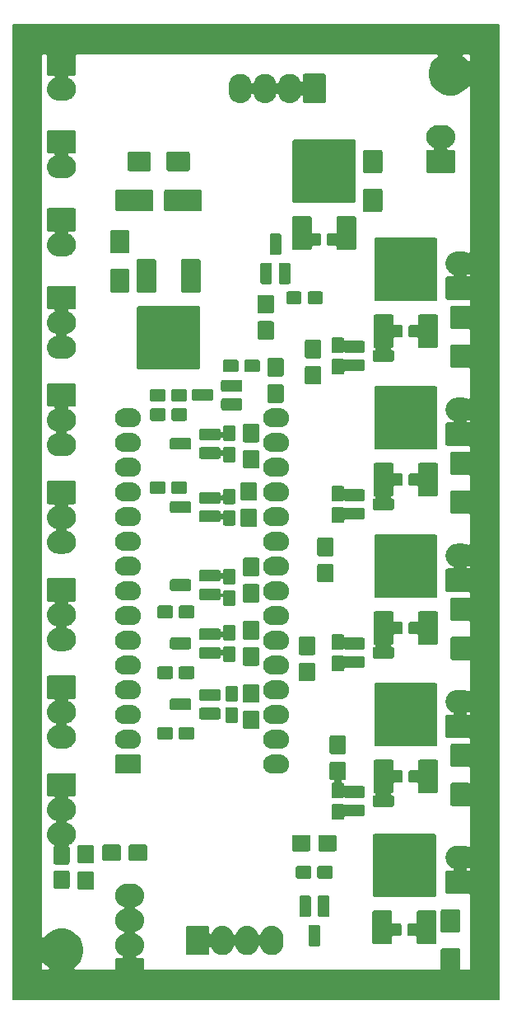
<source format=gts>
G04 #@! TF.GenerationSoftware,KiCad,Pcbnew,7.0.7*
G04 #@! TF.CreationDate,2024-01-02T20:56:29+01:00*
G04 #@! TF.ProjectId,ventirad,76656e74-6972-4616-942e-6b696361645f,rev?*
G04 #@! TF.SameCoordinates,Original*
G04 #@! TF.FileFunction,Soldermask,Top*
G04 #@! TF.FilePolarity,Negative*
%FSLAX46Y46*%
G04 Gerber Fmt 4.6, Leading zero omitted, Abs format (unit mm)*
G04 Created by KiCad (PCBNEW 7.0.7) date 2024-01-02 20:56:29*
%MOMM*%
%LPD*%
G01*
G04 APERTURE LIST*
G04 #@! TA.AperFunction,Profile*
%ADD10C,0.150000*%
G04 #@! TD*
G04 APERTURE END LIST*
G36*
X127016043Y-152503191D02*
G01*
X127048727Y-152507494D01*
X127056948Y-152511327D01*
X127076537Y-152515224D01*
X127102480Y-152532559D01*
X127113608Y-152537748D01*
X127120378Y-152544518D01*
X127141421Y-152558579D01*
X127155481Y-152579621D01*
X127162251Y-152586391D01*
X127167438Y-152597516D01*
X127184776Y-152623463D01*
X127188672Y-152643053D01*
X127192505Y-152651272D01*
X127196806Y-152683945D01*
X127200000Y-152700000D01*
X127200000Y-153282617D01*
X127395887Y-153326045D01*
X127416939Y-153280898D01*
X127421033Y-153266510D01*
X127462207Y-153183821D01*
X127501182Y-153100239D01*
X127510334Y-153087167D01*
X127519739Y-153068281D01*
X127572228Y-152998774D01*
X127621109Y-152928965D01*
X127636779Y-152913294D01*
X127653189Y-152891565D01*
X127713384Y-152836689D01*
X127768965Y-152781109D01*
X127792199Y-152764840D01*
X127816838Y-152742379D01*
X127881115Y-152702580D01*
X127940234Y-152661185D01*
X127971574Y-152646570D01*
X128005114Y-152625804D01*
X128070092Y-152600631D01*
X128129740Y-152572817D01*
X128169139Y-152562259D01*
X128211604Y-152545809D01*
X128274213Y-152534105D01*
X128331707Y-152518700D01*
X128378547Y-152514602D01*
X128429278Y-152505119D01*
X128486941Y-152505119D01*
X128540000Y-152500477D01*
X128593059Y-152505119D01*
X128650722Y-152505119D01*
X128701452Y-152514602D01*
X128748292Y-152518700D01*
X128805782Y-152534104D01*
X128868396Y-152545809D01*
X128910862Y-152562260D01*
X128950259Y-152572817D01*
X129009906Y-152600630D01*
X129074886Y-152625804D01*
X129108422Y-152646569D01*
X129139763Y-152661183D01*
X129198877Y-152702576D01*
X129263162Y-152742379D01*
X129287805Y-152764844D01*
X129311036Y-152781111D01*
X129366603Y-152836678D01*
X129426811Y-152891565D01*
X129443223Y-152913298D01*
X129458890Y-152928965D01*
X129507760Y-152998759D01*
X129560261Y-153068281D01*
X129569666Y-153087170D01*
X129578814Y-153100234D01*
X129617763Y-153183761D01*
X129658967Y-153266510D01*
X129663064Y-153280910D01*
X129667182Y-153289741D01*
X129693143Y-153386629D01*
X129715380Y-153464781D01*
X129904620Y-153464781D01*
X129926848Y-153386656D01*
X129952817Y-153289741D01*
X129956937Y-153280904D01*
X129961033Y-153266510D01*
X130002221Y-153183792D01*
X130041185Y-153100234D01*
X130050335Y-153087165D01*
X130059739Y-153068281D01*
X130112225Y-152998777D01*
X130161109Y-152928965D01*
X130176779Y-152913294D01*
X130193189Y-152891565D01*
X130253384Y-152836689D01*
X130308965Y-152781109D01*
X130332199Y-152764840D01*
X130356838Y-152742379D01*
X130421115Y-152702580D01*
X130480234Y-152661185D01*
X130511574Y-152646570D01*
X130545114Y-152625804D01*
X130610092Y-152600631D01*
X130669740Y-152572817D01*
X130709139Y-152562259D01*
X130751604Y-152545809D01*
X130814213Y-152534105D01*
X130871707Y-152518700D01*
X130918547Y-152514602D01*
X130969278Y-152505119D01*
X131026941Y-152505119D01*
X131080000Y-152500477D01*
X131133059Y-152505119D01*
X131190722Y-152505119D01*
X131241452Y-152514602D01*
X131288292Y-152518700D01*
X131345782Y-152534104D01*
X131408396Y-152545809D01*
X131450862Y-152562260D01*
X131490259Y-152572817D01*
X131549906Y-152600630D01*
X131614886Y-152625804D01*
X131648422Y-152646569D01*
X131679763Y-152661183D01*
X131738877Y-152702576D01*
X131803162Y-152742379D01*
X131827805Y-152764844D01*
X131851036Y-152781111D01*
X131906603Y-152836678D01*
X131966811Y-152891565D01*
X131983223Y-152913298D01*
X131998890Y-152928965D01*
X132047760Y-152998759D01*
X132100261Y-153068281D01*
X132109666Y-153087170D01*
X132118814Y-153100234D01*
X132157763Y-153183761D01*
X132198967Y-153266510D01*
X132203064Y-153280910D01*
X132207182Y-153289741D01*
X132233143Y-153386629D01*
X132255380Y-153464781D01*
X132444620Y-153464781D01*
X132466848Y-153386656D01*
X132492817Y-153289741D01*
X132496937Y-153280904D01*
X132501033Y-153266510D01*
X132542221Y-153183792D01*
X132581185Y-153100234D01*
X132590335Y-153087165D01*
X132599739Y-153068281D01*
X132652225Y-152998777D01*
X132701109Y-152928965D01*
X132716779Y-152913294D01*
X132733189Y-152891565D01*
X132793384Y-152836689D01*
X132848965Y-152781109D01*
X132872199Y-152764840D01*
X132896838Y-152742379D01*
X132961115Y-152702580D01*
X133020234Y-152661185D01*
X133051574Y-152646570D01*
X133085114Y-152625804D01*
X133150092Y-152600631D01*
X133209740Y-152572817D01*
X133249139Y-152562259D01*
X133291604Y-152545809D01*
X133354213Y-152534105D01*
X133411707Y-152518700D01*
X133458548Y-152514601D01*
X133509278Y-152505119D01*
X133566940Y-152505119D01*
X133619999Y-152500477D01*
X133673058Y-152505119D01*
X133730722Y-152505119D01*
X133781452Y-152514602D01*
X133828292Y-152518700D01*
X133885782Y-152534104D01*
X133948396Y-152545809D01*
X133990862Y-152562260D01*
X134030259Y-152572817D01*
X134089906Y-152600630D01*
X134154886Y-152625804D01*
X134188422Y-152646569D01*
X134219763Y-152661183D01*
X134278877Y-152702576D01*
X134343162Y-152742379D01*
X134367805Y-152764844D01*
X134391036Y-152781111D01*
X134446603Y-152836678D01*
X134506811Y-152891565D01*
X134523223Y-152913298D01*
X134538890Y-152928965D01*
X134587760Y-152998759D01*
X134640261Y-153068281D01*
X134649666Y-153087170D01*
X134658814Y-153100234D01*
X134697766Y-153183767D01*
X134738967Y-153266510D01*
X134743063Y-153280907D01*
X134747182Y-153289740D01*
X134773138Y-153386609D01*
X134799568Y-153479501D01*
X134800381Y-153488284D01*
X134801299Y-153491707D01*
X134811449Y-153607725D01*
X134820000Y-153700000D01*
X134820000Y-154300000D01*
X134811448Y-154392291D01*
X134801299Y-154508292D01*
X134800382Y-154511714D01*
X134799568Y-154520499D01*
X134773133Y-154613407D01*
X134747182Y-154710259D01*
X134743064Y-154719089D01*
X134738967Y-154733490D01*
X134697759Y-154816247D01*
X134658814Y-154899765D01*
X134649668Y-154912826D01*
X134640261Y-154931719D01*
X134587751Y-155001253D01*
X134538890Y-155071034D01*
X134523226Y-155086697D01*
X134506811Y-155108435D01*
X134446592Y-155163331D01*
X134391034Y-155218890D01*
X134367808Y-155235152D01*
X134343162Y-155257621D01*
X134278863Y-155297432D01*
X134219765Y-155338814D01*
X134188435Y-155353423D01*
X134154886Y-155374196D01*
X134089889Y-155399375D01*
X134030259Y-155427182D01*
X133990871Y-155437735D01*
X133948396Y-155454191D01*
X133885770Y-155465897D01*
X133828292Y-155481299D01*
X133781462Y-155485395D01*
X133730722Y-155494881D01*
X133673047Y-155494881D01*
X133619999Y-155499522D01*
X133566952Y-155494881D01*
X133509278Y-155494881D01*
X133458538Y-155485396D01*
X133411707Y-155481299D01*
X133354226Y-155465896D01*
X133291604Y-155454191D01*
X133249131Y-155437736D01*
X133209740Y-155427182D01*
X133150100Y-155399372D01*
X133085114Y-155374196D01*
X133051573Y-155353428D01*
X133020236Y-155338816D01*
X132961125Y-155297426D01*
X132896838Y-155257621D01*
X132872192Y-155235153D01*
X132848963Y-155218888D01*
X132793396Y-155163321D01*
X132733189Y-155108435D01*
X132716776Y-155086701D01*
X132701109Y-155071034D01*
X132652235Y-155001234D01*
X132599739Y-154931719D01*
X132590333Y-154912830D01*
X132581185Y-154899765D01*
X132542225Y-154816215D01*
X132501033Y-154733490D01*
X132496937Y-154719094D01*
X132492817Y-154710259D01*
X132466851Y-154613352D01*
X132444620Y-154535218D01*
X132255380Y-154535218D01*
X132233141Y-154613379D01*
X132207182Y-154710259D01*
X132203064Y-154719089D01*
X132198967Y-154733490D01*
X132157759Y-154816247D01*
X132118814Y-154899765D01*
X132109668Y-154912826D01*
X132100261Y-154931719D01*
X132047751Y-155001253D01*
X131998890Y-155071034D01*
X131983226Y-155086697D01*
X131966811Y-155108435D01*
X131906592Y-155163331D01*
X131851034Y-155218890D01*
X131827808Y-155235152D01*
X131803162Y-155257621D01*
X131738863Y-155297432D01*
X131679765Y-155338814D01*
X131648435Y-155353423D01*
X131614886Y-155374196D01*
X131549889Y-155399375D01*
X131490259Y-155427182D01*
X131450871Y-155437735D01*
X131408396Y-155454191D01*
X131345770Y-155465897D01*
X131288292Y-155481299D01*
X131241462Y-155485395D01*
X131190722Y-155494881D01*
X131133047Y-155494881D01*
X131080000Y-155499522D01*
X131026952Y-155494881D01*
X130969278Y-155494881D01*
X130918537Y-155485396D01*
X130871707Y-155481299D01*
X130814226Y-155465896D01*
X130751604Y-155454191D01*
X130709131Y-155437736D01*
X130669740Y-155427182D01*
X130610100Y-155399372D01*
X130545114Y-155374196D01*
X130511573Y-155353428D01*
X130480236Y-155338816D01*
X130421125Y-155297426D01*
X130356838Y-155257621D01*
X130332192Y-155235153D01*
X130308963Y-155218888D01*
X130253396Y-155163321D01*
X130193189Y-155108435D01*
X130176776Y-155086701D01*
X130161109Y-155071034D01*
X130112235Y-155001234D01*
X130059739Y-154931719D01*
X130050333Y-154912830D01*
X130041185Y-154899765D01*
X130002225Y-154816215D01*
X129961033Y-154733490D01*
X129956937Y-154719094D01*
X129952817Y-154710259D01*
X129926851Y-154613352D01*
X129904620Y-154535218D01*
X129715380Y-154535218D01*
X129693141Y-154613379D01*
X129667182Y-154710259D01*
X129663064Y-154719089D01*
X129658967Y-154733490D01*
X129617759Y-154816247D01*
X129578814Y-154899765D01*
X129569668Y-154912826D01*
X129560261Y-154931719D01*
X129507751Y-155001253D01*
X129458890Y-155071034D01*
X129443226Y-155086697D01*
X129426811Y-155108435D01*
X129366592Y-155163331D01*
X129311034Y-155218890D01*
X129287808Y-155235152D01*
X129263162Y-155257621D01*
X129198863Y-155297432D01*
X129139765Y-155338814D01*
X129108435Y-155353423D01*
X129074886Y-155374196D01*
X129009889Y-155399375D01*
X128950259Y-155427182D01*
X128910871Y-155437735D01*
X128868396Y-155454191D01*
X128805770Y-155465897D01*
X128748292Y-155481299D01*
X128701462Y-155485395D01*
X128650722Y-155494881D01*
X128593047Y-155494881D01*
X128540000Y-155499522D01*
X128486952Y-155494881D01*
X128429278Y-155494881D01*
X128378537Y-155485396D01*
X128331707Y-155481299D01*
X128274226Y-155465896D01*
X128211604Y-155454191D01*
X128169131Y-155437736D01*
X128129740Y-155427182D01*
X128070100Y-155399372D01*
X128005114Y-155374196D01*
X127971573Y-155353428D01*
X127940236Y-155338816D01*
X127881125Y-155297426D01*
X127816838Y-155257621D01*
X127792192Y-155235153D01*
X127768963Y-155218888D01*
X127713396Y-155163321D01*
X127653189Y-155108435D01*
X127636776Y-155086701D01*
X127621109Y-155071034D01*
X127572237Y-155001238D01*
X127519739Y-154931719D01*
X127510332Y-154912828D01*
X127501182Y-154899760D01*
X127462211Y-154816188D01*
X127421033Y-154733490D01*
X127416938Y-154719100D01*
X127395887Y-154673955D01*
X127200000Y-154717382D01*
X127200000Y-155300000D01*
X127196805Y-155316057D01*
X127192505Y-155348727D01*
X127188673Y-155356944D01*
X127184776Y-155376537D01*
X127167437Y-155402485D01*
X127162251Y-155413608D01*
X127155483Y-155420375D01*
X127141421Y-155441421D01*
X127120375Y-155455483D01*
X127113608Y-155462251D01*
X127102485Y-155467437D01*
X127076537Y-155484776D01*
X127056944Y-155488673D01*
X127048727Y-155492505D01*
X127016056Y-155496806D01*
X127000000Y-155500000D01*
X125000000Y-155500000D01*
X124983943Y-155496806D01*
X124951272Y-155492505D01*
X124943053Y-155488672D01*
X124923463Y-155484776D01*
X124897516Y-155467438D01*
X124886391Y-155462251D01*
X124879621Y-155455481D01*
X124858579Y-155441421D01*
X124844518Y-155420378D01*
X124837748Y-155413608D01*
X124832559Y-155402480D01*
X124815224Y-155376537D01*
X124811327Y-155356948D01*
X124807494Y-155348727D01*
X124803190Y-155316041D01*
X124800000Y-155300000D01*
X124800000Y-152700000D01*
X124803190Y-152683958D01*
X124807494Y-152651272D01*
X124811327Y-152643049D01*
X124815224Y-152623463D01*
X124832557Y-152597521D01*
X124837748Y-152586391D01*
X124844520Y-152579618D01*
X124858579Y-152558579D01*
X124879618Y-152544520D01*
X124886391Y-152537748D01*
X124897521Y-152532557D01*
X124923463Y-152515224D01*
X124943049Y-152511327D01*
X124951272Y-152507494D01*
X124983960Y-152503190D01*
X125000000Y-152500000D01*
X127000000Y-152500000D01*
X127016043Y-152503191D01*
G37*
G36*
X138416093Y-152403901D02*
G01*
X138448777Y-152408204D01*
X138456998Y-152412037D01*
X138476587Y-152415934D01*
X138502530Y-152433269D01*
X138513658Y-152438458D01*
X138520428Y-152445228D01*
X138541471Y-152459289D01*
X138555531Y-152480331D01*
X138562301Y-152487101D01*
X138567488Y-152498226D01*
X138584826Y-152524173D01*
X138588722Y-152543763D01*
X138592555Y-152551982D01*
X138596856Y-152584655D01*
X138600050Y-152600710D01*
X138600050Y-154401570D01*
X138596855Y-154417628D01*
X138592555Y-154450297D01*
X138588723Y-154458514D01*
X138584826Y-154478107D01*
X138567487Y-154504055D01*
X138562301Y-154515178D01*
X138555533Y-154521945D01*
X138541471Y-154542991D01*
X138520425Y-154557053D01*
X138513658Y-154563821D01*
X138502535Y-154569007D01*
X138476587Y-154586346D01*
X138456994Y-154590243D01*
X138448777Y-154594075D01*
X138416106Y-154598376D01*
X138400050Y-154601570D01*
X137599950Y-154601570D01*
X137583893Y-154598376D01*
X137551222Y-154594075D01*
X137543003Y-154590242D01*
X137523413Y-154586346D01*
X137497466Y-154569008D01*
X137486341Y-154563821D01*
X137479571Y-154557051D01*
X137458529Y-154542991D01*
X137444468Y-154521948D01*
X137437698Y-154515178D01*
X137432509Y-154504050D01*
X137415174Y-154478107D01*
X137411277Y-154458518D01*
X137407444Y-154450297D01*
X137403140Y-154417611D01*
X137399950Y-154401570D01*
X137399950Y-152600710D01*
X137403140Y-152584668D01*
X137407444Y-152551982D01*
X137411277Y-152543759D01*
X137415174Y-152524173D01*
X137432507Y-152498231D01*
X137437698Y-152487101D01*
X137444470Y-152480328D01*
X137458529Y-152459289D01*
X137479568Y-152445230D01*
X137486341Y-152438458D01*
X137497471Y-152433267D01*
X137523413Y-152415934D01*
X137542999Y-152412037D01*
X137551222Y-152408204D01*
X137583910Y-152403900D01*
X137599950Y-152400710D01*
X138400050Y-152400710D01*
X138416093Y-152403901D01*
G37*
G36*
X145828543Y-150933191D02*
G01*
X145861227Y-150937494D01*
X145869448Y-150941327D01*
X145889037Y-150945224D01*
X145914980Y-150962559D01*
X145926108Y-150967748D01*
X145932878Y-150974518D01*
X145953921Y-150988579D01*
X145967981Y-151009621D01*
X145974751Y-151016391D01*
X145979938Y-151027516D01*
X145997276Y-151053463D01*
X146001172Y-151073053D01*
X146005005Y-151081272D01*
X146009306Y-151113945D01*
X146012500Y-151130000D01*
X146012500Y-152184778D01*
X146085722Y-152258000D01*
X146773000Y-152258000D01*
X146789042Y-152261191D01*
X146821727Y-152265494D01*
X146829948Y-152269327D01*
X146849537Y-152273224D01*
X146875480Y-152290559D01*
X146886608Y-152295748D01*
X146893378Y-152302518D01*
X146914421Y-152316579D01*
X146928481Y-152337621D01*
X146935251Y-152344391D01*
X146940438Y-152355516D01*
X146957776Y-152381463D01*
X146961672Y-152401053D01*
X146965505Y-152409272D01*
X146969806Y-152441945D01*
X146973000Y-152458000D01*
X146973000Y-153358000D01*
X146969805Y-153374058D01*
X146965505Y-153406727D01*
X146961673Y-153414944D01*
X146957776Y-153434537D01*
X146940437Y-153460485D01*
X146935251Y-153471608D01*
X146928483Y-153478375D01*
X146914421Y-153499421D01*
X146893375Y-153513483D01*
X146886608Y-153520251D01*
X146875485Y-153525437D01*
X146849537Y-153542776D01*
X146829944Y-153546673D01*
X146821727Y-153550505D01*
X146789055Y-153554806D01*
X146773000Y-153558000D01*
X146085721Y-153558000D01*
X146012500Y-153631221D01*
X146012500Y-154178000D01*
X146009305Y-154194057D01*
X146005005Y-154226727D01*
X146001173Y-154234944D01*
X145997276Y-154254537D01*
X145979937Y-154280485D01*
X145974751Y-154291608D01*
X145967983Y-154298375D01*
X145953921Y-154319421D01*
X145932875Y-154333483D01*
X145926108Y-154340251D01*
X145914985Y-154345437D01*
X145889037Y-154362776D01*
X145869444Y-154366673D01*
X145861227Y-154370505D01*
X145828556Y-154374806D01*
X145812500Y-154378000D01*
X144161500Y-154378000D01*
X144145443Y-154374806D01*
X144112772Y-154370505D01*
X144104553Y-154366672D01*
X144084963Y-154362776D01*
X144059016Y-154345438D01*
X144047891Y-154340251D01*
X144041121Y-154333481D01*
X144020079Y-154319421D01*
X144006018Y-154298378D01*
X143999248Y-154291608D01*
X143994059Y-154280480D01*
X143976724Y-154254537D01*
X143972827Y-154234948D01*
X143968994Y-154226727D01*
X143964690Y-154194041D01*
X143961500Y-154178000D01*
X143961500Y-151130000D01*
X143964690Y-151113958D01*
X143968994Y-151081272D01*
X143972827Y-151073049D01*
X143976724Y-151053463D01*
X143994057Y-151027521D01*
X143999248Y-151016391D01*
X144006020Y-151009618D01*
X144020079Y-150988579D01*
X144041118Y-150974520D01*
X144047891Y-150967748D01*
X144059021Y-150962557D01*
X144084963Y-150945224D01*
X144104549Y-150941327D01*
X144112772Y-150937494D01*
X144145460Y-150933190D01*
X144161500Y-150930000D01*
X145812500Y-150930000D01*
X145828543Y-150933191D01*
G37*
G36*
X150400543Y-150933191D02*
G01*
X150433227Y-150937494D01*
X150441448Y-150941327D01*
X150461037Y-150945224D01*
X150486980Y-150962559D01*
X150498108Y-150967748D01*
X150504878Y-150974518D01*
X150525921Y-150988579D01*
X150539981Y-151009621D01*
X150546751Y-151016391D01*
X150551938Y-151027516D01*
X150569276Y-151053463D01*
X150573172Y-151073053D01*
X150577005Y-151081272D01*
X150581306Y-151113945D01*
X150584500Y-151130000D01*
X150584500Y-154178000D01*
X150581305Y-154194058D01*
X150577005Y-154226727D01*
X150573173Y-154234944D01*
X150569276Y-154254537D01*
X150551937Y-154280485D01*
X150546751Y-154291608D01*
X150539983Y-154298375D01*
X150525921Y-154319421D01*
X150504875Y-154333483D01*
X150498108Y-154340251D01*
X150486985Y-154345437D01*
X150461037Y-154362776D01*
X150441444Y-154366673D01*
X150433227Y-154370505D01*
X150400556Y-154374806D01*
X150384500Y-154378000D01*
X148733500Y-154378000D01*
X148717443Y-154374806D01*
X148684772Y-154370505D01*
X148676553Y-154366672D01*
X148656963Y-154362776D01*
X148631016Y-154345438D01*
X148619891Y-154340251D01*
X148613121Y-154333481D01*
X148592079Y-154319421D01*
X148578018Y-154298378D01*
X148571248Y-154291608D01*
X148566059Y-154280480D01*
X148548724Y-154254537D01*
X148544827Y-154234948D01*
X148540994Y-154226727D01*
X148536690Y-154194041D01*
X148533500Y-154178000D01*
X148533500Y-153631221D01*
X148460278Y-153558000D01*
X147773000Y-153558000D01*
X147756944Y-153554806D01*
X147724272Y-153550505D01*
X147716053Y-153546672D01*
X147696463Y-153542776D01*
X147670516Y-153525438D01*
X147659391Y-153520251D01*
X147652621Y-153513481D01*
X147631579Y-153499421D01*
X147617518Y-153478378D01*
X147610748Y-153471608D01*
X147605559Y-153460480D01*
X147588224Y-153434537D01*
X147584327Y-153414948D01*
X147580494Y-153406727D01*
X147576190Y-153374041D01*
X147573000Y-153358000D01*
X147573000Y-152458000D01*
X147576190Y-152441958D01*
X147580494Y-152409272D01*
X147584327Y-152401049D01*
X147588224Y-152381463D01*
X147605557Y-152355521D01*
X147610748Y-152344391D01*
X147617520Y-152337618D01*
X147631579Y-152316579D01*
X147652618Y-152302520D01*
X147659391Y-152295748D01*
X147670521Y-152290557D01*
X147696463Y-152273224D01*
X147716049Y-152269327D01*
X147724272Y-152265494D01*
X147756960Y-152261190D01*
X147773000Y-152258000D01*
X148460277Y-152258000D01*
X148533500Y-152184777D01*
X148533500Y-151138196D01*
X148533500Y-151138194D01*
X148533500Y-151130000D01*
X148536690Y-151113958D01*
X148540994Y-151081272D01*
X148544827Y-151073049D01*
X148548724Y-151053463D01*
X148566057Y-151027521D01*
X148571248Y-151016391D01*
X148578020Y-151009618D01*
X148592079Y-150988579D01*
X148613118Y-150974520D01*
X148619891Y-150967748D01*
X148631021Y-150962557D01*
X148656963Y-150945224D01*
X148676549Y-150941327D01*
X148684772Y-150937494D01*
X148717460Y-150933190D01*
X148733500Y-150930000D01*
X150384500Y-150930000D01*
X150400543Y-150933191D01*
G37*
G36*
X152816043Y-150803191D02*
G01*
X152848727Y-150807494D01*
X152856948Y-150811327D01*
X152876537Y-150815224D01*
X152902480Y-150832559D01*
X152913608Y-150837748D01*
X152920378Y-150844518D01*
X152941421Y-150858579D01*
X152955481Y-150879621D01*
X152962251Y-150886391D01*
X152967438Y-150897516D01*
X152984776Y-150923463D01*
X152988672Y-150943053D01*
X152992505Y-150951272D01*
X152996806Y-150983945D01*
X153000000Y-151000000D01*
X153000000Y-153000000D01*
X152996805Y-153016058D01*
X152992505Y-153048727D01*
X152988673Y-153056944D01*
X152984776Y-153076537D01*
X152967437Y-153102485D01*
X152962251Y-153113608D01*
X152955483Y-153120375D01*
X152941421Y-153141421D01*
X152920375Y-153155483D01*
X152913608Y-153162251D01*
X152902485Y-153167437D01*
X152876537Y-153184776D01*
X152856944Y-153188673D01*
X152848727Y-153192505D01*
X152816056Y-153196806D01*
X152800000Y-153200000D01*
X151200000Y-153200000D01*
X151183943Y-153196806D01*
X151151272Y-153192505D01*
X151143053Y-153188672D01*
X151123463Y-153184776D01*
X151097516Y-153167438D01*
X151086391Y-153162251D01*
X151079621Y-153155481D01*
X151058579Y-153141421D01*
X151044518Y-153120378D01*
X151037748Y-153113608D01*
X151032559Y-153102480D01*
X151015224Y-153076537D01*
X151011327Y-153056948D01*
X151007494Y-153048727D01*
X151003190Y-153016041D01*
X151000000Y-153000000D01*
X151000000Y-151000000D01*
X151003190Y-150983958D01*
X151007494Y-150951272D01*
X151011327Y-150943049D01*
X151015224Y-150923463D01*
X151032557Y-150897521D01*
X151037748Y-150886391D01*
X151044520Y-150879618D01*
X151058579Y-150858579D01*
X151079618Y-150844520D01*
X151086391Y-150837748D01*
X151097521Y-150832557D01*
X151123463Y-150815224D01*
X151143049Y-150811327D01*
X151151272Y-150807494D01*
X151183960Y-150803190D01*
X151200000Y-150800000D01*
X152800000Y-150800000D01*
X152816043Y-150803191D01*
G37*
G36*
X137466093Y-149401621D02*
G01*
X137498777Y-149405924D01*
X137506998Y-149409757D01*
X137526587Y-149413654D01*
X137552530Y-149430989D01*
X137563658Y-149436178D01*
X137570428Y-149442948D01*
X137591471Y-149457009D01*
X137605531Y-149478051D01*
X137612301Y-149484821D01*
X137617488Y-149495946D01*
X137634826Y-149521893D01*
X137638722Y-149541483D01*
X137642555Y-149549702D01*
X137646856Y-149582375D01*
X137650050Y-149598430D01*
X137650050Y-151399290D01*
X137646855Y-151415348D01*
X137642555Y-151448017D01*
X137638723Y-151456234D01*
X137634826Y-151475827D01*
X137617487Y-151501775D01*
X137612301Y-151512898D01*
X137605533Y-151519665D01*
X137591471Y-151540711D01*
X137570425Y-151554773D01*
X137563658Y-151561541D01*
X137552535Y-151566727D01*
X137526587Y-151584066D01*
X137506994Y-151587963D01*
X137498777Y-151591795D01*
X137466106Y-151596096D01*
X137450050Y-151599290D01*
X136649950Y-151599290D01*
X136633893Y-151596096D01*
X136601222Y-151591795D01*
X136593003Y-151587962D01*
X136573413Y-151584066D01*
X136547466Y-151566728D01*
X136536341Y-151561541D01*
X136529571Y-151554771D01*
X136508529Y-151540711D01*
X136494468Y-151519668D01*
X136487698Y-151512898D01*
X136482509Y-151501770D01*
X136465174Y-151475827D01*
X136461277Y-151456238D01*
X136457444Y-151448017D01*
X136453140Y-151415331D01*
X136449950Y-151399290D01*
X136449950Y-149598430D01*
X136453140Y-149582388D01*
X136457444Y-149549702D01*
X136461277Y-149541479D01*
X136465174Y-149521893D01*
X136482507Y-149495951D01*
X136487698Y-149484821D01*
X136494470Y-149478048D01*
X136508529Y-149457009D01*
X136529568Y-149442950D01*
X136536341Y-149436178D01*
X136547471Y-149430987D01*
X136573413Y-149413654D01*
X136592999Y-149409757D01*
X136601222Y-149405924D01*
X136633910Y-149401620D01*
X136649950Y-149398430D01*
X137450050Y-149398430D01*
X137466093Y-149401621D01*
G37*
G36*
X139366093Y-149401621D02*
G01*
X139398777Y-149405924D01*
X139406998Y-149409757D01*
X139426587Y-149413654D01*
X139452530Y-149430989D01*
X139463658Y-149436178D01*
X139470428Y-149442948D01*
X139491471Y-149457009D01*
X139505531Y-149478051D01*
X139512301Y-149484821D01*
X139517488Y-149495946D01*
X139534826Y-149521893D01*
X139538722Y-149541483D01*
X139542555Y-149549702D01*
X139546856Y-149582375D01*
X139550050Y-149598430D01*
X139550050Y-151399290D01*
X139546855Y-151415348D01*
X139542555Y-151448017D01*
X139538723Y-151456234D01*
X139534826Y-151475827D01*
X139517487Y-151501775D01*
X139512301Y-151512898D01*
X139505533Y-151519665D01*
X139491471Y-151540711D01*
X139470425Y-151554773D01*
X139463658Y-151561541D01*
X139452535Y-151566727D01*
X139426587Y-151584066D01*
X139406994Y-151587963D01*
X139398777Y-151591795D01*
X139366106Y-151596096D01*
X139350050Y-151599290D01*
X138549950Y-151599290D01*
X138533893Y-151596096D01*
X138501222Y-151591795D01*
X138493003Y-151587962D01*
X138473413Y-151584066D01*
X138447466Y-151566728D01*
X138436341Y-151561541D01*
X138429571Y-151554771D01*
X138408529Y-151540711D01*
X138394468Y-151519668D01*
X138387698Y-151512898D01*
X138382509Y-151501770D01*
X138365174Y-151475827D01*
X138361277Y-151456238D01*
X138357444Y-151448017D01*
X138353140Y-151415331D01*
X138349950Y-151399290D01*
X138349950Y-149598430D01*
X138353140Y-149582388D01*
X138357444Y-149549702D01*
X138361277Y-149541479D01*
X138365174Y-149521893D01*
X138382507Y-149495951D01*
X138387698Y-149484821D01*
X138394470Y-149478048D01*
X138408529Y-149457009D01*
X138429568Y-149442950D01*
X138436341Y-149436178D01*
X138447471Y-149430987D01*
X138473413Y-149413654D01*
X138492999Y-149409757D01*
X138501222Y-149405924D01*
X138533910Y-149401620D01*
X138549950Y-149398430D01*
X139350050Y-149398430D01*
X139366093Y-149401621D01*
G37*
G36*
X150337043Y-143059191D02*
G01*
X150369727Y-143063494D01*
X150377948Y-143067327D01*
X150397537Y-143071224D01*
X150423480Y-143088559D01*
X150434608Y-143093748D01*
X150441378Y-143100518D01*
X150462421Y-143114579D01*
X150476481Y-143135621D01*
X150483251Y-143142391D01*
X150488438Y-143153516D01*
X150505776Y-143179463D01*
X150509672Y-143199053D01*
X150513505Y-143207272D01*
X150517806Y-143239945D01*
X150521000Y-143256000D01*
X150521000Y-149352000D01*
X150517805Y-149368058D01*
X150513505Y-149400727D01*
X150509673Y-149408944D01*
X150505776Y-149428537D01*
X150488437Y-149454485D01*
X150483251Y-149465608D01*
X150476483Y-149472375D01*
X150462421Y-149493421D01*
X150441375Y-149507483D01*
X150434608Y-149514251D01*
X150423485Y-149519437D01*
X150397537Y-149536776D01*
X150377944Y-149540673D01*
X150369727Y-149544505D01*
X150337056Y-149548806D01*
X150321000Y-149552000D01*
X144225000Y-149552000D01*
X144208943Y-149548806D01*
X144176272Y-149544505D01*
X144168053Y-149540672D01*
X144148463Y-149536776D01*
X144122516Y-149519438D01*
X144111391Y-149514251D01*
X144104621Y-149507481D01*
X144083579Y-149493421D01*
X144069518Y-149472378D01*
X144062748Y-149465608D01*
X144057559Y-149454480D01*
X144040224Y-149428537D01*
X144036327Y-149408948D01*
X144032494Y-149400727D01*
X144028190Y-149368041D01*
X144025000Y-149352000D01*
X144025000Y-143256000D01*
X144028190Y-143239958D01*
X144032494Y-143207272D01*
X144036327Y-143199049D01*
X144040224Y-143179463D01*
X144057557Y-143153521D01*
X144062748Y-143142391D01*
X144069520Y-143135618D01*
X144083579Y-143114579D01*
X144104618Y-143100520D01*
X144111391Y-143093748D01*
X144122521Y-143088557D01*
X144148463Y-143071224D01*
X144168049Y-143067327D01*
X144176272Y-143063494D01*
X144208960Y-143059190D01*
X144225000Y-143056000D01*
X150321000Y-143056000D01*
X150337043Y-143059191D01*
G37*
G36*
X115166043Y-146903191D02*
G01*
X115198727Y-146907494D01*
X115206948Y-146911327D01*
X115226537Y-146915224D01*
X115252480Y-146932559D01*
X115263608Y-146937748D01*
X115270378Y-146944518D01*
X115291421Y-146958579D01*
X115305481Y-146979621D01*
X115312251Y-146986391D01*
X115317438Y-146997516D01*
X115334776Y-147023463D01*
X115338672Y-147043053D01*
X115342505Y-147051272D01*
X115346806Y-147083945D01*
X115350000Y-147100000D01*
X115350000Y-148600000D01*
X115346805Y-148616058D01*
X115342505Y-148648727D01*
X115338673Y-148656944D01*
X115334776Y-148676537D01*
X115317437Y-148702485D01*
X115312251Y-148713608D01*
X115305483Y-148720375D01*
X115291421Y-148741421D01*
X115270375Y-148755483D01*
X115263608Y-148762251D01*
X115252485Y-148767437D01*
X115226537Y-148784776D01*
X115206944Y-148788673D01*
X115198727Y-148792505D01*
X115166056Y-148796806D01*
X115150000Y-148800000D01*
X113850000Y-148800000D01*
X113833943Y-148796806D01*
X113801272Y-148792505D01*
X113793053Y-148788672D01*
X113773463Y-148784776D01*
X113747516Y-148767438D01*
X113736391Y-148762251D01*
X113729621Y-148755481D01*
X113708579Y-148741421D01*
X113694518Y-148720378D01*
X113687748Y-148713608D01*
X113682559Y-148702480D01*
X113665224Y-148676537D01*
X113661327Y-148656948D01*
X113657494Y-148648727D01*
X113653190Y-148616041D01*
X113650000Y-148600000D01*
X113650000Y-147100000D01*
X113653190Y-147083958D01*
X113657494Y-147051272D01*
X113661327Y-147043049D01*
X113665224Y-147023463D01*
X113682557Y-146997521D01*
X113687748Y-146986391D01*
X113694520Y-146979618D01*
X113708579Y-146958579D01*
X113729618Y-146944520D01*
X113736391Y-146937748D01*
X113747521Y-146932557D01*
X113773463Y-146915224D01*
X113793049Y-146911327D01*
X113801272Y-146907494D01*
X113833960Y-146903190D01*
X113850000Y-146900000D01*
X115150000Y-146900000D01*
X115166043Y-146903191D01*
G37*
G36*
X112641043Y-146803191D02*
G01*
X112673727Y-146807494D01*
X112681948Y-146811327D01*
X112701537Y-146815224D01*
X112727480Y-146832559D01*
X112738608Y-146837748D01*
X112745378Y-146844518D01*
X112766421Y-146858579D01*
X112780481Y-146879621D01*
X112787251Y-146886391D01*
X112792438Y-146897516D01*
X112809776Y-146923463D01*
X112813672Y-146943053D01*
X112817505Y-146951272D01*
X112821806Y-146983945D01*
X112825000Y-147000000D01*
X112825000Y-148500000D01*
X112821805Y-148516058D01*
X112817505Y-148548727D01*
X112813673Y-148556944D01*
X112809776Y-148576537D01*
X112792437Y-148602485D01*
X112787251Y-148613608D01*
X112780483Y-148620375D01*
X112766421Y-148641421D01*
X112745375Y-148655483D01*
X112738608Y-148662251D01*
X112727485Y-148667437D01*
X112701537Y-148684776D01*
X112681944Y-148688673D01*
X112673727Y-148692505D01*
X112641056Y-148696806D01*
X112625000Y-148700000D01*
X111375000Y-148700000D01*
X111358943Y-148696806D01*
X111326272Y-148692505D01*
X111318053Y-148688672D01*
X111298463Y-148684776D01*
X111272516Y-148667438D01*
X111261391Y-148662251D01*
X111254621Y-148655481D01*
X111233579Y-148641421D01*
X111219518Y-148620378D01*
X111212748Y-148613608D01*
X111207559Y-148602480D01*
X111190224Y-148576537D01*
X111186327Y-148556948D01*
X111182494Y-148548727D01*
X111178190Y-148516041D01*
X111175000Y-148500000D01*
X111175000Y-147000000D01*
X111178190Y-146983958D01*
X111182494Y-146951272D01*
X111186327Y-146943049D01*
X111190224Y-146923463D01*
X111207557Y-146897521D01*
X111212748Y-146886391D01*
X111219520Y-146879618D01*
X111233579Y-146858579D01*
X111254618Y-146844520D01*
X111261391Y-146837748D01*
X111272521Y-146832557D01*
X111298463Y-146815224D01*
X111318049Y-146811327D01*
X111326272Y-146807494D01*
X111358960Y-146803190D01*
X111375000Y-146800000D01*
X112625000Y-146800000D01*
X112641043Y-146803191D01*
G37*
G36*
X137516043Y-146353191D02*
G01*
X137548727Y-146357494D01*
X137556948Y-146361327D01*
X137576537Y-146365224D01*
X137602480Y-146382559D01*
X137613608Y-146387748D01*
X137620378Y-146394518D01*
X137641421Y-146408579D01*
X137655481Y-146429621D01*
X137662251Y-146436391D01*
X137667438Y-146447516D01*
X137684776Y-146473463D01*
X137688672Y-146493053D01*
X137692505Y-146501272D01*
X137696806Y-146533945D01*
X137700000Y-146550000D01*
X137700000Y-147450000D01*
X137696805Y-147466058D01*
X137692505Y-147498727D01*
X137688673Y-147506944D01*
X137684776Y-147526537D01*
X137667437Y-147552485D01*
X137662251Y-147563608D01*
X137655483Y-147570375D01*
X137641421Y-147591421D01*
X137620375Y-147605483D01*
X137613608Y-147612251D01*
X137602485Y-147617437D01*
X137576537Y-147634776D01*
X137556944Y-147638673D01*
X137548727Y-147642505D01*
X137516056Y-147646806D01*
X137500000Y-147650000D01*
X136300000Y-147650000D01*
X136283943Y-147646806D01*
X136251272Y-147642505D01*
X136243053Y-147638672D01*
X136223463Y-147634776D01*
X136197516Y-147617438D01*
X136186391Y-147612251D01*
X136179621Y-147605481D01*
X136158579Y-147591421D01*
X136144518Y-147570378D01*
X136137748Y-147563608D01*
X136132559Y-147552480D01*
X136115224Y-147526537D01*
X136111327Y-147506948D01*
X136107494Y-147498727D01*
X136103190Y-147466041D01*
X136100000Y-147450000D01*
X136100000Y-146550000D01*
X136103190Y-146533958D01*
X136107494Y-146501272D01*
X136111327Y-146493049D01*
X136115224Y-146473463D01*
X136132557Y-146447521D01*
X136137748Y-146436391D01*
X136144520Y-146429618D01*
X136158579Y-146408579D01*
X136179618Y-146394520D01*
X136186391Y-146387748D01*
X136197521Y-146382557D01*
X136223463Y-146365224D01*
X136243049Y-146361327D01*
X136251272Y-146357494D01*
X136283960Y-146353190D01*
X136300000Y-146350000D01*
X137500000Y-146350000D01*
X137516043Y-146353191D01*
G37*
G36*
X139716043Y-146353191D02*
G01*
X139748727Y-146357494D01*
X139756948Y-146361327D01*
X139776537Y-146365224D01*
X139802480Y-146382559D01*
X139813608Y-146387748D01*
X139820378Y-146394518D01*
X139841421Y-146408579D01*
X139855481Y-146429621D01*
X139862251Y-146436391D01*
X139867438Y-146447516D01*
X139884776Y-146473463D01*
X139888672Y-146493053D01*
X139892505Y-146501272D01*
X139896806Y-146533945D01*
X139900000Y-146550000D01*
X139900000Y-147450000D01*
X139896805Y-147466058D01*
X139892505Y-147498727D01*
X139888673Y-147506944D01*
X139884776Y-147526537D01*
X139867437Y-147552485D01*
X139862251Y-147563608D01*
X139855483Y-147570375D01*
X139841421Y-147591421D01*
X139820375Y-147605483D01*
X139813608Y-147612251D01*
X139802485Y-147617437D01*
X139776537Y-147634776D01*
X139756944Y-147638673D01*
X139748727Y-147642505D01*
X139716056Y-147646806D01*
X139700000Y-147650000D01*
X138500000Y-147650000D01*
X138483943Y-147646806D01*
X138451272Y-147642505D01*
X138443053Y-147638672D01*
X138423463Y-147634776D01*
X138397516Y-147617438D01*
X138386391Y-147612251D01*
X138379621Y-147605481D01*
X138358579Y-147591421D01*
X138344518Y-147570378D01*
X138337748Y-147563608D01*
X138332559Y-147552480D01*
X138315224Y-147526537D01*
X138311327Y-147506948D01*
X138307494Y-147498727D01*
X138303190Y-147466041D01*
X138300000Y-147450000D01*
X138300000Y-146550000D01*
X138303190Y-146533958D01*
X138307494Y-146501272D01*
X138311327Y-146493049D01*
X138315224Y-146473463D01*
X138332557Y-146447521D01*
X138337748Y-146436391D01*
X138344520Y-146429618D01*
X138358579Y-146408579D01*
X138379618Y-146394520D01*
X138386391Y-146387748D01*
X138397521Y-146382557D01*
X138423463Y-146365224D01*
X138443049Y-146361327D01*
X138451272Y-146357494D01*
X138483960Y-146353190D01*
X138500000Y-146350000D01*
X139700000Y-146350000D01*
X139716043Y-146353191D01*
G37*
G36*
X113316043Y-136803191D02*
G01*
X113348727Y-136807494D01*
X113356948Y-136811327D01*
X113376537Y-136815224D01*
X113402480Y-136832559D01*
X113413608Y-136837748D01*
X113420378Y-136844518D01*
X113441421Y-136858579D01*
X113455481Y-136879621D01*
X113462251Y-136886391D01*
X113467438Y-136897516D01*
X113484776Y-136923463D01*
X113488672Y-136943053D01*
X113492505Y-136951272D01*
X113496806Y-136983945D01*
X113500000Y-137000000D01*
X113500000Y-139000000D01*
X113496805Y-139016058D01*
X113492505Y-139048727D01*
X113488673Y-139056944D01*
X113484776Y-139076537D01*
X113467437Y-139102485D01*
X113462251Y-139113608D01*
X113455483Y-139120375D01*
X113441421Y-139141421D01*
X113420375Y-139155483D01*
X113413608Y-139162251D01*
X113402485Y-139167437D01*
X113376537Y-139184776D01*
X113356944Y-139188673D01*
X113348727Y-139192505D01*
X113316055Y-139196806D01*
X113300000Y-139200000D01*
X112717382Y-139200000D01*
X112673954Y-139395888D01*
X112719093Y-139416936D01*
X112733490Y-139421033D01*
X112816218Y-139462226D01*
X112899765Y-139501185D01*
X112912830Y-139510333D01*
X112931719Y-139519739D01*
X113001234Y-139572235D01*
X113071034Y-139621109D01*
X113086701Y-139636776D01*
X113108435Y-139653189D01*
X113163321Y-139713396D01*
X113218890Y-139768965D01*
X113235155Y-139792194D01*
X113257621Y-139816838D01*
X113297427Y-139881128D01*
X113338814Y-139940234D01*
X113353425Y-139971567D01*
X113374196Y-140005114D01*
X113399373Y-140070104D01*
X113427182Y-140129740D01*
X113437736Y-140169131D01*
X113454191Y-140211604D01*
X113465896Y-140274226D01*
X113481299Y-140331707D01*
X113485396Y-140378537D01*
X113494881Y-140429278D01*
X113494881Y-140486952D01*
X113499522Y-140540000D01*
X113494881Y-140593047D01*
X113494881Y-140650722D01*
X113485395Y-140701462D01*
X113481299Y-140748292D01*
X113465897Y-140805770D01*
X113454191Y-140868396D01*
X113437735Y-140910871D01*
X113427182Y-140950259D01*
X113399374Y-141009893D01*
X113374196Y-141074886D01*
X113353426Y-141108429D01*
X113338816Y-141139763D01*
X113297431Y-141198865D01*
X113257621Y-141263162D01*
X113235150Y-141287810D01*
X113218888Y-141311036D01*
X113163331Y-141366592D01*
X113108435Y-141426811D01*
X113086697Y-141443226D01*
X113071034Y-141458890D01*
X113001253Y-141507751D01*
X112931719Y-141560261D01*
X112912826Y-141569668D01*
X112899765Y-141578814D01*
X112816247Y-141617759D01*
X112733490Y-141658967D01*
X112719089Y-141663064D01*
X112710259Y-141667182D01*
X112613379Y-141693141D01*
X112535218Y-141715380D01*
X112535218Y-141904619D01*
X112613352Y-141926851D01*
X112710259Y-141952817D01*
X112719094Y-141956937D01*
X112733490Y-141961033D01*
X112816215Y-142002225D01*
X112899765Y-142041185D01*
X112912830Y-142050333D01*
X112931719Y-142059739D01*
X113001234Y-142112235D01*
X113071034Y-142161109D01*
X113086701Y-142176776D01*
X113108435Y-142193189D01*
X113163321Y-142253396D01*
X113218890Y-142308965D01*
X113235155Y-142332194D01*
X113257621Y-142356838D01*
X113297427Y-142421128D01*
X113338814Y-142480234D01*
X113353425Y-142511567D01*
X113374196Y-142545114D01*
X113399373Y-142610104D01*
X113427182Y-142669740D01*
X113437736Y-142709131D01*
X113454191Y-142751604D01*
X113465896Y-142814226D01*
X113481299Y-142871707D01*
X113485396Y-142918537D01*
X113494881Y-142969278D01*
X113494881Y-143026952D01*
X113499522Y-143080000D01*
X113494881Y-143133047D01*
X113494881Y-143190722D01*
X113485395Y-143241462D01*
X113481299Y-143288292D01*
X113465897Y-143345770D01*
X113454191Y-143408396D01*
X113437735Y-143450871D01*
X113427182Y-143490259D01*
X113399374Y-143549893D01*
X113374196Y-143614886D01*
X113353426Y-143648429D01*
X113338816Y-143679763D01*
X113297431Y-143738865D01*
X113257621Y-143803162D01*
X113235150Y-143827810D01*
X113218888Y-143851036D01*
X113163331Y-143906592D01*
X113108435Y-143966811D01*
X113086697Y-143983226D01*
X113071034Y-143998890D01*
X113001253Y-144047751D01*
X112931719Y-144100261D01*
X112912826Y-144109668D01*
X112899765Y-144118814D01*
X112816238Y-144157763D01*
X112742921Y-144194270D01*
X112720769Y-144319908D01*
X112745380Y-144344519D01*
X112766421Y-144358579D01*
X112780481Y-144379621D01*
X112787251Y-144386391D01*
X112792438Y-144397516D01*
X112809776Y-144423463D01*
X112813672Y-144443053D01*
X112817505Y-144451272D01*
X112821806Y-144483945D01*
X112825000Y-144500000D01*
X112825000Y-146000000D01*
X112821805Y-146016058D01*
X112817505Y-146048727D01*
X112813673Y-146056944D01*
X112809776Y-146076537D01*
X112792437Y-146102485D01*
X112787251Y-146113608D01*
X112780483Y-146120375D01*
X112766421Y-146141421D01*
X112745375Y-146155483D01*
X112738608Y-146162251D01*
X112727485Y-146167437D01*
X112701537Y-146184776D01*
X112681944Y-146188673D01*
X112673727Y-146192505D01*
X112641056Y-146196806D01*
X112625000Y-146200000D01*
X111375000Y-146200000D01*
X111358943Y-146196806D01*
X111326272Y-146192505D01*
X111318053Y-146188672D01*
X111298463Y-146184776D01*
X111272516Y-146167438D01*
X111261391Y-146162251D01*
X111254621Y-146155481D01*
X111233579Y-146141421D01*
X111219518Y-146120378D01*
X111212748Y-146113608D01*
X111207559Y-146102480D01*
X111190224Y-146076537D01*
X111186327Y-146056948D01*
X111182494Y-146048727D01*
X111178190Y-146016041D01*
X111175000Y-146000000D01*
X111175000Y-144500000D01*
X111178190Y-144483958D01*
X111182494Y-144451272D01*
X111186327Y-144443049D01*
X111190224Y-144423463D01*
X111207557Y-144397521D01*
X111212749Y-144386389D01*
X111219522Y-144379614D01*
X111233579Y-144358579D01*
X111254613Y-144344523D01*
X111279230Y-144319907D01*
X111257076Y-144194269D01*
X111183793Y-144157779D01*
X111100239Y-144118817D01*
X111087172Y-144109667D01*
X111068281Y-144100261D01*
X110998755Y-144047757D01*
X110928965Y-143998890D01*
X110913298Y-143983223D01*
X110891565Y-143966811D01*
X110836678Y-143906603D01*
X110781109Y-143851034D01*
X110764843Y-143827803D01*
X110742379Y-143803162D01*
X110702574Y-143738875D01*
X110661185Y-143679765D01*
X110646572Y-143648428D01*
X110625804Y-143614886D01*
X110600628Y-143549901D01*
X110572817Y-143490259D01*
X110562260Y-143450862D01*
X110545809Y-143408396D01*
X110534104Y-143345782D01*
X110518700Y-143288292D01*
X110514602Y-143241452D01*
X110505119Y-143190722D01*
X110505119Y-143133058D01*
X110500477Y-143080000D01*
X110505119Y-143026940D01*
X110505119Y-142969278D01*
X110514602Y-142918547D01*
X110518700Y-142871707D01*
X110534105Y-142814213D01*
X110545809Y-142751604D01*
X110562259Y-142709139D01*
X110572817Y-142669740D01*
X110600632Y-142610087D01*
X110625804Y-142545114D01*
X110646567Y-142511580D01*
X110661183Y-142480236D01*
X110702581Y-142421113D01*
X110742379Y-142356838D01*
X110764841Y-142332197D01*
X110781111Y-142308963D01*
X110836689Y-142253384D01*
X110891565Y-142193189D01*
X110913294Y-142176779D01*
X110928965Y-142161109D01*
X110998777Y-142112225D01*
X111068281Y-142059739D01*
X111087165Y-142050335D01*
X111100234Y-142041185D01*
X111183792Y-142002221D01*
X111266510Y-141961033D01*
X111280904Y-141956937D01*
X111289741Y-141952817D01*
X111386656Y-141926848D01*
X111464781Y-141904620D01*
X111464781Y-141715379D01*
X111386629Y-141693143D01*
X111289741Y-141667182D01*
X111280910Y-141663064D01*
X111266510Y-141658967D01*
X111183761Y-141617763D01*
X111100234Y-141578814D01*
X111087170Y-141569666D01*
X111068281Y-141560261D01*
X110998759Y-141507760D01*
X110928965Y-141458890D01*
X110913298Y-141443223D01*
X110891565Y-141426811D01*
X110836678Y-141366603D01*
X110781109Y-141311034D01*
X110764843Y-141287803D01*
X110742379Y-141263162D01*
X110702574Y-141198875D01*
X110661185Y-141139765D01*
X110646572Y-141108428D01*
X110625804Y-141074886D01*
X110600628Y-141009901D01*
X110572817Y-140950259D01*
X110562260Y-140910862D01*
X110545809Y-140868396D01*
X110534104Y-140805782D01*
X110518700Y-140748292D01*
X110514602Y-140701452D01*
X110505119Y-140650722D01*
X110505119Y-140593058D01*
X110500477Y-140540000D01*
X110505119Y-140486940D01*
X110505119Y-140429278D01*
X110514602Y-140378547D01*
X110518700Y-140331707D01*
X110534105Y-140274213D01*
X110545809Y-140211604D01*
X110562259Y-140169139D01*
X110572817Y-140129740D01*
X110600632Y-140070087D01*
X110625804Y-140005114D01*
X110646567Y-139971580D01*
X110661183Y-139940236D01*
X110702581Y-139881113D01*
X110742379Y-139816838D01*
X110764841Y-139792197D01*
X110781111Y-139768963D01*
X110836689Y-139713384D01*
X110891565Y-139653189D01*
X110913294Y-139636779D01*
X110928965Y-139621109D01*
X110998774Y-139572228D01*
X111068281Y-139519739D01*
X111087167Y-139510334D01*
X111100239Y-139501182D01*
X111183826Y-139462204D01*
X111266510Y-139421033D01*
X111280896Y-139416939D01*
X111326044Y-139395887D01*
X111282616Y-139200000D01*
X110700000Y-139200000D01*
X110683944Y-139196806D01*
X110651272Y-139192505D01*
X110643053Y-139188672D01*
X110623463Y-139184776D01*
X110597516Y-139167438D01*
X110586391Y-139162251D01*
X110579621Y-139155481D01*
X110558579Y-139141421D01*
X110544518Y-139120378D01*
X110537748Y-139113608D01*
X110532559Y-139102480D01*
X110515224Y-139076537D01*
X110511327Y-139056948D01*
X110507494Y-139048727D01*
X110503190Y-139016041D01*
X110500000Y-139000000D01*
X110500000Y-137000000D01*
X110503190Y-136983958D01*
X110507494Y-136951272D01*
X110511327Y-136943049D01*
X110515224Y-136923463D01*
X110532557Y-136897521D01*
X110537748Y-136886391D01*
X110544520Y-136879618D01*
X110558579Y-136858579D01*
X110579618Y-136844520D01*
X110586391Y-136837748D01*
X110597521Y-136832557D01*
X110623463Y-136815224D01*
X110643049Y-136811327D01*
X110651272Y-136807494D01*
X110683960Y-136803190D01*
X110700000Y-136800000D01*
X113300000Y-136800000D01*
X113316043Y-136803191D01*
G37*
G36*
X115166043Y-144203191D02*
G01*
X115198727Y-144207494D01*
X115206948Y-144211327D01*
X115226537Y-144215224D01*
X115252480Y-144232559D01*
X115263608Y-144237748D01*
X115270378Y-144244518D01*
X115291421Y-144258579D01*
X115305481Y-144279621D01*
X115312251Y-144286391D01*
X115317438Y-144297516D01*
X115334776Y-144323463D01*
X115338672Y-144343053D01*
X115342505Y-144351272D01*
X115346806Y-144383945D01*
X115350000Y-144400000D01*
X115350000Y-145900000D01*
X115346805Y-145916058D01*
X115342505Y-145948727D01*
X115338673Y-145956944D01*
X115334776Y-145976537D01*
X115317437Y-146002485D01*
X115312251Y-146013608D01*
X115305483Y-146020375D01*
X115291421Y-146041421D01*
X115270375Y-146055483D01*
X115263608Y-146062251D01*
X115252485Y-146067437D01*
X115226537Y-146084776D01*
X115206944Y-146088673D01*
X115198727Y-146092505D01*
X115166056Y-146096806D01*
X115150000Y-146100000D01*
X113850000Y-146100000D01*
X113833943Y-146096806D01*
X113801272Y-146092505D01*
X113793053Y-146088672D01*
X113773463Y-146084776D01*
X113747516Y-146067438D01*
X113736391Y-146062251D01*
X113729621Y-146055481D01*
X113708579Y-146041421D01*
X113694518Y-146020378D01*
X113687748Y-146013608D01*
X113682559Y-146002480D01*
X113665224Y-145976537D01*
X113661327Y-145956948D01*
X113657494Y-145948727D01*
X113653190Y-145916041D01*
X113650000Y-145900000D01*
X113650000Y-144400000D01*
X113653190Y-144383958D01*
X113657494Y-144351272D01*
X113661327Y-144343049D01*
X113665224Y-144323463D01*
X113682557Y-144297521D01*
X113687748Y-144286391D01*
X113694520Y-144279618D01*
X113708579Y-144258579D01*
X113729618Y-144244520D01*
X113736391Y-144237748D01*
X113747521Y-144232557D01*
X113773463Y-144215224D01*
X113793049Y-144211327D01*
X113801272Y-144207494D01*
X113833960Y-144203190D01*
X113850000Y-144200000D01*
X115150000Y-144200000D01*
X115166043Y-144203191D01*
G37*
G36*
X117916043Y-144153191D02*
G01*
X117948727Y-144157494D01*
X117956948Y-144161327D01*
X117976537Y-144165224D01*
X118002480Y-144182559D01*
X118013608Y-144187748D01*
X118020378Y-144194518D01*
X118041421Y-144208579D01*
X118055481Y-144229621D01*
X118062251Y-144236391D01*
X118067438Y-144247516D01*
X118084776Y-144273463D01*
X118088672Y-144293053D01*
X118092505Y-144301272D01*
X118096806Y-144333945D01*
X118100000Y-144350000D01*
X118100000Y-145650000D01*
X118096805Y-145666058D01*
X118092505Y-145698727D01*
X118088673Y-145706944D01*
X118084776Y-145726537D01*
X118067437Y-145752485D01*
X118062251Y-145763608D01*
X118055483Y-145770375D01*
X118041421Y-145791421D01*
X118020375Y-145805483D01*
X118013608Y-145812251D01*
X118002485Y-145817437D01*
X117976537Y-145834776D01*
X117956944Y-145838673D01*
X117948727Y-145842505D01*
X117916056Y-145846806D01*
X117900000Y-145850000D01*
X116400000Y-145850000D01*
X116383943Y-145846806D01*
X116351272Y-145842505D01*
X116343053Y-145838672D01*
X116323463Y-145834776D01*
X116297516Y-145817438D01*
X116286391Y-145812251D01*
X116279621Y-145805481D01*
X116258579Y-145791421D01*
X116244518Y-145770378D01*
X116237748Y-145763608D01*
X116232559Y-145752480D01*
X116215224Y-145726537D01*
X116211327Y-145706948D01*
X116207494Y-145698727D01*
X116203190Y-145666041D01*
X116200000Y-145650000D01*
X116200000Y-144350000D01*
X116203190Y-144333958D01*
X116207494Y-144301272D01*
X116211327Y-144293049D01*
X116215224Y-144273463D01*
X116232557Y-144247521D01*
X116237748Y-144236391D01*
X116244520Y-144229618D01*
X116258579Y-144208579D01*
X116279618Y-144194520D01*
X116286391Y-144187748D01*
X116297521Y-144182557D01*
X116323463Y-144165224D01*
X116343049Y-144161327D01*
X116351272Y-144157494D01*
X116383960Y-144153190D01*
X116400000Y-144150000D01*
X117900000Y-144150000D01*
X117916043Y-144153191D01*
G37*
G36*
X120616043Y-144153191D02*
G01*
X120648727Y-144157494D01*
X120656948Y-144161327D01*
X120676537Y-144165224D01*
X120702480Y-144182559D01*
X120713608Y-144187748D01*
X120720378Y-144194518D01*
X120741421Y-144208579D01*
X120755481Y-144229621D01*
X120762251Y-144236391D01*
X120767438Y-144247516D01*
X120784776Y-144273463D01*
X120788672Y-144293053D01*
X120792505Y-144301272D01*
X120796806Y-144333945D01*
X120800000Y-144350000D01*
X120800000Y-145650000D01*
X120796805Y-145666058D01*
X120792505Y-145698727D01*
X120788673Y-145706944D01*
X120784776Y-145726537D01*
X120767437Y-145752485D01*
X120762251Y-145763608D01*
X120755483Y-145770375D01*
X120741421Y-145791421D01*
X120720375Y-145805483D01*
X120713608Y-145812251D01*
X120702485Y-145817437D01*
X120676537Y-145834776D01*
X120656944Y-145838673D01*
X120648727Y-145842505D01*
X120616056Y-145846806D01*
X120600000Y-145850000D01*
X119100000Y-145850000D01*
X119083943Y-145846806D01*
X119051272Y-145842505D01*
X119043053Y-145838672D01*
X119023463Y-145834776D01*
X118997516Y-145817438D01*
X118986391Y-145812251D01*
X118979621Y-145805481D01*
X118958579Y-145791421D01*
X118944518Y-145770378D01*
X118937748Y-145763608D01*
X118932559Y-145752480D01*
X118915224Y-145726537D01*
X118911327Y-145706948D01*
X118907494Y-145698727D01*
X118903190Y-145666041D01*
X118900000Y-145650000D01*
X118900000Y-144350000D01*
X118903190Y-144333958D01*
X118907494Y-144301272D01*
X118911327Y-144293049D01*
X118915224Y-144273463D01*
X118932557Y-144247521D01*
X118937748Y-144236391D01*
X118944520Y-144229618D01*
X118958579Y-144208579D01*
X118979618Y-144194520D01*
X118986391Y-144187748D01*
X118997521Y-144182557D01*
X119023463Y-144165224D01*
X119043049Y-144161327D01*
X119051272Y-144157494D01*
X119083960Y-144153190D01*
X119100000Y-144150000D01*
X120600000Y-144150000D01*
X120616043Y-144153191D01*
G37*
G36*
X137416043Y-143153191D02*
G01*
X137448727Y-143157494D01*
X137456948Y-143161327D01*
X137476537Y-143165224D01*
X137502480Y-143182559D01*
X137513608Y-143187748D01*
X137520378Y-143194518D01*
X137541421Y-143208579D01*
X137555481Y-143229621D01*
X137562251Y-143236391D01*
X137567438Y-143247516D01*
X137584776Y-143273463D01*
X137588672Y-143293053D01*
X137592505Y-143301272D01*
X137596806Y-143333945D01*
X137600000Y-143350000D01*
X137600000Y-144650000D01*
X137596805Y-144666058D01*
X137592505Y-144698727D01*
X137588673Y-144706944D01*
X137584776Y-144726537D01*
X137567437Y-144752485D01*
X137562251Y-144763608D01*
X137555483Y-144770375D01*
X137541421Y-144791421D01*
X137520375Y-144805483D01*
X137513608Y-144812251D01*
X137502485Y-144817437D01*
X137476537Y-144834776D01*
X137456944Y-144838673D01*
X137448727Y-144842505D01*
X137416056Y-144846806D01*
X137400000Y-144850000D01*
X135900000Y-144850000D01*
X135883943Y-144846806D01*
X135851272Y-144842505D01*
X135843053Y-144838672D01*
X135823463Y-144834776D01*
X135797516Y-144817438D01*
X135786391Y-144812251D01*
X135779621Y-144805481D01*
X135758579Y-144791421D01*
X135744518Y-144770378D01*
X135737748Y-144763608D01*
X135732559Y-144752480D01*
X135715224Y-144726537D01*
X135711327Y-144706948D01*
X135707494Y-144698727D01*
X135703190Y-144666041D01*
X135700000Y-144650000D01*
X135700000Y-143350000D01*
X135703190Y-143333958D01*
X135707494Y-143301272D01*
X135711327Y-143293049D01*
X135715224Y-143273463D01*
X135732557Y-143247521D01*
X135737748Y-143236391D01*
X135744520Y-143229618D01*
X135758579Y-143208579D01*
X135779618Y-143194520D01*
X135786391Y-143187748D01*
X135797521Y-143182557D01*
X135823463Y-143165224D01*
X135843049Y-143161327D01*
X135851272Y-143157494D01*
X135883960Y-143153190D01*
X135900000Y-143150000D01*
X137400000Y-143150000D01*
X137416043Y-143153191D01*
G37*
G36*
X140116043Y-143153191D02*
G01*
X140148727Y-143157494D01*
X140156948Y-143161327D01*
X140176537Y-143165224D01*
X140202480Y-143182559D01*
X140213608Y-143187748D01*
X140220378Y-143194518D01*
X140241421Y-143208579D01*
X140255481Y-143229621D01*
X140262251Y-143236391D01*
X140267438Y-143247516D01*
X140284776Y-143273463D01*
X140288672Y-143293053D01*
X140292505Y-143301272D01*
X140296806Y-143333945D01*
X140300000Y-143350000D01*
X140300000Y-144650000D01*
X140296805Y-144666058D01*
X140292505Y-144698727D01*
X140288673Y-144706944D01*
X140284776Y-144726537D01*
X140267437Y-144752485D01*
X140262251Y-144763608D01*
X140255483Y-144770375D01*
X140241421Y-144791421D01*
X140220375Y-144805483D01*
X140213608Y-144812251D01*
X140202485Y-144817437D01*
X140176537Y-144834776D01*
X140156944Y-144838673D01*
X140148727Y-144842505D01*
X140116056Y-144846806D01*
X140100000Y-144850000D01*
X138600000Y-144850000D01*
X138583943Y-144846806D01*
X138551272Y-144842505D01*
X138543053Y-144838672D01*
X138523463Y-144834776D01*
X138497516Y-144817438D01*
X138486391Y-144812251D01*
X138479621Y-144805481D01*
X138458579Y-144791421D01*
X138444518Y-144770378D01*
X138437748Y-144763608D01*
X138432559Y-144752480D01*
X138415224Y-144726537D01*
X138411327Y-144706948D01*
X138407494Y-144698727D01*
X138403190Y-144666041D01*
X138400000Y-144650000D01*
X138400000Y-143350000D01*
X138403190Y-143333958D01*
X138407494Y-143301272D01*
X138411327Y-143293049D01*
X138415224Y-143273463D01*
X138432557Y-143247521D01*
X138437748Y-143236391D01*
X138444520Y-143229618D01*
X138458579Y-143208579D01*
X138479618Y-143194520D01*
X138486391Y-143187748D01*
X138497521Y-143182557D01*
X138523463Y-143165224D01*
X138543049Y-143161327D01*
X138551272Y-143157494D01*
X138583960Y-143153190D01*
X138600000Y-143150000D01*
X140100000Y-143150000D01*
X140116043Y-143153191D01*
G37*
G36*
X140881043Y-140003191D02*
G01*
X140913727Y-140007494D01*
X140921948Y-140011327D01*
X140941537Y-140015224D01*
X140967480Y-140032559D01*
X140978608Y-140037748D01*
X140985379Y-140044519D01*
X141006421Y-140058579D01*
X141013473Y-140069133D01*
X141086654Y-140082038D01*
X141111893Y-140065174D01*
X141131478Y-140061278D01*
X141139701Y-140057444D01*
X141172391Y-140053140D01*
X141188430Y-140049950D01*
X142989290Y-140049950D01*
X143005333Y-140053141D01*
X143038017Y-140057444D01*
X143046238Y-140061277D01*
X143065827Y-140065174D01*
X143091770Y-140082509D01*
X143102898Y-140087698D01*
X143109668Y-140094468D01*
X143130711Y-140108529D01*
X143144771Y-140129571D01*
X143151541Y-140136341D01*
X143156728Y-140147466D01*
X143174066Y-140173413D01*
X143177962Y-140193003D01*
X143181795Y-140201222D01*
X143186096Y-140233895D01*
X143189290Y-140249950D01*
X143189290Y-141050050D01*
X143186095Y-141066108D01*
X143181795Y-141098777D01*
X143177963Y-141106994D01*
X143174066Y-141126587D01*
X143156727Y-141152535D01*
X143151541Y-141163658D01*
X143144773Y-141170425D01*
X143130711Y-141191471D01*
X143109665Y-141205533D01*
X143102898Y-141212301D01*
X143091775Y-141217487D01*
X143065827Y-141234826D01*
X143046234Y-141238723D01*
X143038017Y-141242555D01*
X143005345Y-141246856D01*
X142989290Y-141250050D01*
X141188430Y-141250050D01*
X141188425Y-141250049D01*
X141138220Y-141250049D01*
X141065000Y-141323271D01*
X141065000Y-141400000D01*
X141061806Y-141416055D01*
X141057505Y-141448727D01*
X141053673Y-141456944D01*
X141049776Y-141476537D01*
X141032437Y-141502485D01*
X141027251Y-141513608D01*
X141020483Y-141520375D01*
X141006421Y-141541421D01*
X140985375Y-141555483D01*
X140978608Y-141562251D01*
X140967485Y-141567437D01*
X140941537Y-141584776D01*
X140921944Y-141588673D01*
X140913727Y-141592505D01*
X140881056Y-141596806D01*
X140865000Y-141600000D01*
X139965000Y-141600000D01*
X139948943Y-141596806D01*
X139916272Y-141592505D01*
X139908053Y-141588672D01*
X139888463Y-141584776D01*
X139862516Y-141567438D01*
X139851391Y-141562251D01*
X139844621Y-141555481D01*
X139823579Y-141541421D01*
X139809518Y-141520378D01*
X139802748Y-141513608D01*
X139797559Y-141502480D01*
X139780224Y-141476537D01*
X139776327Y-141456948D01*
X139772494Y-141448727D01*
X139768190Y-141416041D01*
X139765000Y-141400000D01*
X139765000Y-140200000D01*
X139768190Y-140183958D01*
X139772494Y-140151272D01*
X139776327Y-140143049D01*
X139780224Y-140123463D01*
X139797557Y-140097521D01*
X139802748Y-140086391D01*
X139809520Y-140079618D01*
X139823579Y-140058579D01*
X139844618Y-140044520D01*
X139851391Y-140037748D01*
X139862521Y-140032557D01*
X139888463Y-140015224D01*
X139908049Y-140011327D01*
X139916272Y-140007494D01*
X139948960Y-140003190D01*
X139965000Y-140000000D01*
X140865000Y-140000000D01*
X140881043Y-140003191D01*
G37*
G36*
X145955543Y-135439191D02*
G01*
X145988227Y-135443494D01*
X145996448Y-135447327D01*
X146016037Y-135451224D01*
X146041980Y-135468559D01*
X146053108Y-135473748D01*
X146059878Y-135480518D01*
X146080921Y-135494579D01*
X146094981Y-135515621D01*
X146101751Y-135522391D01*
X146106938Y-135533516D01*
X146124276Y-135559463D01*
X146128172Y-135579053D01*
X146132005Y-135587272D01*
X146136306Y-135619945D01*
X146139500Y-135636000D01*
X146139500Y-136436778D01*
X146212722Y-136510000D01*
X146900000Y-136510000D01*
X146916042Y-136513191D01*
X146948727Y-136517494D01*
X146956948Y-136521327D01*
X146976537Y-136525224D01*
X147002480Y-136542559D01*
X147013608Y-136547748D01*
X147020378Y-136554518D01*
X147041421Y-136568579D01*
X147055481Y-136589621D01*
X147062251Y-136596391D01*
X147067438Y-136607516D01*
X147084776Y-136633463D01*
X147088672Y-136653053D01*
X147092505Y-136661272D01*
X147096806Y-136693945D01*
X147100000Y-136710000D01*
X147100000Y-137610000D01*
X147096805Y-137626058D01*
X147092505Y-137658727D01*
X147088673Y-137666944D01*
X147084776Y-137686537D01*
X147067437Y-137712485D01*
X147062251Y-137723608D01*
X147055483Y-137730375D01*
X147041421Y-137751421D01*
X147020375Y-137765483D01*
X147013608Y-137772251D01*
X147002485Y-137777437D01*
X146976537Y-137794776D01*
X146956944Y-137798673D01*
X146948727Y-137802505D01*
X146916055Y-137806806D01*
X146900000Y-137810000D01*
X146212721Y-137810000D01*
X146139500Y-137883221D01*
X146139500Y-138684000D01*
X146136305Y-138700058D01*
X146132005Y-138732727D01*
X146128173Y-138740944D01*
X146124276Y-138760537D01*
X146106937Y-138786485D01*
X146101751Y-138797608D01*
X146094983Y-138804375D01*
X146080921Y-138825421D01*
X146059875Y-138839483D01*
X146053108Y-138846251D01*
X146041985Y-138851437D01*
X146016037Y-138868776D01*
X145996445Y-138872672D01*
X145917173Y-138909638D01*
X145945700Y-139094989D01*
X145983382Y-139099950D01*
X145991570Y-139099950D01*
X146007598Y-139103138D01*
X146040296Y-139107443D01*
X146048520Y-139111277D01*
X146068107Y-139115174D01*
X146094050Y-139132508D01*
X146105178Y-139137698D01*
X146111948Y-139144468D01*
X146132991Y-139158529D01*
X146147051Y-139179571D01*
X146153821Y-139186341D01*
X146159008Y-139197466D01*
X146176346Y-139223413D01*
X146180242Y-139243003D01*
X146184075Y-139251222D01*
X146188376Y-139283895D01*
X146191570Y-139299950D01*
X146191570Y-140100050D01*
X146188375Y-140116108D01*
X146184075Y-140148777D01*
X146180243Y-140156994D01*
X146176346Y-140176587D01*
X146159007Y-140202535D01*
X146153821Y-140213658D01*
X146147053Y-140220425D01*
X146132991Y-140241471D01*
X146111945Y-140255533D01*
X146105178Y-140262301D01*
X146094055Y-140267487D01*
X146068107Y-140284826D01*
X146048514Y-140288723D01*
X146040297Y-140292555D01*
X146007626Y-140296856D01*
X145991570Y-140300050D01*
X144190710Y-140300050D01*
X144174653Y-140296856D01*
X144141982Y-140292555D01*
X144133763Y-140288722D01*
X144114173Y-140284826D01*
X144088226Y-140267488D01*
X144077101Y-140262301D01*
X144070331Y-140255531D01*
X144049289Y-140241471D01*
X144035228Y-140220428D01*
X144028458Y-140213658D01*
X144023269Y-140202530D01*
X144005934Y-140176587D01*
X144002037Y-140156998D01*
X143998204Y-140148777D01*
X143993900Y-140116091D01*
X143990710Y-140100050D01*
X143990710Y-139299950D01*
X143993900Y-139283908D01*
X143998204Y-139251222D01*
X144002037Y-139242999D01*
X144005934Y-139223413D01*
X144023267Y-139197471D01*
X144028458Y-139186341D01*
X144035230Y-139179568D01*
X144049289Y-139158529D01*
X144070328Y-139144470D01*
X144077101Y-139137698D01*
X144088232Y-139132507D01*
X144114173Y-139115174D01*
X144133758Y-139111278D01*
X144141983Y-139107443D01*
X144174683Y-139103137D01*
X144190710Y-139099950D01*
X144198898Y-139099950D01*
X144272234Y-139090295D01*
X144300761Y-138904944D01*
X144231553Y-138872672D01*
X144211963Y-138868776D01*
X144186016Y-138851438D01*
X144174891Y-138846251D01*
X144168121Y-138839481D01*
X144147079Y-138825421D01*
X144133018Y-138804378D01*
X144126248Y-138797608D01*
X144121059Y-138786480D01*
X144103724Y-138760537D01*
X144099827Y-138740948D01*
X144095994Y-138732727D01*
X144091690Y-138700041D01*
X144088500Y-138684000D01*
X144088500Y-135636000D01*
X144091690Y-135619958D01*
X144095994Y-135587272D01*
X144099827Y-135579049D01*
X144103724Y-135559463D01*
X144121057Y-135533521D01*
X144126248Y-135522391D01*
X144133020Y-135515618D01*
X144147079Y-135494579D01*
X144168118Y-135480520D01*
X144174891Y-135473748D01*
X144186021Y-135468557D01*
X144211963Y-135451224D01*
X144231549Y-135447327D01*
X144239772Y-135443494D01*
X144272460Y-135439190D01*
X144288500Y-135436000D01*
X145939500Y-135436000D01*
X145955543Y-135439191D01*
G37*
G36*
X141081043Y-135658191D02*
G01*
X141113727Y-135662494D01*
X141121948Y-135666327D01*
X141141537Y-135670224D01*
X141167480Y-135687559D01*
X141178608Y-135692748D01*
X141185378Y-135699518D01*
X141206421Y-135713579D01*
X141220481Y-135734621D01*
X141227251Y-135741391D01*
X141232438Y-135752516D01*
X141249776Y-135778463D01*
X141253672Y-135798053D01*
X141257505Y-135806272D01*
X141261806Y-135838945D01*
X141265000Y-135855000D01*
X141265000Y-137355000D01*
X141261805Y-137371058D01*
X141257505Y-137403727D01*
X141253673Y-137411944D01*
X141249776Y-137431537D01*
X141232437Y-137457485D01*
X141227251Y-137468608D01*
X141220483Y-137475375D01*
X141206421Y-137496421D01*
X141185375Y-137510483D01*
X141178608Y-137517251D01*
X141167485Y-137522437D01*
X141141537Y-137539776D01*
X141121944Y-137543673D01*
X141113727Y-137547505D01*
X141081055Y-137551806D01*
X141065000Y-137555000D01*
X140785883Y-137555000D01*
X140770569Y-137788646D01*
X140856811Y-137800000D01*
X140865000Y-137800000D01*
X140881029Y-137803188D01*
X140913726Y-137807493D01*
X140921950Y-137811327D01*
X140941537Y-137815224D01*
X140967480Y-137832558D01*
X140978608Y-137837748D01*
X140985378Y-137844518D01*
X141006421Y-137858579D01*
X141020481Y-137879621D01*
X141027251Y-137886391D01*
X141032438Y-137897516D01*
X141049776Y-137923463D01*
X141053672Y-137943053D01*
X141057505Y-137951272D01*
X141061806Y-137983945D01*
X141065000Y-138000000D01*
X141065000Y-138076728D01*
X141138222Y-138149950D01*
X141188430Y-138149950D01*
X142989290Y-138149950D01*
X143005332Y-138153141D01*
X143038017Y-138157444D01*
X143046238Y-138161277D01*
X143065827Y-138165174D01*
X143091770Y-138182509D01*
X143102898Y-138187698D01*
X143109668Y-138194468D01*
X143130711Y-138208529D01*
X143144771Y-138229571D01*
X143151541Y-138236341D01*
X143156728Y-138247466D01*
X143174066Y-138273413D01*
X143177962Y-138293003D01*
X143181795Y-138301222D01*
X143186096Y-138333895D01*
X143189290Y-138349950D01*
X143189290Y-139150050D01*
X143186095Y-139166108D01*
X143181795Y-139198777D01*
X143177963Y-139206994D01*
X143174066Y-139226587D01*
X143156727Y-139252535D01*
X143151541Y-139263658D01*
X143144773Y-139270425D01*
X143130711Y-139291471D01*
X143109665Y-139305533D01*
X143102898Y-139312301D01*
X143091775Y-139317487D01*
X143065827Y-139334826D01*
X143046234Y-139338723D01*
X143038017Y-139342555D01*
X143005346Y-139346856D01*
X142989290Y-139350050D01*
X141188430Y-139350050D01*
X141172378Y-139346857D01*
X141139703Y-139342556D01*
X141131482Y-139338722D01*
X141111893Y-139334826D01*
X141086653Y-139317961D01*
X141013473Y-139330865D01*
X141006421Y-139341421D01*
X140985375Y-139355483D01*
X140978608Y-139362251D01*
X140967485Y-139367437D01*
X140941537Y-139384776D01*
X140921944Y-139388673D01*
X140913727Y-139392505D01*
X140881056Y-139396806D01*
X140865000Y-139400000D01*
X139965000Y-139400000D01*
X139948943Y-139396806D01*
X139916272Y-139392505D01*
X139908053Y-139388672D01*
X139888463Y-139384776D01*
X139862516Y-139367438D01*
X139851391Y-139362251D01*
X139844621Y-139355481D01*
X139823579Y-139341421D01*
X139809518Y-139320378D01*
X139802748Y-139313608D01*
X139797559Y-139302480D01*
X139780224Y-139276537D01*
X139776327Y-139256948D01*
X139772494Y-139248727D01*
X139768190Y-139216041D01*
X139765000Y-139200000D01*
X139765000Y-138000000D01*
X139768190Y-137983958D01*
X139772494Y-137951272D01*
X139776327Y-137943049D01*
X139780224Y-137923463D01*
X139797557Y-137897521D01*
X139802748Y-137886391D01*
X139809520Y-137879618D01*
X139823579Y-137858579D01*
X139844618Y-137844520D01*
X139851391Y-137837748D01*
X139862522Y-137832557D01*
X139888463Y-137815224D01*
X139908048Y-137811328D01*
X139916273Y-137807493D01*
X139948976Y-137803187D01*
X139965000Y-137800000D01*
X139973185Y-137800000D01*
X140059430Y-137788645D01*
X140044115Y-137555000D01*
X139765000Y-137555000D01*
X139748944Y-137551806D01*
X139716272Y-137547505D01*
X139708053Y-137543672D01*
X139688463Y-137539776D01*
X139662516Y-137522438D01*
X139651391Y-137517251D01*
X139644621Y-137510481D01*
X139623579Y-137496421D01*
X139609518Y-137475378D01*
X139602748Y-137468608D01*
X139597559Y-137457480D01*
X139580224Y-137431537D01*
X139576327Y-137411948D01*
X139572494Y-137403727D01*
X139568190Y-137371041D01*
X139565000Y-137355000D01*
X139565000Y-135855000D01*
X139568190Y-135838958D01*
X139572494Y-135806272D01*
X139576327Y-135798049D01*
X139580224Y-135778463D01*
X139597557Y-135752521D01*
X139602748Y-135741391D01*
X139609520Y-135734618D01*
X139623579Y-135713579D01*
X139644618Y-135699520D01*
X139651391Y-135692748D01*
X139662521Y-135687557D01*
X139688463Y-135670224D01*
X139708049Y-135666327D01*
X139716272Y-135662494D01*
X139748960Y-135658190D01*
X139765000Y-135655000D01*
X141065000Y-135655000D01*
X141081043Y-135658191D01*
G37*
G36*
X150527543Y-135439191D02*
G01*
X150560227Y-135443494D01*
X150568448Y-135447327D01*
X150588037Y-135451224D01*
X150613980Y-135468559D01*
X150625108Y-135473748D01*
X150631878Y-135480518D01*
X150652921Y-135494579D01*
X150666981Y-135515621D01*
X150673751Y-135522391D01*
X150678938Y-135533516D01*
X150696276Y-135559463D01*
X150700172Y-135579053D01*
X150704005Y-135587272D01*
X150708306Y-135619945D01*
X150711500Y-135636000D01*
X150711500Y-138684000D01*
X150708305Y-138700058D01*
X150704005Y-138732727D01*
X150700173Y-138740944D01*
X150696276Y-138760537D01*
X150678937Y-138786485D01*
X150673751Y-138797608D01*
X150666983Y-138804375D01*
X150652921Y-138825421D01*
X150631875Y-138839483D01*
X150625108Y-138846251D01*
X150613985Y-138851437D01*
X150588037Y-138868776D01*
X150568444Y-138872673D01*
X150560227Y-138876505D01*
X150527556Y-138880806D01*
X150511500Y-138884000D01*
X148860500Y-138884000D01*
X148844443Y-138880806D01*
X148811772Y-138876505D01*
X148803553Y-138872672D01*
X148783963Y-138868776D01*
X148758016Y-138851438D01*
X148746891Y-138846251D01*
X148740121Y-138839481D01*
X148719079Y-138825421D01*
X148705018Y-138804378D01*
X148698248Y-138797608D01*
X148693059Y-138786480D01*
X148675724Y-138760537D01*
X148671827Y-138740948D01*
X148667994Y-138732727D01*
X148663690Y-138700041D01*
X148660500Y-138684000D01*
X148660500Y-137883222D01*
X148587278Y-137810000D01*
X147900000Y-137810000D01*
X147883944Y-137806806D01*
X147851272Y-137802505D01*
X147843053Y-137798672D01*
X147823463Y-137794776D01*
X147797516Y-137777438D01*
X147786391Y-137772251D01*
X147779621Y-137765481D01*
X147758579Y-137751421D01*
X147744518Y-137730378D01*
X147737748Y-137723608D01*
X147732559Y-137712480D01*
X147715224Y-137686537D01*
X147711327Y-137666948D01*
X147707494Y-137658727D01*
X147703190Y-137626041D01*
X147700000Y-137610000D01*
X147700000Y-136710000D01*
X147703190Y-136693958D01*
X147707494Y-136661272D01*
X147711327Y-136653049D01*
X147715224Y-136633463D01*
X147732557Y-136607521D01*
X147737748Y-136596391D01*
X147744520Y-136589618D01*
X147758579Y-136568579D01*
X147779618Y-136554520D01*
X147786391Y-136547748D01*
X147797521Y-136542557D01*
X147823463Y-136525224D01*
X147843049Y-136521327D01*
X147851272Y-136517494D01*
X147883960Y-136513190D01*
X147900000Y-136510000D01*
X148587277Y-136510000D01*
X148660500Y-136436777D01*
X148660500Y-135644196D01*
X148660500Y-135644194D01*
X148660500Y-135636000D01*
X148663690Y-135619958D01*
X148667994Y-135587272D01*
X148671827Y-135579049D01*
X148675724Y-135559463D01*
X148693057Y-135533521D01*
X148698248Y-135522391D01*
X148705020Y-135515618D01*
X148719079Y-135494579D01*
X148740118Y-135480520D01*
X148746891Y-135473748D01*
X148758021Y-135468557D01*
X148783963Y-135451224D01*
X148803549Y-135447327D01*
X148811772Y-135443494D01*
X148844460Y-135439190D01*
X148860500Y-135436000D01*
X150511500Y-135436000D01*
X150527543Y-135439191D01*
G37*
G36*
X119984043Y-134905791D02*
G01*
X120016727Y-134910094D01*
X120024948Y-134913927D01*
X120044537Y-134917824D01*
X120070480Y-134935159D01*
X120081608Y-134940348D01*
X120088378Y-134947118D01*
X120109421Y-134961179D01*
X120123481Y-134982221D01*
X120130251Y-134988991D01*
X120135438Y-135000116D01*
X120152776Y-135026063D01*
X120156672Y-135045653D01*
X120160505Y-135053872D01*
X120164806Y-135086545D01*
X120168000Y-135102600D01*
X120168000Y-136677400D01*
X120164805Y-136693458D01*
X120160505Y-136726127D01*
X120156673Y-136734344D01*
X120152776Y-136753937D01*
X120135437Y-136779885D01*
X120130251Y-136791008D01*
X120123483Y-136797775D01*
X120109421Y-136818821D01*
X120088375Y-136832883D01*
X120081608Y-136839651D01*
X120070485Y-136844837D01*
X120044537Y-136862176D01*
X120024944Y-136866073D01*
X120016727Y-136869905D01*
X119984056Y-136874206D01*
X119968000Y-136877400D01*
X117682000Y-136877400D01*
X117665943Y-136874206D01*
X117633272Y-136869905D01*
X117625053Y-136866072D01*
X117605463Y-136862176D01*
X117579516Y-136844838D01*
X117568391Y-136839651D01*
X117561621Y-136832881D01*
X117540579Y-136818821D01*
X117526518Y-136797778D01*
X117519748Y-136791008D01*
X117514559Y-136779880D01*
X117497224Y-136753937D01*
X117493327Y-136734348D01*
X117489494Y-136726127D01*
X117485190Y-136693441D01*
X117482000Y-136677400D01*
X117482000Y-135102600D01*
X117485190Y-135086558D01*
X117489494Y-135053872D01*
X117493327Y-135045649D01*
X117497224Y-135026063D01*
X117514557Y-135000121D01*
X117519748Y-134988991D01*
X117526520Y-134982218D01*
X117540579Y-134961179D01*
X117561618Y-134947120D01*
X117568391Y-134940348D01*
X117579521Y-134935157D01*
X117605463Y-134917824D01*
X117625049Y-134913927D01*
X117633272Y-134910094D01*
X117665960Y-134905790D01*
X117682000Y-134902600D01*
X119968000Y-134902600D01*
X119984043Y-134905791D01*
G37*
G36*
X134466430Y-134904924D02*
G01*
X134511460Y-134907069D01*
X134512437Y-134907257D01*
X134520494Y-134907666D01*
X134610087Y-134926078D01*
X134698623Y-134943142D01*
X134704426Y-134945465D01*
X134716191Y-134947883D01*
X134795789Y-134982041D01*
X134872789Y-135012867D01*
X134883172Y-135019540D01*
X134899787Y-135026670D01*
X134966273Y-135072945D01*
X135030620Y-135114299D01*
X135043954Y-135127013D01*
X135063765Y-135140802D01*
X135115551Y-135195281D01*
X135166396Y-135243762D01*
X135180611Y-135263724D01*
X135201412Y-135285607D01*
X135238041Y-135344372D01*
X135275222Y-135396586D01*
X135287929Y-135424411D01*
X135307092Y-135455155D01*
X135329067Y-135514491D01*
X135353155Y-135567235D01*
X135361800Y-135602873D01*
X135376479Y-135642506D01*
X135385156Y-135699146D01*
X135397387Y-135749563D01*
X135399420Y-135792258D01*
X135406733Y-135839989D01*
X135404134Y-135891222D01*
X135406313Y-135936951D01*
X135399364Y-135985276D01*
X135396614Y-136039520D01*
X135385262Y-136083359D01*
X135379613Y-136122656D01*
X135361649Y-136174559D01*
X135346536Y-136232929D01*
X135329253Y-136268162D01*
X135318254Y-136299943D01*
X135287734Y-136352804D01*
X135258551Y-136412299D01*
X135238223Y-136438560D01*
X135224449Y-136462418D01*
X135180466Y-136513175D01*
X135136260Y-136570286D01*
X135115643Y-136587985D01*
X135101590Y-136604203D01*
X135043943Y-136649537D01*
X134984670Y-136700422D01*
X134966211Y-136710667D01*
X134954119Y-136720177D01*
X134883311Y-136756680D01*
X134809987Y-136797379D01*
X134795628Y-136801884D01*
X134787371Y-136806141D01*
X134704572Y-136830453D01*
X134619362Y-136857188D01*
X134610428Y-136858096D01*
X134607358Y-136858998D01*
X134512303Y-136868074D01*
X134420600Y-136877400D01*
X134414646Y-136877400D01*
X133712367Y-136877400D01*
X133709400Y-136877400D01*
X133663408Y-136875067D01*
X133618539Y-136872930D01*
X133617568Y-136872742D01*
X133609506Y-136872334D01*
X133519849Y-136853908D01*
X133431376Y-136836857D01*
X133425576Y-136834535D01*
X133413809Y-136832117D01*
X133334189Y-136797949D01*
X133257210Y-136767132D01*
X133246828Y-136760460D01*
X133230213Y-136753330D01*
X133163719Y-136707049D01*
X133099379Y-136665700D01*
X133086045Y-136652986D01*
X133066235Y-136639198D01*
X133014447Y-136584717D01*
X132963603Y-136536237D01*
X132949387Y-136516273D01*
X132928588Y-136494393D01*
X132891960Y-136435630D01*
X132854777Y-136383413D01*
X132842068Y-136355584D01*
X132822908Y-136324845D01*
X132800934Y-136265515D01*
X132776844Y-136212764D01*
X132768197Y-136177120D01*
X132753521Y-136137494D01*
X132744845Y-136080861D01*
X132732612Y-136030436D01*
X132730577Y-135987732D01*
X132723267Y-135940011D01*
X132725864Y-135888787D01*
X132723686Y-135843048D01*
X132730635Y-135794710D01*
X132733386Y-135740480D01*
X132744734Y-135696650D01*
X132750386Y-135657343D01*
X132768354Y-135605424D01*
X132783464Y-135547071D01*
X132800742Y-135511847D01*
X132811745Y-135480056D01*
X132842274Y-135427177D01*
X132871449Y-135367701D01*
X132891770Y-135341447D01*
X132905550Y-135317581D01*
X132949548Y-135266804D01*
X132993740Y-135209714D01*
X133014349Y-135192021D01*
X133028409Y-135175796D01*
X133086081Y-135130441D01*
X133145330Y-135079578D01*
X133163781Y-135069336D01*
X133175880Y-135059822D01*
X133246726Y-135023298D01*
X133320013Y-134982621D01*
X133334364Y-134978118D01*
X133342628Y-134973858D01*
X133425491Y-134949526D01*
X133510638Y-134922812D01*
X133519564Y-134921904D01*
X133522641Y-134921001D01*
X133617785Y-134911916D01*
X133709400Y-134902600D01*
X134420600Y-134902600D01*
X134466430Y-134904924D01*
G37*
G36*
X141081043Y-132958191D02*
G01*
X141113727Y-132962494D01*
X141121948Y-132966327D01*
X141141537Y-132970224D01*
X141167480Y-132987559D01*
X141178608Y-132992748D01*
X141185378Y-132999518D01*
X141206421Y-133013579D01*
X141220481Y-133034621D01*
X141227251Y-133041391D01*
X141232438Y-133052516D01*
X141249776Y-133078463D01*
X141253672Y-133098053D01*
X141257505Y-133106272D01*
X141261806Y-133138945D01*
X141265000Y-133155000D01*
X141265000Y-134655000D01*
X141261805Y-134671058D01*
X141257505Y-134703727D01*
X141253673Y-134711944D01*
X141249776Y-134731537D01*
X141232437Y-134757485D01*
X141227251Y-134768608D01*
X141220483Y-134775375D01*
X141206421Y-134796421D01*
X141185375Y-134810483D01*
X141178608Y-134817251D01*
X141167485Y-134822437D01*
X141141537Y-134839776D01*
X141121944Y-134843673D01*
X141113727Y-134847505D01*
X141081056Y-134851806D01*
X141065000Y-134855000D01*
X139765000Y-134855000D01*
X139748943Y-134851806D01*
X139716272Y-134847505D01*
X139708053Y-134843672D01*
X139688463Y-134839776D01*
X139662516Y-134822438D01*
X139651391Y-134817251D01*
X139644621Y-134810481D01*
X139623579Y-134796421D01*
X139609518Y-134775378D01*
X139602748Y-134768608D01*
X139597559Y-134757480D01*
X139580224Y-134731537D01*
X139576327Y-134711948D01*
X139572494Y-134703727D01*
X139568190Y-134671041D01*
X139565000Y-134655000D01*
X139565000Y-133155000D01*
X139568190Y-133138958D01*
X139572494Y-133106272D01*
X139576327Y-133098049D01*
X139580224Y-133078463D01*
X139597557Y-133052521D01*
X139602748Y-133041391D01*
X139609520Y-133034618D01*
X139623579Y-133013579D01*
X139644618Y-132999520D01*
X139651391Y-132992748D01*
X139662521Y-132987557D01*
X139688463Y-132970224D01*
X139708049Y-132966327D01*
X139716272Y-132962494D01*
X139748960Y-132958190D01*
X139765000Y-132955000D01*
X141065000Y-132955000D01*
X141081043Y-132958191D01*
G37*
G36*
X119226430Y-132364924D02*
G01*
X119271460Y-132367069D01*
X119272437Y-132367257D01*
X119280494Y-132367666D01*
X119370087Y-132386078D01*
X119458623Y-132403142D01*
X119464426Y-132405465D01*
X119476191Y-132407883D01*
X119555789Y-132442041D01*
X119632789Y-132472867D01*
X119643172Y-132479540D01*
X119659787Y-132486670D01*
X119726273Y-132532945D01*
X119790620Y-132574299D01*
X119803954Y-132587013D01*
X119823765Y-132600802D01*
X119875551Y-132655281D01*
X119926396Y-132703762D01*
X119940611Y-132723724D01*
X119961412Y-132745607D01*
X119998041Y-132804372D01*
X120035222Y-132856586D01*
X120047929Y-132884411D01*
X120067092Y-132915155D01*
X120089067Y-132974491D01*
X120113155Y-133027235D01*
X120121800Y-133062873D01*
X120136479Y-133102506D01*
X120145156Y-133159146D01*
X120157387Y-133209563D01*
X120159420Y-133252258D01*
X120166733Y-133299989D01*
X120164134Y-133351222D01*
X120166313Y-133396951D01*
X120159364Y-133445276D01*
X120156614Y-133499520D01*
X120145262Y-133543359D01*
X120139613Y-133582656D01*
X120121649Y-133634559D01*
X120106536Y-133692929D01*
X120089253Y-133728162D01*
X120078254Y-133759943D01*
X120047734Y-133812804D01*
X120018551Y-133872299D01*
X119998223Y-133898560D01*
X119984449Y-133922418D01*
X119940466Y-133973175D01*
X119896260Y-134030286D01*
X119875643Y-134047985D01*
X119861590Y-134064203D01*
X119803943Y-134109537D01*
X119744670Y-134160422D01*
X119726211Y-134170667D01*
X119714119Y-134180177D01*
X119643311Y-134216680D01*
X119569987Y-134257379D01*
X119555628Y-134261884D01*
X119547371Y-134266141D01*
X119464572Y-134290453D01*
X119379362Y-134317188D01*
X119370428Y-134318096D01*
X119367358Y-134318998D01*
X119272303Y-134328074D01*
X119180600Y-134337400D01*
X119174646Y-134337400D01*
X118472367Y-134337400D01*
X118469400Y-134337400D01*
X118423408Y-134335067D01*
X118378539Y-134332930D01*
X118377568Y-134332742D01*
X118369506Y-134332334D01*
X118279849Y-134313908D01*
X118191376Y-134296857D01*
X118185576Y-134294535D01*
X118173809Y-134292117D01*
X118094189Y-134257949D01*
X118017210Y-134227132D01*
X118006828Y-134220460D01*
X117990213Y-134213330D01*
X117923719Y-134167049D01*
X117859379Y-134125700D01*
X117846045Y-134112986D01*
X117826235Y-134099198D01*
X117774447Y-134044717D01*
X117723603Y-133996237D01*
X117709387Y-133976273D01*
X117688588Y-133954393D01*
X117651960Y-133895630D01*
X117614777Y-133843413D01*
X117602068Y-133815584D01*
X117582908Y-133784845D01*
X117560934Y-133725515D01*
X117536844Y-133672764D01*
X117528197Y-133637120D01*
X117513521Y-133597494D01*
X117504845Y-133540861D01*
X117492612Y-133490436D01*
X117490577Y-133447732D01*
X117483267Y-133400011D01*
X117485864Y-133348787D01*
X117483686Y-133303048D01*
X117490635Y-133254710D01*
X117493386Y-133200480D01*
X117504734Y-133156650D01*
X117510386Y-133117343D01*
X117528354Y-133065424D01*
X117543464Y-133007071D01*
X117560742Y-132971847D01*
X117571745Y-132940056D01*
X117602274Y-132887177D01*
X117631449Y-132827701D01*
X117651770Y-132801447D01*
X117665550Y-132777581D01*
X117709548Y-132726804D01*
X117753740Y-132669714D01*
X117774349Y-132652021D01*
X117788409Y-132635796D01*
X117846081Y-132590441D01*
X117905330Y-132539578D01*
X117923781Y-132529336D01*
X117935880Y-132519822D01*
X118006726Y-132483298D01*
X118080013Y-132442621D01*
X118094364Y-132438118D01*
X118102628Y-132433858D01*
X118185491Y-132409526D01*
X118270638Y-132382812D01*
X118279564Y-132381904D01*
X118282641Y-132381001D01*
X118377785Y-132371916D01*
X118469400Y-132362600D01*
X119180600Y-132362600D01*
X119226430Y-132364924D01*
G37*
G36*
X134466430Y-132364924D02*
G01*
X134511460Y-132367069D01*
X134512437Y-132367257D01*
X134520494Y-132367666D01*
X134610087Y-132386078D01*
X134698623Y-132403142D01*
X134704426Y-132405465D01*
X134716191Y-132407883D01*
X134795789Y-132442041D01*
X134872789Y-132472867D01*
X134883172Y-132479540D01*
X134899787Y-132486670D01*
X134966273Y-132532945D01*
X135030620Y-132574299D01*
X135043954Y-132587013D01*
X135063765Y-132600802D01*
X135115551Y-132655281D01*
X135166396Y-132703762D01*
X135180611Y-132723724D01*
X135201412Y-132745607D01*
X135238041Y-132804372D01*
X135275222Y-132856586D01*
X135287929Y-132884411D01*
X135307092Y-132915155D01*
X135329067Y-132974491D01*
X135353155Y-133027235D01*
X135361800Y-133062873D01*
X135376479Y-133102506D01*
X135385156Y-133159146D01*
X135397387Y-133209563D01*
X135399420Y-133252258D01*
X135406733Y-133299989D01*
X135404134Y-133351222D01*
X135406313Y-133396951D01*
X135399364Y-133445276D01*
X135396614Y-133499520D01*
X135385262Y-133543359D01*
X135379613Y-133582656D01*
X135361649Y-133634559D01*
X135346536Y-133692929D01*
X135329253Y-133728162D01*
X135318254Y-133759943D01*
X135287734Y-133812804D01*
X135258551Y-133872299D01*
X135238223Y-133898560D01*
X135224449Y-133922418D01*
X135180466Y-133973175D01*
X135136260Y-134030286D01*
X135115643Y-134047985D01*
X135101590Y-134064203D01*
X135043943Y-134109537D01*
X134984670Y-134160422D01*
X134966211Y-134170667D01*
X134954119Y-134180177D01*
X134883311Y-134216680D01*
X134809987Y-134257379D01*
X134795628Y-134261884D01*
X134787371Y-134266141D01*
X134704572Y-134290453D01*
X134619362Y-134317188D01*
X134610428Y-134318096D01*
X134607358Y-134318998D01*
X134512303Y-134328074D01*
X134420600Y-134337400D01*
X134414646Y-134337400D01*
X133712367Y-134337400D01*
X133709400Y-134337400D01*
X133663408Y-134335067D01*
X133618539Y-134332930D01*
X133617568Y-134332742D01*
X133609506Y-134332334D01*
X133519849Y-134313908D01*
X133431376Y-134296857D01*
X133425576Y-134294535D01*
X133413809Y-134292117D01*
X133334189Y-134257949D01*
X133257210Y-134227132D01*
X133246828Y-134220460D01*
X133230213Y-134213330D01*
X133163719Y-134167049D01*
X133099379Y-134125700D01*
X133086045Y-134112986D01*
X133066235Y-134099198D01*
X133014447Y-134044717D01*
X132963603Y-133996237D01*
X132949387Y-133976273D01*
X132928588Y-133954393D01*
X132891960Y-133895630D01*
X132854777Y-133843413D01*
X132842068Y-133815584D01*
X132822908Y-133784845D01*
X132800934Y-133725515D01*
X132776844Y-133672764D01*
X132768197Y-133637120D01*
X132753521Y-133597494D01*
X132744845Y-133540861D01*
X132732612Y-133490436D01*
X132730577Y-133447732D01*
X132723267Y-133400011D01*
X132725864Y-133348787D01*
X132723686Y-133303048D01*
X132730635Y-133254710D01*
X132733386Y-133200480D01*
X132744734Y-133156650D01*
X132750386Y-133117343D01*
X132768354Y-133065424D01*
X132783464Y-133007071D01*
X132800742Y-132971847D01*
X132811745Y-132940056D01*
X132842274Y-132887177D01*
X132871449Y-132827701D01*
X132891770Y-132801447D01*
X132905550Y-132777581D01*
X132949548Y-132726804D01*
X132993740Y-132669714D01*
X133014349Y-132652021D01*
X133028409Y-132635796D01*
X133086081Y-132590441D01*
X133145330Y-132539578D01*
X133163781Y-132529336D01*
X133175880Y-132519822D01*
X133246726Y-132483298D01*
X133320013Y-132442621D01*
X133334364Y-132438118D01*
X133342628Y-132433858D01*
X133425491Y-132409526D01*
X133510638Y-132382812D01*
X133519564Y-132381904D01*
X133522641Y-132381001D01*
X133617785Y-132371916D01*
X133709400Y-132362600D01*
X134420600Y-132362600D01*
X134466430Y-132364924D01*
G37*
G36*
X113316043Y-126803191D02*
G01*
X113348727Y-126807494D01*
X113356948Y-126811327D01*
X113376537Y-126815224D01*
X113402480Y-126832559D01*
X113413608Y-126837748D01*
X113420378Y-126844518D01*
X113441421Y-126858579D01*
X113455481Y-126879621D01*
X113462251Y-126886391D01*
X113467438Y-126897516D01*
X113484776Y-126923463D01*
X113488672Y-126943053D01*
X113492505Y-126951272D01*
X113496806Y-126983945D01*
X113500000Y-127000000D01*
X113500000Y-129000000D01*
X113496805Y-129016058D01*
X113492505Y-129048727D01*
X113488673Y-129056944D01*
X113484776Y-129076537D01*
X113467437Y-129102485D01*
X113462251Y-129113608D01*
X113455483Y-129120375D01*
X113441421Y-129141421D01*
X113420375Y-129155483D01*
X113413608Y-129162251D01*
X113402485Y-129167437D01*
X113376537Y-129184776D01*
X113356944Y-129188673D01*
X113348727Y-129192505D01*
X113316055Y-129196806D01*
X113300000Y-129200000D01*
X112717382Y-129200000D01*
X112673954Y-129395888D01*
X112719093Y-129416936D01*
X112733490Y-129421033D01*
X112816218Y-129462226D01*
X112899765Y-129501185D01*
X112912830Y-129510333D01*
X112931719Y-129519739D01*
X113001234Y-129572235D01*
X113071034Y-129621109D01*
X113086701Y-129636776D01*
X113108435Y-129653189D01*
X113163321Y-129713396D01*
X113218890Y-129768965D01*
X113235155Y-129792194D01*
X113257621Y-129816838D01*
X113297427Y-129881128D01*
X113338814Y-129940234D01*
X113353425Y-129971567D01*
X113374196Y-130005114D01*
X113399373Y-130070104D01*
X113427182Y-130129740D01*
X113437736Y-130169131D01*
X113454191Y-130211604D01*
X113465896Y-130274226D01*
X113481299Y-130331707D01*
X113485396Y-130378537D01*
X113494881Y-130429278D01*
X113494881Y-130486952D01*
X113499522Y-130540000D01*
X113494881Y-130593047D01*
X113494881Y-130650722D01*
X113485395Y-130701462D01*
X113481299Y-130748292D01*
X113465897Y-130805770D01*
X113454191Y-130868396D01*
X113437735Y-130910871D01*
X113427182Y-130950259D01*
X113399374Y-131009893D01*
X113374196Y-131074886D01*
X113353426Y-131108429D01*
X113338816Y-131139763D01*
X113297431Y-131198865D01*
X113257621Y-131263162D01*
X113235150Y-131287810D01*
X113218888Y-131311036D01*
X113163331Y-131366592D01*
X113108435Y-131426811D01*
X113086697Y-131443226D01*
X113071034Y-131458890D01*
X113001253Y-131507751D01*
X112931719Y-131560261D01*
X112912826Y-131569668D01*
X112899765Y-131578814D01*
X112816247Y-131617759D01*
X112733490Y-131658967D01*
X112719089Y-131663064D01*
X112710259Y-131667182D01*
X112613379Y-131693141D01*
X112535218Y-131715380D01*
X112535218Y-131904619D01*
X112613352Y-131926851D01*
X112710259Y-131952817D01*
X112719094Y-131956937D01*
X112733490Y-131961033D01*
X112816215Y-132002225D01*
X112899765Y-132041185D01*
X112912830Y-132050333D01*
X112931719Y-132059739D01*
X113001234Y-132112235D01*
X113071034Y-132161109D01*
X113086701Y-132176776D01*
X113108435Y-132193189D01*
X113163321Y-132253396D01*
X113218890Y-132308965D01*
X113235155Y-132332194D01*
X113257621Y-132356838D01*
X113297427Y-132421128D01*
X113338814Y-132480234D01*
X113353425Y-132511567D01*
X113374196Y-132545114D01*
X113399373Y-132610104D01*
X113427182Y-132669740D01*
X113437736Y-132709131D01*
X113454191Y-132751604D01*
X113465896Y-132814226D01*
X113481299Y-132871707D01*
X113485396Y-132918537D01*
X113494881Y-132969278D01*
X113494881Y-133026952D01*
X113499522Y-133080000D01*
X113494881Y-133133047D01*
X113494881Y-133190722D01*
X113485395Y-133241462D01*
X113481299Y-133288292D01*
X113465897Y-133345770D01*
X113454191Y-133408396D01*
X113437735Y-133450871D01*
X113427182Y-133490259D01*
X113399374Y-133549893D01*
X113374196Y-133614886D01*
X113353426Y-133648429D01*
X113338816Y-133679763D01*
X113297431Y-133738865D01*
X113257621Y-133803162D01*
X113235150Y-133827810D01*
X113218888Y-133851036D01*
X113163331Y-133906592D01*
X113108435Y-133966811D01*
X113086697Y-133983226D01*
X113071034Y-133998890D01*
X113001253Y-134047751D01*
X112931719Y-134100261D01*
X112912826Y-134109668D01*
X112899765Y-134118814D01*
X112816247Y-134157759D01*
X112733490Y-134198967D01*
X112719089Y-134203064D01*
X112710259Y-134207182D01*
X112613407Y-134233133D01*
X112520499Y-134259568D01*
X112511714Y-134260382D01*
X112508292Y-134261299D01*
X112392282Y-134271448D01*
X112300000Y-134280000D01*
X112294546Y-134280000D01*
X111705454Y-134280000D01*
X111700000Y-134280000D01*
X111607725Y-134271449D01*
X111491707Y-134261299D01*
X111488284Y-134260381D01*
X111479501Y-134259568D01*
X111386609Y-134233138D01*
X111289740Y-134207182D01*
X111280907Y-134203063D01*
X111266510Y-134198967D01*
X111183767Y-134157766D01*
X111100234Y-134118814D01*
X111087170Y-134109666D01*
X111068281Y-134100261D01*
X110998759Y-134047760D01*
X110928965Y-133998890D01*
X110913298Y-133983223D01*
X110891565Y-133966811D01*
X110836678Y-133906603D01*
X110781109Y-133851034D01*
X110764843Y-133827803D01*
X110742379Y-133803162D01*
X110702574Y-133738875D01*
X110661185Y-133679765D01*
X110646572Y-133648428D01*
X110625804Y-133614886D01*
X110600628Y-133549901D01*
X110572817Y-133490259D01*
X110562260Y-133450862D01*
X110545809Y-133408396D01*
X110534104Y-133345782D01*
X110518700Y-133288292D01*
X110514602Y-133241452D01*
X110505119Y-133190722D01*
X110505119Y-133133058D01*
X110500477Y-133080000D01*
X110505119Y-133026940D01*
X110505119Y-132969278D01*
X110514602Y-132918547D01*
X110518700Y-132871707D01*
X110534105Y-132814213D01*
X110545809Y-132751604D01*
X110562259Y-132709139D01*
X110572817Y-132669740D01*
X110600632Y-132610087D01*
X110625804Y-132545114D01*
X110646567Y-132511580D01*
X110661183Y-132480236D01*
X110702581Y-132421113D01*
X110742379Y-132356838D01*
X110764841Y-132332197D01*
X110781111Y-132308963D01*
X110836689Y-132253384D01*
X110891565Y-132193189D01*
X110913294Y-132176779D01*
X110928965Y-132161109D01*
X110998777Y-132112225D01*
X111068281Y-132059739D01*
X111087165Y-132050335D01*
X111100234Y-132041185D01*
X111183792Y-132002221D01*
X111266510Y-131961033D01*
X111280904Y-131956937D01*
X111289741Y-131952817D01*
X111386656Y-131926848D01*
X111464781Y-131904620D01*
X111464781Y-131715379D01*
X111386629Y-131693143D01*
X111289741Y-131667182D01*
X111280910Y-131663064D01*
X111266510Y-131658967D01*
X111183761Y-131617763D01*
X111100234Y-131578814D01*
X111087170Y-131569666D01*
X111068281Y-131560261D01*
X110998759Y-131507760D01*
X110928965Y-131458890D01*
X110913298Y-131443223D01*
X110891565Y-131426811D01*
X110836678Y-131366603D01*
X110781109Y-131311034D01*
X110764843Y-131287803D01*
X110742379Y-131263162D01*
X110702574Y-131198875D01*
X110661185Y-131139765D01*
X110646572Y-131108428D01*
X110625804Y-131074886D01*
X110600628Y-131009901D01*
X110572817Y-130950259D01*
X110562260Y-130910862D01*
X110545809Y-130868396D01*
X110534104Y-130805782D01*
X110518700Y-130748292D01*
X110514602Y-130701452D01*
X110505119Y-130650722D01*
X110505119Y-130593058D01*
X110500477Y-130540000D01*
X110505119Y-130486940D01*
X110505119Y-130429278D01*
X110514602Y-130378547D01*
X110518700Y-130331707D01*
X110534105Y-130274213D01*
X110545809Y-130211604D01*
X110562259Y-130169139D01*
X110572817Y-130129740D01*
X110600632Y-130070087D01*
X110625804Y-130005114D01*
X110646567Y-129971580D01*
X110661183Y-129940236D01*
X110702581Y-129881113D01*
X110742379Y-129816838D01*
X110764841Y-129792197D01*
X110781111Y-129768963D01*
X110836689Y-129713384D01*
X110891565Y-129653189D01*
X110913294Y-129636779D01*
X110928965Y-129621109D01*
X110998774Y-129572228D01*
X111068281Y-129519739D01*
X111087167Y-129510334D01*
X111100239Y-129501182D01*
X111183826Y-129462204D01*
X111266510Y-129421033D01*
X111280896Y-129416939D01*
X111326044Y-129395887D01*
X111282616Y-129200000D01*
X110700000Y-129200000D01*
X110683944Y-129196806D01*
X110651272Y-129192505D01*
X110643053Y-129188672D01*
X110623463Y-129184776D01*
X110597516Y-129167438D01*
X110586391Y-129162251D01*
X110579621Y-129155481D01*
X110558579Y-129141421D01*
X110544518Y-129120378D01*
X110537748Y-129113608D01*
X110532559Y-129102480D01*
X110515224Y-129076537D01*
X110511327Y-129056948D01*
X110507494Y-129048727D01*
X110503190Y-129016041D01*
X110500000Y-129000000D01*
X110500000Y-127000000D01*
X110503190Y-126983958D01*
X110507494Y-126951272D01*
X110511327Y-126943049D01*
X110515224Y-126923463D01*
X110532557Y-126897521D01*
X110537748Y-126886391D01*
X110544520Y-126879618D01*
X110558579Y-126858579D01*
X110579618Y-126844520D01*
X110586391Y-126837748D01*
X110597521Y-126832557D01*
X110623463Y-126815224D01*
X110643049Y-126811327D01*
X110651272Y-126807494D01*
X110683960Y-126803190D01*
X110700000Y-126800000D01*
X113300000Y-126800000D01*
X113316043Y-126803191D01*
G37*
G36*
X150464043Y-127565191D02*
G01*
X150496727Y-127569494D01*
X150504948Y-127573327D01*
X150524537Y-127577224D01*
X150550480Y-127594559D01*
X150561608Y-127599748D01*
X150568378Y-127606518D01*
X150589421Y-127620579D01*
X150603481Y-127641621D01*
X150610251Y-127648391D01*
X150615438Y-127659516D01*
X150632776Y-127685463D01*
X150636672Y-127705053D01*
X150640505Y-127713272D01*
X150644806Y-127745945D01*
X150648000Y-127762000D01*
X150648000Y-133858000D01*
X150644805Y-133874058D01*
X150640505Y-133906727D01*
X150636673Y-133914944D01*
X150632776Y-133934537D01*
X150615437Y-133960485D01*
X150610251Y-133971608D01*
X150603483Y-133978375D01*
X150589421Y-133999421D01*
X150568375Y-134013483D01*
X150561608Y-134020251D01*
X150550485Y-134025437D01*
X150524537Y-134042776D01*
X150504944Y-134046673D01*
X150496727Y-134050505D01*
X150464056Y-134054806D01*
X150448000Y-134058000D01*
X144352000Y-134058000D01*
X144335943Y-134054806D01*
X144303272Y-134050505D01*
X144295053Y-134046672D01*
X144275463Y-134042776D01*
X144249516Y-134025438D01*
X144238391Y-134020251D01*
X144231621Y-134013481D01*
X144210579Y-133999421D01*
X144196518Y-133978378D01*
X144189748Y-133971608D01*
X144184559Y-133960480D01*
X144167224Y-133934537D01*
X144163327Y-133914948D01*
X144159494Y-133906727D01*
X144155190Y-133874041D01*
X144152000Y-133858000D01*
X144152000Y-127762000D01*
X144155190Y-127745958D01*
X144159494Y-127713272D01*
X144163327Y-127705049D01*
X144167224Y-127685463D01*
X144184557Y-127659521D01*
X144189748Y-127648391D01*
X144196520Y-127641618D01*
X144210579Y-127620579D01*
X144231618Y-127606520D01*
X144238391Y-127599748D01*
X144249521Y-127594557D01*
X144275463Y-127577224D01*
X144295049Y-127573327D01*
X144303272Y-127569494D01*
X144335960Y-127565190D01*
X144352000Y-127562000D01*
X150448000Y-127562000D01*
X150464043Y-127565191D01*
G37*
G36*
X123266043Y-132103191D02*
G01*
X123298727Y-132107494D01*
X123306948Y-132111327D01*
X123326537Y-132115224D01*
X123352480Y-132132559D01*
X123363608Y-132137748D01*
X123370378Y-132144518D01*
X123391421Y-132158579D01*
X123405481Y-132179621D01*
X123412251Y-132186391D01*
X123417438Y-132197516D01*
X123434776Y-132223463D01*
X123438672Y-132243053D01*
X123442505Y-132251272D01*
X123446806Y-132283945D01*
X123450000Y-132300000D01*
X123450000Y-133200000D01*
X123446805Y-133216058D01*
X123442505Y-133248727D01*
X123438673Y-133256944D01*
X123434776Y-133276537D01*
X123417437Y-133302485D01*
X123412251Y-133313608D01*
X123405483Y-133320375D01*
X123391421Y-133341421D01*
X123370375Y-133355483D01*
X123363608Y-133362251D01*
X123352485Y-133367437D01*
X123326537Y-133384776D01*
X123306944Y-133388673D01*
X123298727Y-133392505D01*
X123266056Y-133396806D01*
X123250000Y-133400000D01*
X122050000Y-133400000D01*
X122033943Y-133396806D01*
X122001272Y-133392505D01*
X121993053Y-133388672D01*
X121973463Y-133384776D01*
X121947516Y-133367438D01*
X121936391Y-133362251D01*
X121929621Y-133355481D01*
X121908579Y-133341421D01*
X121894518Y-133320378D01*
X121887748Y-133313608D01*
X121882559Y-133302480D01*
X121865224Y-133276537D01*
X121861327Y-133256948D01*
X121857494Y-133248727D01*
X121853190Y-133216041D01*
X121850000Y-133200000D01*
X121850000Y-132300000D01*
X121853190Y-132283958D01*
X121857494Y-132251272D01*
X121861327Y-132243049D01*
X121865224Y-132223463D01*
X121882557Y-132197521D01*
X121887748Y-132186391D01*
X121894520Y-132179618D01*
X121908579Y-132158579D01*
X121929618Y-132144520D01*
X121936391Y-132137748D01*
X121947521Y-132132557D01*
X121973463Y-132115224D01*
X121993049Y-132111327D01*
X122001272Y-132107494D01*
X122033960Y-132103190D01*
X122050000Y-132100000D01*
X123250000Y-132100000D01*
X123266043Y-132103191D01*
G37*
G36*
X125466043Y-132103191D02*
G01*
X125498727Y-132107494D01*
X125506948Y-132111327D01*
X125526537Y-132115224D01*
X125552480Y-132132559D01*
X125563608Y-132137748D01*
X125570378Y-132144518D01*
X125591421Y-132158579D01*
X125605481Y-132179621D01*
X125612251Y-132186391D01*
X125617438Y-132197516D01*
X125634776Y-132223463D01*
X125638672Y-132243053D01*
X125642505Y-132251272D01*
X125646806Y-132283945D01*
X125650000Y-132300000D01*
X125650000Y-133200000D01*
X125646805Y-133216058D01*
X125642505Y-133248727D01*
X125638673Y-133256944D01*
X125634776Y-133276537D01*
X125617437Y-133302485D01*
X125612251Y-133313608D01*
X125605483Y-133320375D01*
X125591421Y-133341421D01*
X125570375Y-133355483D01*
X125563608Y-133362251D01*
X125552485Y-133367437D01*
X125526537Y-133384776D01*
X125506944Y-133388673D01*
X125498727Y-133392505D01*
X125466056Y-133396806D01*
X125450000Y-133400000D01*
X124250000Y-133400000D01*
X124233943Y-133396806D01*
X124201272Y-133392505D01*
X124193053Y-133388672D01*
X124173463Y-133384776D01*
X124147516Y-133367438D01*
X124136391Y-133362251D01*
X124129621Y-133355481D01*
X124108579Y-133341421D01*
X124094518Y-133320378D01*
X124087748Y-133313608D01*
X124082559Y-133302480D01*
X124065224Y-133276537D01*
X124061327Y-133256948D01*
X124057494Y-133248727D01*
X124053190Y-133216041D01*
X124050000Y-133200000D01*
X124050000Y-132300000D01*
X124053190Y-132283958D01*
X124057494Y-132251272D01*
X124061327Y-132243049D01*
X124065224Y-132223463D01*
X124082557Y-132197521D01*
X124087748Y-132186391D01*
X124094520Y-132179618D01*
X124108579Y-132158579D01*
X124129618Y-132144520D01*
X124136391Y-132137748D01*
X124147521Y-132132557D01*
X124173463Y-132115224D01*
X124193049Y-132111327D01*
X124201272Y-132107494D01*
X124233960Y-132103190D01*
X124250000Y-132100000D01*
X125450000Y-132100000D01*
X125466043Y-132103191D01*
G37*
G36*
X132166043Y-130403191D02*
G01*
X132198727Y-130407494D01*
X132206948Y-130411327D01*
X132226537Y-130415224D01*
X132252480Y-130432559D01*
X132263608Y-130437748D01*
X132270378Y-130444518D01*
X132291421Y-130458579D01*
X132305481Y-130479621D01*
X132312251Y-130486391D01*
X132317438Y-130497516D01*
X132334776Y-130523463D01*
X132338672Y-130543053D01*
X132342505Y-130551272D01*
X132346806Y-130583945D01*
X132350000Y-130600000D01*
X132350000Y-132100000D01*
X132346805Y-132116058D01*
X132342505Y-132148727D01*
X132338673Y-132156944D01*
X132334776Y-132176537D01*
X132317437Y-132202485D01*
X132312251Y-132213608D01*
X132305483Y-132220375D01*
X132291421Y-132241421D01*
X132270375Y-132255483D01*
X132263608Y-132262251D01*
X132252485Y-132267437D01*
X132226537Y-132284776D01*
X132206944Y-132288673D01*
X132198727Y-132292505D01*
X132166056Y-132296806D01*
X132150000Y-132300000D01*
X130850000Y-132300000D01*
X130833943Y-132296806D01*
X130801272Y-132292505D01*
X130793053Y-132288672D01*
X130773463Y-132284776D01*
X130747516Y-132267438D01*
X130736391Y-132262251D01*
X130729621Y-132255481D01*
X130708579Y-132241421D01*
X130694518Y-132220378D01*
X130687748Y-132213608D01*
X130682559Y-132202480D01*
X130665224Y-132176537D01*
X130661327Y-132156948D01*
X130657494Y-132148727D01*
X130653190Y-132116041D01*
X130650000Y-132100000D01*
X130650000Y-130600000D01*
X130653190Y-130583958D01*
X130657494Y-130551272D01*
X130661327Y-130543049D01*
X130665224Y-130523463D01*
X130682557Y-130497521D01*
X130687748Y-130486391D01*
X130694520Y-130479618D01*
X130708579Y-130458579D01*
X130729618Y-130444520D01*
X130736391Y-130437748D01*
X130747521Y-130432557D01*
X130773463Y-130415224D01*
X130793049Y-130411327D01*
X130801272Y-130407494D01*
X130833960Y-130403190D01*
X130850000Y-130400000D01*
X132150000Y-130400000D01*
X132166043Y-130403191D01*
G37*
G36*
X119226430Y-129824924D02*
G01*
X119271460Y-129827069D01*
X119272437Y-129827257D01*
X119280494Y-129827666D01*
X119370087Y-129846078D01*
X119458623Y-129863142D01*
X119464426Y-129865465D01*
X119476191Y-129867883D01*
X119555789Y-129902041D01*
X119632789Y-129932867D01*
X119643172Y-129939540D01*
X119659787Y-129946670D01*
X119726273Y-129992945D01*
X119790620Y-130034299D01*
X119803954Y-130047013D01*
X119823765Y-130060802D01*
X119875551Y-130115281D01*
X119926396Y-130163762D01*
X119940611Y-130183724D01*
X119961412Y-130205607D01*
X119998041Y-130264372D01*
X120035222Y-130316586D01*
X120047929Y-130344411D01*
X120067092Y-130375155D01*
X120089067Y-130434491D01*
X120113155Y-130487235D01*
X120121800Y-130522873D01*
X120136479Y-130562506D01*
X120145156Y-130619146D01*
X120157387Y-130669563D01*
X120159420Y-130712258D01*
X120166733Y-130759989D01*
X120164134Y-130811222D01*
X120166313Y-130856951D01*
X120159364Y-130905276D01*
X120156614Y-130959520D01*
X120145262Y-131003359D01*
X120139613Y-131042656D01*
X120121649Y-131094559D01*
X120106536Y-131152929D01*
X120089253Y-131188162D01*
X120078254Y-131219943D01*
X120047734Y-131272804D01*
X120018551Y-131332299D01*
X119998223Y-131358560D01*
X119984449Y-131382418D01*
X119940466Y-131433175D01*
X119896260Y-131490286D01*
X119875643Y-131507985D01*
X119861590Y-131524203D01*
X119803943Y-131569537D01*
X119744670Y-131620422D01*
X119726211Y-131630667D01*
X119714119Y-131640177D01*
X119643311Y-131676680D01*
X119569987Y-131717379D01*
X119555628Y-131721884D01*
X119547371Y-131726141D01*
X119464572Y-131750453D01*
X119379362Y-131777188D01*
X119370428Y-131778096D01*
X119367358Y-131778998D01*
X119272303Y-131788074D01*
X119180600Y-131797400D01*
X119174646Y-131797400D01*
X118472367Y-131797400D01*
X118469400Y-131797400D01*
X118423408Y-131795067D01*
X118378539Y-131792930D01*
X118377568Y-131792742D01*
X118369506Y-131792334D01*
X118279849Y-131773908D01*
X118191376Y-131756857D01*
X118185576Y-131754535D01*
X118173809Y-131752117D01*
X118094189Y-131717949D01*
X118017210Y-131687132D01*
X118006828Y-131680460D01*
X117990213Y-131673330D01*
X117923719Y-131627049D01*
X117859379Y-131585700D01*
X117846045Y-131572986D01*
X117826235Y-131559198D01*
X117774447Y-131504717D01*
X117723603Y-131456237D01*
X117709387Y-131436273D01*
X117688588Y-131414393D01*
X117651960Y-131355630D01*
X117614777Y-131303413D01*
X117602068Y-131275584D01*
X117582908Y-131244845D01*
X117560934Y-131185515D01*
X117536844Y-131132764D01*
X117528197Y-131097120D01*
X117513521Y-131057494D01*
X117504845Y-131000861D01*
X117492612Y-130950436D01*
X117490577Y-130907732D01*
X117483267Y-130860011D01*
X117485864Y-130808787D01*
X117483686Y-130763048D01*
X117490635Y-130714710D01*
X117493386Y-130660480D01*
X117504734Y-130616650D01*
X117510386Y-130577343D01*
X117528354Y-130525424D01*
X117543464Y-130467071D01*
X117560742Y-130431847D01*
X117571745Y-130400056D01*
X117602274Y-130347177D01*
X117631449Y-130287701D01*
X117651770Y-130261447D01*
X117665550Y-130237581D01*
X117709548Y-130186804D01*
X117753740Y-130129714D01*
X117774349Y-130112021D01*
X117788409Y-130095796D01*
X117846081Y-130050441D01*
X117905330Y-129999578D01*
X117923781Y-129989336D01*
X117935880Y-129979822D01*
X118006726Y-129943298D01*
X118080013Y-129902621D01*
X118094364Y-129898118D01*
X118102628Y-129893858D01*
X118185491Y-129869526D01*
X118270638Y-129842812D01*
X118279564Y-129841904D01*
X118282641Y-129841001D01*
X118377785Y-129831916D01*
X118469400Y-129822600D01*
X119180600Y-129822600D01*
X119226430Y-129824924D01*
G37*
G36*
X134466430Y-129824924D02*
G01*
X134511460Y-129827069D01*
X134512437Y-129827257D01*
X134520494Y-129827666D01*
X134610087Y-129846078D01*
X134698623Y-129863142D01*
X134704426Y-129865465D01*
X134716191Y-129867883D01*
X134795789Y-129902041D01*
X134872789Y-129932867D01*
X134883172Y-129939540D01*
X134899787Y-129946670D01*
X134966273Y-129992945D01*
X135030620Y-130034299D01*
X135043954Y-130047013D01*
X135063765Y-130060802D01*
X135115551Y-130115281D01*
X135166396Y-130163762D01*
X135180611Y-130183724D01*
X135201412Y-130205607D01*
X135238041Y-130264372D01*
X135275222Y-130316586D01*
X135287929Y-130344411D01*
X135307092Y-130375155D01*
X135329067Y-130434491D01*
X135353155Y-130487235D01*
X135361800Y-130522873D01*
X135376479Y-130562506D01*
X135385156Y-130619146D01*
X135397387Y-130669563D01*
X135399420Y-130712258D01*
X135406733Y-130759989D01*
X135404134Y-130811222D01*
X135406313Y-130856951D01*
X135399364Y-130905276D01*
X135396614Y-130959520D01*
X135385262Y-131003359D01*
X135379613Y-131042656D01*
X135361649Y-131094559D01*
X135346536Y-131152929D01*
X135329253Y-131188162D01*
X135318254Y-131219943D01*
X135287734Y-131272804D01*
X135258551Y-131332299D01*
X135238223Y-131358560D01*
X135224449Y-131382418D01*
X135180466Y-131433175D01*
X135136260Y-131490286D01*
X135115643Y-131507985D01*
X135101590Y-131524203D01*
X135043943Y-131569537D01*
X134984670Y-131620422D01*
X134966211Y-131630667D01*
X134954119Y-131640177D01*
X134883311Y-131676680D01*
X134809987Y-131717379D01*
X134795628Y-131721884D01*
X134787371Y-131726141D01*
X134704572Y-131750453D01*
X134619362Y-131777188D01*
X134610428Y-131778096D01*
X134607358Y-131778998D01*
X134512303Y-131788074D01*
X134420600Y-131797400D01*
X134414646Y-131797400D01*
X133712367Y-131797400D01*
X133709400Y-131797400D01*
X133663408Y-131795067D01*
X133618539Y-131792930D01*
X133617568Y-131792742D01*
X133609506Y-131792334D01*
X133519849Y-131773908D01*
X133431376Y-131756857D01*
X133425576Y-131754535D01*
X133413809Y-131752117D01*
X133334189Y-131717949D01*
X133257210Y-131687132D01*
X133246828Y-131680460D01*
X133230213Y-131673330D01*
X133163719Y-131627049D01*
X133099379Y-131585700D01*
X133086045Y-131572986D01*
X133066235Y-131559198D01*
X133014447Y-131504717D01*
X132963603Y-131456237D01*
X132949387Y-131436273D01*
X132928588Y-131414393D01*
X132891960Y-131355630D01*
X132854777Y-131303413D01*
X132842068Y-131275584D01*
X132822908Y-131244845D01*
X132800934Y-131185515D01*
X132776844Y-131132764D01*
X132768197Y-131097120D01*
X132753521Y-131057494D01*
X132744845Y-131000861D01*
X132732612Y-130950436D01*
X132730577Y-130907732D01*
X132723267Y-130860011D01*
X132725864Y-130808787D01*
X132723686Y-130763048D01*
X132730635Y-130714710D01*
X132733386Y-130660480D01*
X132744734Y-130616650D01*
X132750386Y-130577343D01*
X132768354Y-130525424D01*
X132783464Y-130467071D01*
X132800742Y-130431847D01*
X132811745Y-130400056D01*
X132842274Y-130347177D01*
X132871449Y-130287701D01*
X132891770Y-130261447D01*
X132905550Y-130237581D01*
X132949548Y-130186804D01*
X132993740Y-130129714D01*
X133014349Y-130112021D01*
X133028409Y-130095796D01*
X133086081Y-130050441D01*
X133145330Y-129999578D01*
X133163781Y-129989336D01*
X133175880Y-129979822D01*
X133246726Y-129943298D01*
X133320013Y-129902621D01*
X133334364Y-129898118D01*
X133342628Y-129893858D01*
X133425491Y-129869526D01*
X133510638Y-129842812D01*
X133519564Y-129841904D01*
X133522641Y-129841001D01*
X133617785Y-129831916D01*
X133709400Y-129822600D01*
X134420600Y-129822600D01*
X134466430Y-129824924D01*
G37*
G36*
X129966043Y-130053191D02*
G01*
X129998727Y-130057494D01*
X130006948Y-130061327D01*
X130026537Y-130065224D01*
X130052480Y-130082559D01*
X130063608Y-130087748D01*
X130070378Y-130094518D01*
X130091421Y-130108579D01*
X130105481Y-130129621D01*
X130112251Y-130136391D01*
X130117438Y-130147516D01*
X130134776Y-130173463D01*
X130138672Y-130193053D01*
X130142505Y-130201272D01*
X130146806Y-130233945D01*
X130150000Y-130250000D01*
X130150000Y-131450000D01*
X130146805Y-131466058D01*
X130142505Y-131498727D01*
X130138673Y-131506944D01*
X130134776Y-131526537D01*
X130117437Y-131552485D01*
X130112251Y-131563608D01*
X130105483Y-131570375D01*
X130091421Y-131591421D01*
X130070375Y-131605483D01*
X130063608Y-131612251D01*
X130052485Y-131617437D01*
X130026537Y-131634776D01*
X130006944Y-131638673D01*
X129998727Y-131642505D01*
X129966056Y-131646806D01*
X129950000Y-131650000D01*
X129050000Y-131650000D01*
X129033943Y-131646806D01*
X129001272Y-131642505D01*
X128993053Y-131638672D01*
X128973463Y-131634776D01*
X128947516Y-131617438D01*
X128936391Y-131612251D01*
X128929621Y-131605481D01*
X128908579Y-131591421D01*
X128894518Y-131570378D01*
X128887748Y-131563608D01*
X128882559Y-131552480D01*
X128865224Y-131526537D01*
X128861327Y-131506948D01*
X128857494Y-131498727D01*
X128853190Y-131466041D01*
X128850000Y-131450000D01*
X128850000Y-130250000D01*
X128853190Y-130233958D01*
X128857494Y-130201272D01*
X128861327Y-130193049D01*
X128865224Y-130173463D01*
X128882557Y-130147521D01*
X128887748Y-130136391D01*
X128894520Y-130129618D01*
X128908579Y-130108579D01*
X128929618Y-130094520D01*
X128936391Y-130087748D01*
X128947521Y-130082557D01*
X128973463Y-130065224D01*
X128993049Y-130061327D01*
X129001272Y-130057494D01*
X129033960Y-130053190D01*
X129050000Y-130050000D01*
X129950000Y-130050000D01*
X129966043Y-130053191D01*
G37*
G36*
X128167613Y-130103141D02*
G01*
X128200297Y-130107444D01*
X128208518Y-130111277D01*
X128228107Y-130115174D01*
X128254050Y-130132509D01*
X128265178Y-130137698D01*
X128271948Y-130144468D01*
X128292991Y-130158529D01*
X128307051Y-130179571D01*
X128313821Y-130186341D01*
X128319008Y-130197466D01*
X128336346Y-130223413D01*
X128340242Y-130243003D01*
X128344075Y-130251222D01*
X128348376Y-130283895D01*
X128351570Y-130299950D01*
X128351570Y-131100050D01*
X128348375Y-131116108D01*
X128344075Y-131148777D01*
X128340243Y-131156994D01*
X128336346Y-131176587D01*
X128319007Y-131202535D01*
X128313821Y-131213658D01*
X128307053Y-131220425D01*
X128292991Y-131241471D01*
X128271945Y-131255533D01*
X128265178Y-131262301D01*
X128254055Y-131267487D01*
X128228107Y-131284826D01*
X128208514Y-131288723D01*
X128200297Y-131292555D01*
X128167626Y-131296856D01*
X128151570Y-131300050D01*
X126350710Y-131300050D01*
X126334653Y-131296856D01*
X126301982Y-131292555D01*
X126293763Y-131288722D01*
X126274173Y-131284826D01*
X126248226Y-131267488D01*
X126237101Y-131262301D01*
X126230331Y-131255531D01*
X126209289Y-131241471D01*
X126195228Y-131220428D01*
X126188458Y-131213658D01*
X126183269Y-131202530D01*
X126165934Y-131176587D01*
X126162037Y-131156998D01*
X126158204Y-131148777D01*
X126153900Y-131116091D01*
X126150710Y-131100050D01*
X126150710Y-130299950D01*
X126153900Y-130283908D01*
X126158204Y-130251222D01*
X126162037Y-130242999D01*
X126165934Y-130223413D01*
X126183267Y-130197471D01*
X126188458Y-130186341D01*
X126195230Y-130179568D01*
X126209289Y-130158529D01*
X126230328Y-130144470D01*
X126237101Y-130137698D01*
X126248231Y-130132507D01*
X126274173Y-130115174D01*
X126293759Y-130111277D01*
X126301982Y-130107444D01*
X126334670Y-130103140D01*
X126350710Y-130099950D01*
X128151570Y-130099950D01*
X128167613Y-130103141D01*
G37*
G36*
X125165333Y-129153141D02*
G01*
X125198017Y-129157444D01*
X125206238Y-129161277D01*
X125225827Y-129165174D01*
X125251770Y-129182509D01*
X125262898Y-129187698D01*
X125269668Y-129194468D01*
X125290711Y-129208529D01*
X125304771Y-129229571D01*
X125311541Y-129236341D01*
X125316728Y-129247466D01*
X125334066Y-129273413D01*
X125337962Y-129293003D01*
X125341795Y-129301222D01*
X125346096Y-129333895D01*
X125349290Y-129349950D01*
X125349290Y-130150050D01*
X125346095Y-130166108D01*
X125341795Y-130198777D01*
X125337963Y-130206994D01*
X125334066Y-130226587D01*
X125316727Y-130252535D01*
X125311541Y-130263658D01*
X125304773Y-130270425D01*
X125290711Y-130291471D01*
X125269665Y-130305533D01*
X125262898Y-130312301D01*
X125251775Y-130317487D01*
X125225827Y-130334826D01*
X125206234Y-130338723D01*
X125198017Y-130342555D01*
X125165346Y-130346856D01*
X125149290Y-130350050D01*
X123348430Y-130350050D01*
X123332373Y-130346856D01*
X123299702Y-130342555D01*
X123291483Y-130338722D01*
X123271893Y-130334826D01*
X123245946Y-130317488D01*
X123234821Y-130312301D01*
X123228051Y-130305531D01*
X123207009Y-130291471D01*
X123192948Y-130270428D01*
X123186178Y-130263658D01*
X123180989Y-130252530D01*
X123163654Y-130226587D01*
X123159757Y-130206998D01*
X123155924Y-130198777D01*
X123151620Y-130166091D01*
X123148430Y-130150050D01*
X123148430Y-129349950D01*
X123151620Y-129333908D01*
X123155924Y-129301222D01*
X123159757Y-129292999D01*
X123163654Y-129273413D01*
X123180987Y-129247471D01*
X123186178Y-129236341D01*
X123192950Y-129229568D01*
X123207009Y-129208529D01*
X123228048Y-129194470D01*
X123234821Y-129187698D01*
X123245951Y-129182507D01*
X123271893Y-129165174D01*
X123291479Y-129161277D01*
X123299702Y-129157444D01*
X123332390Y-129153140D01*
X123348430Y-129149950D01*
X125149290Y-129149950D01*
X125165333Y-129153141D01*
G37*
G36*
X132166043Y-127703191D02*
G01*
X132198727Y-127707494D01*
X132206948Y-127711327D01*
X132226537Y-127715224D01*
X132252480Y-127732559D01*
X132263608Y-127737748D01*
X132270378Y-127744518D01*
X132291421Y-127758579D01*
X132305481Y-127779621D01*
X132312251Y-127786391D01*
X132317438Y-127797516D01*
X132334776Y-127823463D01*
X132338672Y-127843053D01*
X132342505Y-127851272D01*
X132346806Y-127883945D01*
X132350000Y-127900000D01*
X132350000Y-129400000D01*
X132346805Y-129416058D01*
X132342505Y-129448727D01*
X132338673Y-129456944D01*
X132334776Y-129476537D01*
X132317437Y-129502485D01*
X132312251Y-129513608D01*
X132305483Y-129520375D01*
X132291421Y-129541421D01*
X132270375Y-129555483D01*
X132263608Y-129562251D01*
X132252485Y-129567437D01*
X132226537Y-129584776D01*
X132206944Y-129588673D01*
X132198727Y-129592505D01*
X132166056Y-129596806D01*
X132150000Y-129600000D01*
X130850000Y-129600000D01*
X130833943Y-129596806D01*
X130801272Y-129592505D01*
X130793053Y-129588672D01*
X130773463Y-129584776D01*
X130747516Y-129567438D01*
X130736391Y-129562251D01*
X130729621Y-129555481D01*
X130708579Y-129541421D01*
X130694518Y-129520378D01*
X130687748Y-129513608D01*
X130682559Y-129502480D01*
X130665224Y-129476537D01*
X130661327Y-129456948D01*
X130657494Y-129448727D01*
X130653190Y-129416041D01*
X130650000Y-129400000D01*
X130650000Y-127900000D01*
X130653190Y-127883958D01*
X130657494Y-127851272D01*
X130661327Y-127843049D01*
X130665224Y-127823463D01*
X130682557Y-127797521D01*
X130687748Y-127786391D01*
X130694520Y-127779618D01*
X130708579Y-127758579D01*
X130729618Y-127744520D01*
X130736391Y-127737748D01*
X130747521Y-127732557D01*
X130773463Y-127715224D01*
X130793049Y-127711327D01*
X130801272Y-127707494D01*
X130833960Y-127703190D01*
X130850000Y-127700000D01*
X132150000Y-127700000D01*
X132166043Y-127703191D01*
G37*
G36*
X129966043Y-127853191D02*
G01*
X129998727Y-127857494D01*
X130006948Y-127861327D01*
X130026537Y-127865224D01*
X130052480Y-127882559D01*
X130063608Y-127887748D01*
X130070378Y-127894518D01*
X130091421Y-127908579D01*
X130105481Y-127929621D01*
X130112251Y-127936391D01*
X130117438Y-127947516D01*
X130134776Y-127973463D01*
X130138672Y-127993053D01*
X130142505Y-128001272D01*
X130146806Y-128033945D01*
X130150000Y-128050000D01*
X130150000Y-129250000D01*
X130146805Y-129266058D01*
X130142505Y-129298727D01*
X130138673Y-129306944D01*
X130134776Y-129326537D01*
X130117437Y-129352485D01*
X130112251Y-129363608D01*
X130105483Y-129370375D01*
X130091421Y-129391421D01*
X130070375Y-129405483D01*
X130063608Y-129412251D01*
X130052485Y-129417437D01*
X130026537Y-129434776D01*
X130006944Y-129438673D01*
X129998727Y-129442505D01*
X129966056Y-129446806D01*
X129950000Y-129450000D01*
X129050000Y-129450000D01*
X129033943Y-129446806D01*
X129001272Y-129442505D01*
X128993053Y-129438672D01*
X128973463Y-129434776D01*
X128947516Y-129417438D01*
X128936391Y-129412251D01*
X128929621Y-129405481D01*
X128908579Y-129391421D01*
X128894518Y-129370378D01*
X128887748Y-129363608D01*
X128882559Y-129352480D01*
X128865224Y-129326537D01*
X128861327Y-129306948D01*
X128857494Y-129298727D01*
X128853190Y-129266041D01*
X128850000Y-129250000D01*
X128850000Y-128050000D01*
X128853190Y-128033958D01*
X128857494Y-128001272D01*
X128861327Y-127993049D01*
X128865224Y-127973463D01*
X128882557Y-127947521D01*
X128887748Y-127936391D01*
X128894520Y-127929618D01*
X128908579Y-127908579D01*
X128929618Y-127894520D01*
X128936391Y-127887748D01*
X128947521Y-127882557D01*
X128973463Y-127865224D01*
X128993049Y-127861327D01*
X129001272Y-127857494D01*
X129033960Y-127853190D01*
X129050000Y-127850000D01*
X129950000Y-127850000D01*
X129966043Y-127853191D01*
G37*
G36*
X128167613Y-128203141D02*
G01*
X128200297Y-128207444D01*
X128208518Y-128211277D01*
X128228107Y-128215174D01*
X128254050Y-128232509D01*
X128265178Y-128237698D01*
X128271948Y-128244468D01*
X128292991Y-128258529D01*
X128307051Y-128279571D01*
X128313821Y-128286341D01*
X128319008Y-128297466D01*
X128336346Y-128323413D01*
X128340242Y-128343003D01*
X128344075Y-128351222D01*
X128348376Y-128383895D01*
X128351570Y-128399950D01*
X128351570Y-129200050D01*
X128348375Y-129216108D01*
X128344075Y-129248777D01*
X128340243Y-129256994D01*
X128336346Y-129276587D01*
X128319007Y-129302535D01*
X128313821Y-129313658D01*
X128307053Y-129320425D01*
X128292991Y-129341471D01*
X128271945Y-129355533D01*
X128265178Y-129362301D01*
X128254055Y-129367487D01*
X128228107Y-129384826D01*
X128208514Y-129388723D01*
X128200297Y-129392555D01*
X128167626Y-129396856D01*
X128151570Y-129400050D01*
X126350710Y-129400050D01*
X126334653Y-129396856D01*
X126301982Y-129392555D01*
X126293763Y-129388722D01*
X126274173Y-129384826D01*
X126248226Y-129367488D01*
X126237101Y-129362301D01*
X126230331Y-129355531D01*
X126209289Y-129341471D01*
X126195228Y-129320428D01*
X126188458Y-129313658D01*
X126183269Y-129302530D01*
X126165934Y-129276587D01*
X126162037Y-129256998D01*
X126158204Y-129248777D01*
X126153900Y-129216091D01*
X126150710Y-129200050D01*
X126150710Y-128399950D01*
X126153900Y-128383908D01*
X126158204Y-128351222D01*
X126162037Y-128342999D01*
X126165934Y-128323413D01*
X126183267Y-128297471D01*
X126188458Y-128286341D01*
X126195230Y-128279568D01*
X126209289Y-128258529D01*
X126230328Y-128244470D01*
X126237101Y-128237698D01*
X126248231Y-128232507D01*
X126274173Y-128215174D01*
X126293759Y-128211277D01*
X126301982Y-128207444D01*
X126334670Y-128203140D01*
X126350710Y-128199950D01*
X128151570Y-128199950D01*
X128167613Y-128203141D01*
G37*
G36*
X119226430Y-127284924D02*
G01*
X119271460Y-127287069D01*
X119272437Y-127287257D01*
X119280494Y-127287666D01*
X119370087Y-127306078D01*
X119458623Y-127323142D01*
X119464426Y-127325465D01*
X119476191Y-127327883D01*
X119555789Y-127362041D01*
X119632789Y-127392867D01*
X119643172Y-127399540D01*
X119659787Y-127406670D01*
X119726273Y-127452945D01*
X119790620Y-127494299D01*
X119803954Y-127507013D01*
X119823765Y-127520802D01*
X119875551Y-127575281D01*
X119926396Y-127623762D01*
X119940611Y-127643724D01*
X119961412Y-127665607D01*
X119998041Y-127724372D01*
X120035222Y-127776586D01*
X120047929Y-127804411D01*
X120067092Y-127835155D01*
X120089067Y-127894491D01*
X120113155Y-127947235D01*
X120121800Y-127982873D01*
X120136479Y-128022506D01*
X120145156Y-128079146D01*
X120157387Y-128129563D01*
X120159420Y-128172258D01*
X120166733Y-128219989D01*
X120164134Y-128271222D01*
X120166313Y-128316951D01*
X120159364Y-128365276D01*
X120156614Y-128419520D01*
X120145262Y-128463359D01*
X120139613Y-128502656D01*
X120121649Y-128554559D01*
X120106536Y-128612929D01*
X120089253Y-128648162D01*
X120078254Y-128679943D01*
X120047734Y-128732804D01*
X120018551Y-128792299D01*
X119998223Y-128818560D01*
X119984449Y-128842418D01*
X119940466Y-128893175D01*
X119896260Y-128950286D01*
X119875643Y-128967985D01*
X119861590Y-128984203D01*
X119803943Y-129029537D01*
X119744670Y-129080422D01*
X119726211Y-129090667D01*
X119714119Y-129100177D01*
X119643311Y-129136680D01*
X119569987Y-129177379D01*
X119555628Y-129181884D01*
X119547371Y-129186141D01*
X119464572Y-129210453D01*
X119379362Y-129237188D01*
X119370428Y-129238096D01*
X119367358Y-129238998D01*
X119272303Y-129248074D01*
X119180600Y-129257400D01*
X119174646Y-129257400D01*
X118472367Y-129257400D01*
X118469400Y-129257400D01*
X118423408Y-129255067D01*
X118378539Y-129252930D01*
X118377568Y-129252742D01*
X118369506Y-129252334D01*
X118279849Y-129233908D01*
X118191376Y-129216857D01*
X118185576Y-129214535D01*
X118173809Y-129212117D01*
X118094189Y-129177949D01*
X118017210Y-129147132D01*
X118006828Y-129140460D01*
X117990213Y-129133330D01*
X117923719Y-129087049D01*
X117859379Y-129045700D01*
X117846045Y-129032986D01*
X117826235Y-129019198D01*
X117774447Y-128964717D01*
X117723603Y-128916237D01*
X117709387Y-128896273D01*
X117688588Y-128874393D01*
X117651960Y-128815630D01*
X117614777Y-128763413D01*
X117602068Y-128735584D01*
X117582908Y-128704845D01*
X117560934Y-128645515D01*
X117536844Y-128592764D01*
X117528197Y-128557120D01*
X117513521Y-128517494D01*
X117504845Y-128460861D01*
X117492612Y-128410436D01*
X117490577Y-128367732D01*
X117483267Y-128320011D01*
X117485864Y-128268787D01*
X117483686Y-128223048D01*
X117490635Y-128174710D01*
X117493386Y-128120480D01*
X117504734Y-128076650D01*
X117510386Y-128037343D01*
X117528354Y-127985424D01*
X117543464Y-127927071D01*
X117560742Y-127891847D01*
X117571745Y-127860056D01*
X117602274Y-127807177D01*
X117631449Y-127747701D01*
X117651770Y-127721447D01*
X117665550Y-127697581D01*
X117709548Y-127646804D01*
X117753740Y-127589714D01*
X117774349Y-127572021D01*
X117788409Y-127555796D01*
X117846081Y-127510441D01*
X117905330Y-127459578D01*
X117923781Y-127449336D01*
X117935880Y-127439822D01*
X118006726Y-127403298D01*
X118080013Y-127362621D01*
X118094364Y-127358118D01*
X118102628Y-127353858D01*
X118185491Y-127329526D01*
X118270638Y-127302812D01*
X118279564Y-127301904D01*
X118282641Y-127301001D01*
X118377785Y-127291916D01*
X118469400Y-127282600D01*
X119180600Y-127282600D01*
X119226430Y-127284924D01*
G37*
G36*
X134466430Y-127284924D02*
G01*
X134511460Y-127287069D01*
X134512437Y-127287257D01*
X134520494Y-127287666D01*
X134610087Y-127306078D01*
X134698623Y-127323142D01*
X134704426Y-127325465D01*
X134716191Y-127327883D01*
X134795789Y-127362041D01*
X134872789Y-127392867D01*
X134883172Y-127399540D01*
X134899787Y-127406670D01*
X134966273Y-127452945D01*
X135030620Y-127494299D01*
X135043954Y-127507013D01*
X135063765Y-127520802D01*
X135115551Y-127575281D01*
X135166396Y-127623762D01*
X135180611Y-127643724D01*
X135201412Y-127665607D01*
X135238041Y-127724372D01*
X135275222Y-127776586D01*
X135287929Y-127804411D01*
X135307092Y-127835155D01*
X135329067Y-127894491D01*
X135353155Y-127947235D01*
X135361800Y-127982873D01*
X135376479Y-128022506D01*
X135385156Y-128079146D01*
X135397387Y-128129563D01*
X135399420Y-128172258D01*
X135406733Y-128219989D01*
X135404134Y-128271222D01*
X135406313Y-128316951D01*
X135399364Y-128365276D01*
X135396614Y-128419520D01*
X135385262Y-128463359D01*
X135379613Y-128502656D01*
X135361649Y-128554559D01*
X135346536Y-128612929D01*
X135329253Y-128648162D01*
X135318254Y-128679943D01*
X135287734Y-128732804D01*
X135258551Y-128792299D01*
X135238223Y-128818560D01*
X135224449Y-128842418D01*
X135180466Y-128893175D01*
X135136260Y-128950286D01*
X135115643Y-128967985D01*
X135101590Y-128984203D01*
X135043943Y-129029537D01*
X134984670Y-129080422D01*
X134966211Y-129090667D01*
X134954119Y-129100177D01*
X134883311Y-129136680D01*
X134809987Y-129177379D01*
X134795628Y-129181884D01*
X134787371Y-129186141D01*
X134704572Y-129210453D01*
X134619362Y-129237188D01*
X134610428Y-129238096D01*
X134607358Y-129238998D01*
X134512303Y-129248074D01*
X134420600Y-129257400D01*
X134414646Y-129257400D01*
X133712367Y-129257400D01*
X133709400Y-129257400D01*
X133663408Y-129255067D01*
X133618539Y-129252930D01*
X133617568Y-129252742D01*
X133609506Y-129252334D01*
X133519849Y-129233908D01*
X133431376Y-129216857D01*
X133425576Y-129214535D01*
X133413809Y-129212117D01*
X133334189Y-129177949D01*
X133257210Y-129147132D01*
X133246828Y-129140460D01*
X133230213Y-129133330D01*
X133163719Y-129087049D01*
X133099379Y-129045700D01*
X133086045Y-129032986D01*
X133066235Y-129019198D01*
X133014447Y-128964717D01*
X132963603Y-128916237D01*
X132949387Y-128896273D01*
X132928588Y-128874393D01*
X132891960Y-128815630D01*
X132854777Y-128763413D01*
X132842068Y-128735584D01*
X132822908Y-128704845D01*
X132800934Y-128645515D01*
X132776844Y-128592764D01*
X132768197Y-128557120D01*
X132753521Y-128517494D01*
X132744845Y-128460861D01*
X132732612Y-128410436D01*
X132730577Y-128367732D01*
X132723267Y-128320011D01*
X132725864Y-128268787D01*
X132723686Y-128223048D01*
X132730635Y-128174710D01*
X132733386Y-128120480D01*
X132744734Y-128076650D01*
X132750386Y-128037343D01*
X132768354Y-127985424D01*
X132783464Y-127927071D01*
X132800742Y-127891847D01*
X132811745Y-127860056D01*
X132842274Y-127807177D01*
X132871449Y-127747701D01*
X132891770Y-127721447D01*
X132905550Y-127697581D01*
X132949548Y-127646804D01*
X132993740Y-127589714D01*
X133014349Y-127572021D01*
X133028409Y-127555796D01*
X133086081Y-127510441D01*
X133145330Y-127459578D01*
X133163781Y-127449336D01*
X133175880Y-127439822D01*
X133246726Y-127403298D01*
X133320013Y-127362621D01*
X133334364Y-127358118D01*
X133342628Y-127353858D01*
X133425491Y-127329526D01*
X133510638Y-127302812D01*
X133519564Y-127301904D01*
X133522641Y-127301001D01*
X133617785Y-127291916D01*
X133709400Y-127282600D01*
X134420600Y-127282600D01*
X134466430Y-127284924D01*
G37*
G36*
X137906043Y-125498191D02*
G01*
X137938727Y-125502494D01*
X137946948Y-125506327D01*
X137966537Y-125510224D01*
X137992480Y-125527559D01*
X138003608Y-125532748D01*
X138010378Y-125539518D01*
X138031421Y-125553579D01*
X138045481Y-125574621D01*
X138052251Y-125581391D01*
X138057438Y-125592516D01*
X138074776Y-125618463D01*
X138078672Y-125638053D01*
X138082505Y-125646272D01*
X138086806Y-125678945D01*
X138090000Y-125695000D01*
X138090000Y-127195000D01*
X138086805Y-127211058D01*
X138082505Y-127243727D01*
X138078673Y-127251944D01*
X138074776Y-127271537D01*
X138057437Y-127297485D01*
X138052251Y-127308608D01*
X138045483Y-127315375D01*
X138031421Y-127336421D01*
X138010375Y-127350483D01*
X138003608Y-127357251D01*
X137992485Y-127362437D01*
X137966537Y-127379776D01*
X137946944Y-127383673D01*
X137938727Y-127387505D01*
X137906056Y-127391806D01*
X137890000Y-127395000D01*
X136590000Y-127395000D01*
X136573943Y-127391806D01*
X136541272Y-127387505D01*
X136533053Y-127383672D01*
X136513463Y-127379776D01*
X136487516Y-127362438D01*
X136476391Y-127357251D01*
X136469621Y-127350481D01*
X136448579Y-127336421D01*
X136434518Y-127315378D01*
X136427748Y-127308608D01*
X136422559Y-127297480D01*
X136405224Y-127271537D01*
X136401327Y-127251948D01*
X136397494Y-127243727D01*
X136393190Y-127211041D01*
X136390000Y-127195000D01*
X136390000Y-125695000D01*
X136393190Y-125678958D01*
X136397494Y-125646272D01*
X136401327Y-125638049D01*
X136405224Y-125618463D01*
X136422557Y-125592521D01*
X136427748Y-125581391D01*
X136434520Y-125574618D01*
X136448579Y-125553579D01*
X136469618Y-125539520D01*
X136476391Y-125532748D01*
X136487521Y-125527557D01*
X136513463Y-125510224D01*
X136533049Y-125506327D01*
X136541272Y-125502494D01*
X136573960Y-125498190D01*
X136590000Y-125495000D01*
X137890000Y-125495000D01*
X137906043Y-125498191D01*
G37*
G36*
X123266043Y-125853191D02*
G01*
X123298727Y-125857494D01*
X123306948Y-125861327D01*
X123326537Y-125865224D01*
X123352480Y-125882559D01*
X123363608Y-125887748D01*
X123370378Y-125894518D01*
X123391421Y-125908579D01*
X123405481Y-125929621D01*
X123412251Y-125936391D01*
X123417438Y-125947516D01*
X123434776Y-125973463D01*
X123438672Y-125993053D01*
X123442505Y-126001272D01*
X123446806Y-126033945D01*
X123450000Y-126050000D01*
X123450000Y-126950000D01*
X123446805Y-126966058D01*
X123442505Y-126998727D01*
X123438673Y-127006944D01*
X123434776Y-127026537D01*
X123417437Y-127052485D01*
X123412251Y-127063608D01*
X123405483Y-127070375D01*
X123391421Y-127091421D01*
X123370375Y-127105483D01*
X123363608Y-127112251D01*
X123352485Y-127117437D01*
X123326537Y-127134776D01*
X123306944Y-127138673D01*
X123298727Y-127142505D01*
X123266056Y-127146806D01*
X123250000Y-127150000D01*
X122050000Y-127150000D01*
X122033943Y-127146806D01*
X122001272Y-127142505D01*
X121993053Y-127138672D01*
X121973463Y-127134776D01*
X121947516Y-127117438D01*
X121936391Y-127112251D01*
X121929621Y-127105481D01*
X121908579Y-127091421D01*
X121894518Y-127070378D01*
X121887748Y-127063608D01*
X121882559Y-127052480D01*
X121865224Y-127026537D01*
X121861327Y-127006948D01*
X121857494Y-126998727D01*
X121853190Y-126966041D01*
X121850000Y-126950000D01*
X121850000Y-126050000D01*
X121853190Y-126033958D01*
X121857494Y-126001272D01*
X121861327Y-125993049D01*
X121865224Y-125973463D01*
X121882557Y-125947521D01*
X121887748Y-125936391D01*
X121894520Y-125929618D01*
X121908579Y-125908579D01*
X121929618Y-125894520D01*
X121936391Y-125887748D01*
X121947521Y-125882557D01*
X121973463Y-125865224D01*
X121993049Y-125861327D01*
X122001272Y-125857494D01*
X122033960Y-125853190D01*
X122050000Y-125850000D01*
X123250000Y-125850000D01*
X123266043Y-125853191D01*
G37*
G36*
X125466043Y-125853191D02*
G01*
X125498727Y-125857494D01*
X125506948Y-125861327D01*
X125526537Y-125865224D01*
X125552480Y-125882559D01*
X125563608Y-125887748D01*
X125570378Y-125894518D01*
X125591421Y-125908579D01*
X125605481Y-125929621D01*
X125612251Y-125936391D01*
X125617438Y-125947516D01*
X125634776Y-125973463D01*
X125638672Y-125993053D01*
X125642505Y-126001272D01*
X125646806Y-126033945D01*
X125650000Y-126050000D01*
X125650000Y-126950000D01*
X125646805Y-126966058D01*
X125642505Y-126998727D01*
X125638673Y-127006944D01*
X125634776Y-127026537D01*
X125617437Y-127052485D01*
X125612251Y-127063608D01*
X125605483Y-127070375D01*
X125591421Y-127091421D01*
X125570375Y-127105483D01*
X125563608Y-127112251D01*
X125552485Y-127117437D01*
X125526537Y-127134776D01*
X125506944Y-127138673D01*
X125498727Y-127142505D01*
X125466056Y-127146806D01*
X125450000Y-127150000D01*
X124250000Y-127150000D01*
X124233943Y-127146806D01*
X124201272Y-127142505D01*
X124193053Y-127138672D01*
X124173463Y-127134776D01*
X124147516Y-127117438D01*
X124136391Y-127112251D01*
X124129621Y-127105481D01*
X124108579Y-127091421D01*
X124094518Y-127070378D01*
X124087748Y-127063608D01*
X124082559Y-127052480D01*
X124065224Y-127026537D01*
X124061327Y-127006948D01*
X124057494Y-126998727D01*
X124053190Y-126966041D01*
X124050000Y-126950000D01*
X124050000Y-126050000D01*
X124053190Y-126033958D01*
X124057494Y-126001272D01*
X124061327Y-125993049D01*
X124065224Y-125973463D01*
X124082557Y-125947521D01*
X124087748Y-125936391D01*
X124094520Y-125929618D01*
X124108579Y-125908579D01*
X124129618Y-125894520D01*
X124136391Y-125887748D01*
X124147521Y-125882557D01*
X124173463Y-125865224D01*
X124193049Y-125861327D01*
X124201272Y-125857494D01*
X124233960Y-125853190D01*
X124250000Y-125850000D01*
X125450000Y-125850000D01*
X125466043Y-125853191D01*
G37*
G36*
X119226430Y-124744924D02*
G01*
X119271460Y-124747069D01*
X119272437Y-124747257D01*
X119280494Y-124747666D01*
X119370087Y-124766078D01*
X119458623Y-124783142D01*
X119464426Y-124785465D01*
X119476191Y-124787883D01*
X119555789Y-124822041D01*
X119632789Y-124852867D01*
X119643172Y-124859540D01*
X119659787Y-124866670D01*
X119726273Y-124912945D01*
X119790620Y-124954299D01*
X119803954Y-124967013D01*
X119823765Y-124980802D01*
X119875551Y-125035281D01*
X119926396Y-125083762D01*
X119940611Y-125103724D01*
X119961412Y-125125607D01*
X119998041Y-125184372D01*
X120035222Y-125236586D01*
X120047929Y-125264411D01*
X120067092Y-125295155D01*
X120089067Y-125354491D01*
X120113155Y-125407235D01*
X120121800Y-125442873D01*
X120136479Y-125482506D01*
X120145156Y-125539146D01*
X120157387Y-125589563D01*
X120159420Y-125632258D01*
X120166733Y-125679989D01*
X120164134Y-125731222D01*
X120166313Y-125776951D01*
X120159364Y-125825276D01*
X120156614Y-125879520D01*
X120145262Y-125923359D01*
X120139613Y-125962656D01*
X120121649Y-126014559D01*
X120106536Y-126072929D01*
X120089253Y-126108162D01*
X120078254Y-126139943D01*
X120047734Y-126192804D01*
X120018551Y-126252299D01*
X119998223Y-126278560D01*
X119984449Y-126302418D01*
X119940466Y-126353175D01*
X119896260Y-126410286D01*
X119875643Y-126427985D01*
X119861590Y-126444203D01*
X119803943Y-126489537D01*
X119744670Y-126540422D01*
X119726211Y-126550667D01*
X119714119Y-126560177D01*
X119643311Y-126596680D01*
X119569987Y-126637379D01*
X119555628Y-126641884D01*
X119547371Y-126646141D01*
X119464572Y-126670453D01*
X119379362Y-126697188D01*
X119370428Y-126698096D01*
X119367358Y-126698998D01*
X119272303Y-126708074D01*
X119180600Y-126717400D01*
X119174646Y-126717400D01*
X118472367Y-126717400D01*
X118469400Y-126717400D01*
X118423408Y-126715067D01*
X118378539Y-126712930D01*
X118377568Y-126712742D01*
X118369506Y-126712334D01*
X118279849Y-126693908D01*
X118191376Y-126676857D01*
X118185576Y-126674535D01*
X118173809Y-126672117D01*
X118094189Y-126637949D01*
X118017210Y-126607132D01*
X118006828Y-126600460D01*
X117990213Y-126593330D01*
X117923719Y-126547049D01*
X117859379Y-126505700D01*
X117846045Y-126492986D01*
X117826235Y-126479198D01*
X117774447Y-126424717D01*
X117723603Y-126376237D01*
X117709387Y-126356273D01*
X117688588Y-126334393D01*
X117651960Y-126275630D01*
X117614777Y-126223413D01*
X117602068Y-126195584D01*
X117582908Y-126164845D01*
X117560934Y-126105515D01*
X117536844Y-126052764D01*
X117528197Y-126017120D01*
X117513521Y-125977494D01*
X117504845Y-125920861D01*
X117492612Y-125870436D01*
X117490577Y-125827732D01*
X117483267Y-125780011D01*
X117485864Y-125728787D01*
X117483686Y-125683048D01*
X117490635Y-125634710D01*
X117493386Y-125580480D01*
X117504734Y-125536650D01*
X117510386Y-125497343D01*
X117528354Y-125445424D01*
X117543464Y-125387071D01*
X117560742Y-125351847D01*
X117571745Y-125320056D01*
X117602274Y-125267177D01*
X117631449Y-125207701D01*
X117651770Y-125181447D01*
X117665550Y-125157581D01*
X117709548Y-125106804D01*
X117753740Y-125049714D01*
X117774349Y-125032021D01*
X117788409Y-125015796D01*
X117846081Y-124970441D01*
X117905330Y-124919578D01*
X117923781Y-124909336D01*
X117935880Y-124899822D01*
X118006726Y-124863298D01*
X118080013Y-124822621D01*
X118094364Y-124818118D01*
X118102628Y-124813858D01*
X118185491Y-124789526D01*
X118270638Y-124762812D01*
X118279564Y-124761904D01*
X118282641Y-124761001D01*
X118377785Y-124751916D01*
X118469400Y-124742600D01*
X119180600Y-124742600D01*
X119226430Y-124744924D01*
G37*
G36*
X134466430Y-124744924D02*
G01*
X134511460Y-124747069D01*
X134512437Y-124747257D01*
X134520494Y-124747666D01*
X134610087Y-124766078D01*
X134698623Y-124783142D01*
X134704426Y-124785465D01*
X134716191Y-124787883D01*
X134795789Y-124822041D01*
X134872789Y-124852867D01*
X134883172Y-124859540D01*
X134899787Y-124866670D01*
X134966273Y-124912945D01*
X135030620Y-124954299D01*
X135043954Y-124967013D01*
X135063765Y-124980802D01*
X135115551Y-125035281D01*
X135166396Y-125083762D01*
X135180611Y-125103724D01*
X135201412Y-125125607D01*
X135238041Y-125184372D01*
X135275222Y-125236586D01*
X135287929Y-125264411D01*
X135307092Y-125295155D01*
X135329067Y-125354491D01*
X135353155Y-125407235D01*
X135361800Y-125442873D01*
X135376479Y-125482506D01*
X135385156Y-125539146D01*
X135397387Y-125589563D01*
X135399420Y-125632258D01*
X135406733Y-125679989D01*
X135404134Y-125731222D01*
X135406313Y-125776951D01*
X135399364Y-125825276D01*
X135396614Y-125879520D01*
X135385262Y-125923359D01*
X135379613Y-125962656D01*
X135361649Y-126014559D01*
X135346536Y-126072929D01*
X135329253Y-126108162D01*
X135318254Y-126139943D01*
X135287734Y-126192804D01*
X135258551Y-126252299D01*
X135238223Y-126278560D01*
X135224449Y-126302418D01*
X135180466Y-126353175D01*
X135136260Y-126410286D01*
X135115643Y-126427985D01*
X135101590Y-126444203D01*
X135043943Y-126489537D01*
X134984670Y-126540422D01*
X134966211Y-126550667D01*
X134954119Y-126560177D01*
X134883311Y-126596680D01*
X134809987Y-126637379D01*
X134795628Y-126641884D01*
X134787371Y-126646141D01*
X134704572Y-126670453D01*
X134619362Y-126697188D01*
X134610428Y-126698096D01*
X134607358Y-126698998D01*
X134512303Y-126708074D01*
X134420600Y-126717400D01*
X134414646Y-126717400D01*
X133712367Y-126717400D01*
X133709400Y-126717400D01*
X133663408Y-126715067D01*
X133618539Y-126712930D01*
X133617568Y-126712742D01*
X133609506Y-126712334D01*
X133519849Y-126693908D01*
X133431376Y-126676857D01*
X133425576Y-126674535D01*
X133413809Y-126672117D01*
X133334189Y-126637949D01*
X133257210Y-126607132D01*
X133246828Y-126600460D01*
X133230213Y-126593330D01*
X133163719Y-126547049D01*
X133099379Y-126505700D01*
X133086045Y-126492986D01*
X133066235Y-126479198D01*
X133014447Y-126424717D01*
X132963603Y-126376237D01*
X132949387Y-126356273D01*
X132928588Y-126334393D01*
X132891960Y-126275630D01*
X132854777Y-126223413D01*
X132842068Y-126195584D01*
X132822908Y-126164845D01*
X132800934Y-126105515D01*
X132776844Y-126052764D01*
X132768197Y-126017120D01*
X132753521Y-125977494D01*
X132744845Y-125920861D01*
X132732612Y-125870436D01*
X132730577Y-125827732D01*
X132723267Y-125780011D01*
X132725864Y-125728787D01*
X132723686Y-125683048D01*
X132730635Y-125634710D01*
X132733386Y-125580480D01*
X132744734Y-125536650D01*
X132750386Y-125497343D01*
X132768354Y-125445424D01*
X132783464Y-125387071D01*
X132800742Y-125351847D01*
X132811745Y-125320056D01*
X132842274Y-125267177D01*
X132871449Y-125207701D01*
X132891770Y-125181447D01*
X132905550Y-125157581D01*
X132949548Y-125106804D01*
X132993740Y-125049714D01*
X133014349Y-125032021D01*
X133028409Y-125015796D01*
X133086081Y-124970441D01*
X133145330Y-124919578D01*
X133163781Y-124909336D01*
X133175880Y-124899822D01*
X133246726Y-124863298D01*
X133320013Y-124822621D01*
X133334364Y-124818118D01*
X133342628Y-124813858D01*
X133425491Y-124789526D01*
X133510638Y-124762812D01*
X133519564Y-124761904D01*
X133522641Y-124761001D01*
X133617785Y-124751916D01*
X133709400Y-124742600D01*
X134420600Y-124742600D01*
X134466430Y-124744924D01*
G37*
G36*
X140881043Y-124763191D02*
G01*
X140913727Y-124767494D01*
X140921948Y-124771327D01*
X140941537Y-124775224D01*
X140967480Y-124792559D01*
X140978608Y-124797748D01*
X140985379Y-124804519D01*
X141006421Y-124818579D01*
X141013473Y-124829133D01*
X141086654Y-124842038D01*
X141111893Y-124825174D01*
X141131478Y-124821278D01*
X141139701Y-124817444D01*
X141172391Y-124813140D01*
X141188430Y-124809950D01*
X142989290Y-124809950D01*
X143005333Y-124813141D01*
X143038017Y-124817444D01*
X143046238Y-124821277D01*
X143065827Y-124825174D01*
X143091770Y-124842509D01*
X143102898Y-124847698D01*
X143109668Y-124854468D01*
X143130711Y-124868529D01*
X143144771Y-124889571D01*
X143151541Y-124896341D01*
X143156728Y-124907466D01*
X143174066Y-124933413D01*
X143177962Y-124953003D01*
X143181795Y-124961222D01*
X143186096Y-124993895D01*
X143189290Y-125009950D01*
X143189290Y-125810050D01*
X143186095Y-125826108D01*
X143181795Y-125858777D01*
X143177963Y-125866994D01*
X143174066Y-125886587D01*
X143156727Y-125912535D01*
X143151541Y-125923658D01*
X143144773Y-125930425D01*
X143130711Y-125951471D01*
X143109665Y-125965533D01*
X143102898Y-125972301D01*
X143091775Y-125977487D01*
X143065827Y-125994826D01*
X143046234Y-125998723D01*
X143038017Y-126002555D01*
X143005345Y-126006856D01*
X142989290Y-126010050D01*
X141188430Y-126010050D01*
X141188425Y-126010049D01*
X141138220Y-126010049D01*
X141065000Y-126083271D01*
X141065000Y-126160000D01*
X141061806Y-126176055D01*
X141057505Y-126208727D01*
X141053673Y-126216944D01*
X141049776Y-126236537D01*
X141032437Y-126262485D01*
X141027251Y-126273608D01*
X141020483Y-126280375D01*
X141006421Y-126301421D01*
X140985375Y-126315483D01*
X140978608Y-126322251D01*
X140967485Y-126327437D01*
X140941537Y-126344776D01*
X140921944Y-126348673D01*
X140913727Y-126352505D01*
X140881056Y-126356806D01*
X140865000Y-126360000D01*
X139965000Y-126360000D01*
X139948943Y-126356806D01*
X139916272Y-126352505D01*
X139908053Y-126348672D01*
X139888463Y-126344776D01*
X139862516Y-126327438D01*
X139851391Y-126322251D01*
X139844621Y-126315481D01*
X139823579Y-126301421D01*
X139809518Y-126280378D01*
X139802748Y-126273608D01*
X139797559Y-126262480D01*
X139780224Y-126236537D01*
X139776327Y-126216948D01*
X139772494Y-126208727D01*
X139768190Y-126176041D01*
X139765000Y-126160000D01*
X139765000Y-124960000D01*
X139768190Y-124943958D01*
X139772494Y-124911272D01*
X139776327Y-124903049D01*
X139780224Y-124883463D01*
X139797557Y-124857521D01*
X139802748Y-124846391D01*
X139809520Y-124839618D01*
X139823579Y-124818579D01*
X139844618Y-124804520D01*
X139851391Y-124797748D01*
X139862521Y-124792557D01*
X139888463Y-124775224D01*
X139908049Y-124771327D01*
X139916272Y-124767494D01*
X139948960Y-124763190D01*
X139965000Y-124760000D01*
X140865000Y-124760000D01*
X140881043Y-124763191D01*
G37*
G36*
X132166043Y-123903191D02*
G01*
X132198727Y-123907494D01*
X132206948Y-123911327D01*
X132226537Y-123915224D01*
X132252480Y-123932559D01*
X132263608Y-123937748D01*
X132270378Y-123944518D01*
X132291421Y-123958579D01*
X132305481Y-123979621D01*
X132312251Y-123986391D01*
X132317438Y-123997516D01*
X132334776Y-124023463D01*
X132338672Y-124043053D01*
X132342505Y-124051272D01*
X132346806Y-124083945D01*
X132350000Y-124100000D01*
X132350000Y-125600000D01*
X132346805Y-125616058D01*
X132342505Y-125648727D01*
X132338673Y-125656944D01*
X132334776Y-125676537D01*
X132317437Y-125702485D01*
X132312251Y-125713608D01*
X132305483Y-125720375D01*
X132291421Y-125741421D01*
X132270375Y-125755483D01*
X132263608Y-125762251D01*
X132252485Y-125767437D01*
X132226537Y-125784776D01*
X132206944Y-125788673D01*
X132198727Y-125792505D01*
X132166056Y-125796806D01*
X132150000Y-125800000D01*
X130850000Y-125800000D01*
X130833943Y-125796806D01*
X130801272Y-125792505D01*
X130793053Y-125788672D01*
X130773463Y-125784776D01*
X130747516Y-125767438D01*
X130736391Y-125762251D01*
X130729621Y-125755481D01*
X130708579Y-125741421D01*
X130694518Y-125720378D01*
X130687748Y-125713608D01*
X130682559Y-125702480D01*
X130665224Y-125676537D01*
X130661327Y-125656948D01*
X130657494Y-125648727D01*
X130653190Y-125616041D01*
X130650000Y-125600000D01*
X130650000Y-124100000D01*
X130653190Y-124083958D01*
X130657494Y-124051272D01*
X130661327Y-124043049D01*
X130665224Y-124023463D01*
X130682557Y-123997521D01*
X130687748Y-123986391D01*
X130694520Y-123979618D01*
X130708579Y-123958579D01*
X130729618Y-123944520D01*
X130736391Y-123937748D01*
X130747521Y-123932557D01*
X130773463Y-123915224D01*
X130793049Y-123911327D01*
X130801272Y-123907494D01*
X130833960Y-123903190D01*
X130850000Y-123900000D01*
X132150000Y-123900000D01*
X132166043Y-123903191D01*
G37*
G36*
X129716043Y-123803191D02*
G01*
X129748727Y-123807494D01*
X129756948Y-123811327D01*
X129776537Y-123815224D01*
X129802480Y-123832559D01*
X129813608Y-123837748D01*
X129820378Y-123844518D01*
X129841421Y-123858579D01*
X129855481Y-123879621D01*
X129862251Y-123886391D01*
X129867438Y-123897516D01*
X129884776Y-123923463D01*
X129888672Y-123943053D01*
X129892505Y-123951272D01*
X129896806Y-123983945D01*
X129900000Y-124000000D01*
X129900000Y-125200000D01*
X129896805Y-125216058D01*
X129892505Y-125248727D01*
X129888673Y-125256944D01*
X129884776Y-125276537D01*
X129867437Y-125302485D01*
X129862251Y-125313608D01*
X129855483Y-125320375D01*
X129841421Y-125341421D01*
X129820375Y-125355483D01*
X129813608Y-125362251D01*
X129802485Y-125367437D01*
X129776537Y-125384776D01*
X129756944Y-125388673D01*
X129748727Y-125392505D01*
X129716056Y-125396806D01*
X129700000Y-125400000D01*
X128800000Y-125400000D01*
X128783943Y-125396806D01*
X128751272Y-125392505D01*
X128743053Y-125388672D01*
X128723463Y-125384776D01*
X128697516Y-125367438D01*
X128686391Y-125362251D01*
X128679621Y-125355481D01*
X128658579Y-125341421D01*
X128644518Y-125320378D01*
X128637748Y-125313608D01*
X128632559Y-125302480D01*
X128615224Y-125276537D01*
X128611327Y-125256948D01*
X128607494Y-125248727D01*
X128603190Y-125216041D01*
X128600000Y-125200000D01*
X128600000Y-124744879D01*
X128366351Y-124729566D01*
X128351570Y-124841849D01*
X128351570Y-124850050D01*
X128348377Y-124866098D01*
X128344076Y-124898777D01*
X128340242Y-124906997D01*
X128336346Y-124926587D01*
X128319008Y-124952534D01*
X128313821Y-124963658D01*
X128307053Y-124970425D01*
X128292991Y-124991471D01*
X128271945Y-125005533D01*
X128265178Y-125012301D01*
X128254055Y-125017487D01*
X128228107Y-125034826D01*
X128208514Y-125038723D01*
X128200297Y-125042555D01*
X128167626Y-125046856D01*
X128151570Y-125050050D01*
X126350710Y-125050050D01*
X126334653Y-125046856D01*
X126301982Y-125042555D01*
X126293763Y-125038722D01*
X126274173Y-125034826D01*
X126248226Y-125017488D01*
X126237101Y-125012301D01*
X126230331Y-125005531D01*
X126209289Y-124991471D01*
X126195228Y-124970428D01*
X126188458Y-124963658D01*
X126183269Y-124952530D01*
X126165934Y-124926587D01*
X126162037Y-124906998D01*
X126158204Y-124898777D01*
X126153900Y-124866091D01*
X126150710Y-124850050D01*
X126150710Y-124049950D01*
X126153900Y-124033908D01*
X126158204Y-124001222D01*
X126162037Y-123992999D01*
X126165934Y-123973413D01*
X126183267Y-123947471D01*
X126188458Y-123936341D01*
X126195230Y-123929568D01*
X126209289Y-123908529D01*
X126230328Y-123894470D01*
X126237101Y-123887698D01*
X126248231Y-123882507D01*
X126274173Y-123865174D01*
X126293759Y-123861277D01*
X126301982Y-123857444D01*
X126334670Y-123853140D01*
X126350710Y-123849950D01*
X128151570Y-123849950D01*
X128167613Y-123853141D01*
X128200297Y-123857444D01*
X128208518Y-123861277D01*
X128228107Y-123865174D01*
X128254050Y-123882509D01*
X128265178Y-123887698D01*
X128271948Y-123894468D01*
X128292991Y-123908529D01*
X128307051Y-123929571D01*
X128313821Y-123936341D01*
X128319009Y-123947467D01*
X128336346Y-123973413D01*
X128340242Y-123993000D01*
X128344076Y-124001222D01*
X128348378Y-124033903D01*
X128351570Y-124049950D01*
X128351570Y-124058150D01*
X128366351Y-124170435D01*
X128600000Y-124155122D01*
X128600000Y-124008196D01*
X128600000Y-124008194D01*
X128600000Y-124000000D01*
X128603190Y-123983958D01*
X128607494Y-123951272D01*
X128611327Y-123943049D01*
X128615224Y-123923463D01*
X128632557Y-123897521D01*
X128637748Y-123886391D01*
X128644520Y-123879618D01*
X128658579Y-123858579D01*
X128679618Y-123844520D01*
X128686391Y-123837748D01*
X128697521Y-123832557D01*
X128723463Y-123815224D01*
X128743049Y-123811327D01*
X128751272Y-123807494D01*
X128783960Y-123803190D01*
X128800000Y-123800000D01*
X129700000Y-123800000D01*
X129716043Y-123803191D01*
G37*
G36*
X145955543Y-120199191D02*
G01*
X145988227Y-120203494D01*
X145996448Y-120207327D01*
X146016037Y-120211224D01*
X146041980Y-120228559D01*
X146053108Y-120233748D01*
X146059878Y-120240518D01*
X146080921Y-120254579D01*
X146094981Y-120275621D01*
X146101751Y-120282391D01*
X146106938Y-120293516D01*
X146124276Y-120319463D01*
X146128172Y-120339053D01*
X146132005Y-120347272D01*
X146136306Y-120379945D01*
X146139500Y-120396000D01*
X146139500Y-121196778D01*
X146212722Y-121270000D01*
X146900000Y-121270000D01*
X146916042Y-121273191D01*
X146948727Y-121277494D01*
X146956948Y-121281327D01*
X146976537Y-121285224D01*
X147002480Y-121302559D01*
X147013608Y-121307748D01*
X147020378Y-121314518D01*
X147041421Y-121328579D01*
X147055481Y-121349621D01*
X147062251Y-121356391D01*
X147067438Y-121367516D01*
X147084776Y-121393463D01*
X147088672Y-121413053D01*
X147092505Y-121421272D01*
X147096806Y-121453945D01*
X147100000Y-121470000D01*
X147100000Y-122370000D01*
X147096805Y-122386058D01*
X147092505Y-122418727D01*
X147088673Y-122426944D01*
X147084776Y-122446537D01*
X147067437Y-122472485D01*
X147062251Y-122483608D01*
X147055483Y-122490375D01*
X147041421Y-122511421D01*
X147020375Y-122525483D01*
X147013608Y-122532251D01*
X147002485Y-122537437D01*
X146976537Y-122554776D01*
X146956944Y-122558673D01*
X146948727Y-122562505D01*
X146916055Y-122566806D01*
X146900000Y-122570000D01*
X146212721Y-122570000D01*
X146139500Y-122643220D01*
X146139500Y-123444000D01*
X146136305Y-123460058D01*
X146132005Y-123492727D01*
X146128173Y-123500944D01*
X146124276Y-123520537D01*
X146106937Y-123546485D01*
X146101751Y-123557608D01*
X146094983Y-123564375D01*
X146080921Y-123585421D01*
X146059875Y-123599483D01*
X146053108Y-123606251D01*
X146041985Y-123611437D01*
X146016037Y-123628776D01*
X145996445Y-123632672D01*
X145917173Y-123669638D01*
X145945700Y-123854989D01*
X145983382Y-123859950D01*
X145991570Y-123859950D01*
X146007598Y-123863138D01*
X146040296Y-123867443D01*
X146048520Y-123871277D01*
X146068107Y-123875174D01*
X146094050Y-123892508D01*
X146105178Y-123897698D01*
X146111948Y-123904468D01*
X146132991Y-123918529D01*
X146147051Y-123939571D01*
X146153821Y-123946341D01*
X146159008Y-123957466D01*
X146176346Y-123983413D01*
X146180242Y-124003003D01*
X146184075Y-124011222D01*
X146188376Y-124043895D01*
X146191570Y-124059950D01*
X146191570Y-124860050D01*
X146188375Y-124876108D01*
X146184075Y-124908777D01*
X146180243Y-124916994D01*
X146176346Y-124936587D01*
X146159007Y-124962535D01*
X146153821Y-124973658D01*
X146147053Y-124980425D01*
X146132991Y-125001471D01*
X146111945Y-125015533D01*
X146105178Y-125022301D01*
X146094055Y-125027487D01*
X146068107Y-125044826D01*
X146048514Y-125048723D01*
X146040297Y-125052555D01*
X146007626Y-125056856D01*
X145991570Y-125060050D01*
X144190710Y-125060050D01*
X144174653Y-125056856D01*
X144141982Y-125052555D01*
X144133763Y-125048722D01*
X144114173Y-125044826D01*
X144088226Y-125027488D01*
X144077101Y-125022301D01*
X144070331Y-125015531D01*
X144049289Y-125001471D01*
X144035228Y-124980428D01*
X144028458Y-124973658D01*
X144023269Y-124962530D01*
X144005934Y-124936587D01*
X144002037Y-124916998D01*
X143998204Y-124908777D01*
X143993900Y-124876091D01*
X143990710Y-124860050D01*
X143990710Y-124059950D01*
X143993900Y-124043908D01*
X143998204Y-124011222D01*
X144002037Y-124002999D01*
X144005934Y-123983413D01*
X144023267Y-123957471D01*
X144028458Y-123946341D01*
X144035230Y-123939568D01*
X144049289Y-123918529D01*
X144070328Y-123904470D01*
X144077101Y-123897698D01*
X144088232Y-123892507D01*
X144114173Y-123875174D01*
X144133758Y-123871278D01*
X144141983Y-123867443D01*
X144174683Y-123863137D01*
X144190710Y-123859950D01*
X144198898Y-123859950D01*
X144272234Y-123850295D01*
X144300761Y-123664944D01*
X144231553Y-123632672D01*
X144211963Y-123628776D01*
X144186016Y-123611438D01*
X144174891Y-123606251D01*
X144168121Y-123599481D01*
X144147079Y-123585421D01*
X144133018Y-123564378D01*
X144126248Y-123557608D01*
X144121059Y-123546480D01*
X144103724Y-123520537D01*
X144099827Y-123500948D01*
X144095994Y-123492727D01*
X144091690Y-123460041D01*
X144088500Y-123444000D01*
X144088500Y-120396000D01*
X144091690Y-120379958D01*
X144095994Y-120347272D01*
X144099827Y-120339049D01*
X144103724Y-120319463D01*
X144121057Y-120293521D01*
X144126248Y-120282391D01*
X144133020Y-120275618D01*
X144147079Y-120254579D01*
X144168118Y-120240520D01*
X144174891Y-120233748D01*
X144186021Y-120228557D01*
X144211963Y-120211224D01*
X144231549Y-120207327D01*
X144239772Y-120203494D01*
X144272460Y-120199190D01*
X144288500Y-120196000D01*
X145939500Y-120196000D01*
X145955543Y-120199191D01*
G37*
G36*
X137906043Y-122798191D02*
G01*
X137938727Y-122802494D01*
X137946948Y-122806327D01*
X137966537Y-122810224D01*
X137992480Y-122827559D01*
X138003608Y-122832748D01*
X138010378Y-122839518D01*
X138031421Y-122853579D01*
X138045481Y-122874621D01*
X138052251Y-122881391D01*
X138057438Y-122892516D01*
X138074776Y-122918463D01*
X138078672Y-122938053D01*
X138082505Y-122946272D01*
X138086806Y-122978945D01*
X138090000Y-122995000D01*
X138090000Y-124495000D01*
X138086805Y-124511058D01*
X138082505Y-124543727D01*
X138078673Y-124551944D01*
X138074776Y-124571537D01*
X138057437Y-124597485D01*
X138052251Y-124608608D01*
X138045483Y-124615375D01*
X138031421Y-124636421D01*
X138010375Y-124650483D01*
X138003608Y-124657251D01*
X137992485Y-124662437D01*
X137966537Y-124679776D01*
X137946944Y-124683673D01*
X137938727Y-124687505D01*
X137906056Y-124691806D01*
X137890000Y-124695000D01*
X136590000Y-124695000D01*
X136573943Y-124691806D01*
X136541272Y-124687505D01*
X136533053Y-124683672D01*
X136513463Y-124679776D01*
X136487516Y-124662438D01*
X136476391Y-124657251D01*
X136469621Y-124650481D01*
X136448579Y-124636421D01*
X136434518Y-124615378D01*
X136427748Y-124608608D01*
X136422559Y-124597480D01*
X136405224Y-124571537D01*
X136401327Y-124551948D01*
X136397494Y-124543727D01*
X136393190Y-124511041D01*
X136390000Y-124495000D01*
X136390000Y-122995000D01*
X136393190Y-122978958D01*
X136397494Y-122946272D01*
X136401327Y-122938049D01*
X136405224Y-122918463D01*
X136422557Y-122892521D01*
X136427748Y-122881391D01*
X136434520Y-122874618D01*
X136448579Y-122853579D01*
X136469618Y-122839520D01*
X136476391Y-122832748D01*
X136487521Y-122827557D01*
X136513463Y-122810224D01*
X136533049Y-122806327D01*
X136541272Y-122802494D01*
X136573960Y-122798190D01*
X136590000Y-122795000D01*
X137890000Y-122795000D01*
X137906043Y-122798191D01*
G37*
G36*
X113316043Y-116803191D02*
G01*
X113348727Y-116807494D01*
X113356948Y-116811327D01*
X113376537Y-116815224D01*
X113402480Y-116832559D01*
X113413608Y-116837748D01*
X113420378Y-116844518D01*
X113441421Y-116858579D01*
X113455481Y-116879621D01*
X113462251Y-116886391D01*
X113467438Y-116897516D01*
X113484776Y-116923463D01*
X113488672Y-116943053D01*
X113492505Y-116951272D01*
X113496806Y-116983945D01*
X113500000Y-117000000D01*
X113500000Y-119000000D01*
X113496805Y-119016058D01*
X113492505Y-119048727D01*
X113488673Y-119056944D01*
X113484776Y-119076537D01*
X113467437Y-119102485D01*
X113462251Y-119113608D01*
X113455483Y-119120375D01*
X113441421Y-119141421D01*
X113420375Y-119155483D01*
X113413608Y-119162251D01*
X113402485Y-119167437D01*
X113376537Y-119184776D01*
X113356944Y-119188673D01*
X113348727Y-119192505D01*
X113316055Y-119196806D01*
X113300000Y-119200000D01*
X112717382Y-119200000D01*
X112673954Y-119395888D01*
X112719093Y-119416936D01*
X112733490Y-119421033D01*
X112816218Y-119462226D01*
X112899765Y-119501185D01*
X112912830Y-119510333D01*
X112931719Y-119519739D01*
X113001234Y-119572235D01*
X113071034Y-119621109D01*
X113086701Y-119636776D01*
X113108435Y-119653189D01*
X113163321Y-119713396D01*
X113218890Y-119768965D01*
X113235155Y-119792194D01*
X113257621Y-119816838D01*
X113297427Y-119881128D01*
X113338814Y-119940234D01*
X113353425Y-119971567D01*
X113374196Y-120005114D01*
X113399373Y-120070104D01*
X113427182Y-120129740D01*
X113437736Y-120169131D01*
X113454191Y-120211604D01*
X113465896Y-120274226D01*
X113481299Y-120331707D01*
X113485396Y-120378537D01*
X113494881Y-120429278D01*
X113494881Y-120486952D01*
X113499522Y-120540000D01*
X113494881Y-120593047D01*
X113494881Y-120650722D01*
X113485395Y-120701462D01*
X113481299Y-120748292D01*
X113465897Y-120805770D01*
X113454191Y-120868396D01*
X113437735Y-120910871D01*
X113427182Y-120950259D01*
X113399374Y-121009893D01*
X113374196Y-121074886D01*
X113353426Y-121108429D01*
X113338816Y-121139763D01*
X113297431Y-121198865D01*
X113257621Y-121263162D01*
X113235150Y-121287810D01*
X113218888Y-121311036D01*
X113163331Y-121366592D01*
X113108435Y-121426811D01*
X113086697Y-121443226D01*
X113071034Y-121458890D01*
X113001253Y-121507751D01*
X112931719Y-121560261D01*
X112912826Y-121569668D01*
X112899765Y-121578814D01*
X112816247Y-121617759D01*
X112733490Y-121658967D01*
X112719089Y-121663064D01*
X112710259Y-121667182D01*
X112613379Y-121693141D01*
X112535218Y-121715380D01*
X112535218Y-121904619D01*
X112613352Y-121926851D01*
X112710259Y-121952817D01*
X112719094Y-121956937D01*
X112733490Y-121961033D01*
X112816215Y-122002225D01*
X112899765Y-122041185D01*
X112912830Y-122050333D01*
X112931719Y-122059739D01*
X113001234Y-122112235D01*
X113071034Y-122161109D01*
X113086701Y-122176776D01*
X113108435Y-122193189D01*
X113163321Y-122253396D01*
X113218890Y-122308965D01*
X113235155Y-122332194D01*
X113257621Y-122356838D01*
X113297427Y-122421128D01*
X113338814Y-122480234D01*
X113353425Y-122511567D01*
X113374196Y-122545114D01*
X113399373Y-122610104D01*
X113427182Y-122669740D01*
X113437736Y-122709131D01*
X113454191Y-122751604D01*
X113465896Y-122814226D01*
X113481299Y-122871707D01*
X113485396Y-122918537D01*
X113494881Y-122969278D01*
X113494881Y-123026952D01*
X113499522Y-123080000D01*
X113494881Y-123133047D01*
X113494881Y-123190722D01*
X113485395Y-123241462D01*
X113481299Y-123288292D01*
X113465897Y-123345770D01*
X113454191Y-123408396D01*
X113437735Y-123450871D01*
X113427182Y-123490259D01*
X113399374Y-123549893D01*
X113374196Y-123614886D01*
X113353426Y-123648429D01*
X113338816Y-123679763D01*
X113297431Y-123738865D01*
X113257621Y-123803162D01*
X113235150Y-123827810D01*
X113218888Y-123851036D01*
X113163331Y-123906592D01*
X113108435Y-123966811D01*
X113086697Y-123983226D01*
X113071034Y-123998890D01*
X113001253Y-124047751D01*
X112931719Y-124100261D01*
X112912826Y-124109668D01*
X112899765Y-124118814D01*
X112816247Y-124157759D01*
X112733490Y-124198967D01*
X112719089Y-124203064D01*
X112710259Y-124207182D01*
X112613407Y-124233133D01*
X112520499Y-124259568D01*
X112511714Y-124260382D01*
X112508292Y-124261299D01*
X112392282Y-124271448D01*
X112300000Y-124280000D01*
X112294546Y-124280000D01*
X111705454Y-124280000D01*
X111700000Y-124280000D01*
X111607725Y-124271449D01*
X111491707Y-124261299D01*
X111488284Y-124260381D01*
X111479501Y-124259568D01*
X111386609Y-124233138D01*
X111289740Y-124207182D01*
X111280907Y-124203063D01*
X111266510Y-124198967D01*
X111183767Y-124157766D01*
X111100234Y-124118814D01*
X111087170Y-124109666D01*
X111068281Y-124100261D01*
X110998759Y-124047760D01*
X110928965Y-123998890D01*
X110913298Y-123983223D01*
X110891565Y-123966811D01*
X110836678Y-123906603D01*
X110781109Y-123851034D01*
X110764843Y-123827803D01*
X110742379Y-123803162D01*
X110702574Y-123738875D01*
X110661185Y-123679765D01*
X110646572Y-123648428D01*
X110625804Y-123614886D01*
X110600628Y-123549901D01*
X110572817Y-123490259D01*
X110562260Y-123450862D01*
X110545809Y-123408396D01*
X110534104Y-123345782D01*
X110518700Y-123288292D01*
X110514602Y-123241452D01*
X110505119Y-123190722D01*
X110505119Y-123133058D01*
X110500477Y-123080000D01*
X110505119Y-123026940D01*
X110505119Y-122969278D01*
X110514602Y-122918547D01*
X110518700Y-122871707D01*
X110534105Y-122814213D01*
X110545809Y-122751604D01*
X110562259Y-122709139D01*
X110572817Y-122669740D01*
X110600632Y-122610087D01*
X110625804Y-122545114D01*
X110646567Y-122511580D01*
X110661183Y-122480236D01*
X110702581Y-122421113D01*
X110742379Y-122356838D01*
X110764841Y-122332197D01*
X110781111Y-122308963D01*
X110836689Y-122253384D01*
X110891565Y-122193189D01*
X110913294Y-122176779D01*
X110928965Y-122161109D01*
X110998777Y-122112225D01*
X111068281Y-122059739D01*
X111087165Y-122050335D01*
X111100234Y-122041185D01*
X111183792Y-122002221D01*
X111266510Y-121961033D01*
X111280904Y-121956937D01*
X111289741Y-121952817D01*
X111386656Y-121926848D01*
X111464781Y-121904620D01*
X111464781Y-121715379D01*
X111386629Y-121693143D01*
X111289741Y-121667182D01*
X111280910Y-121663064D01*
X111266510Y-121658967D01*
X111183761Y-121617763D01*
X111100234Y-121578814D01*
X111087170Y-121569666D01*
X111068281Y-121560261D01*
X110998759Y-121507760D01*
X110928965Y-121458890D01*
X110913298Y-121443223D01*
X110891565Y-121426811D01*
X110836678Y-121366603D01*
X110781109Y-121311034D01*
X110764843Y-121287803D01*
X110742379Y-121263162D01*
X110702574Y-121198875D01*
X110661185Y-121139765D01*
X110646572Y-121108428D01*
X110625804Y-121074886D01*
X110600628Y-121009901D01*
X110572817Y-120950259D01*
X110562260Y-120910862D01*
X110545809Y-120868396D01*
X110534104Y-120805782D01*
X110518700Y-120748292D01*
X110514602Y-120701452D01*
X110505119Y-120650722D01*
X110505119Y-120593058D01*
X110500477Y-120540000D01*
X110505119Y-120486940D01*
X110505119Y-120429278D01*
X110514602Y-120378547D01*
X110518700Y-120331707D01*
X110534105Y-120274213D01*
X110545809Y-120211604D01*
X110562259Y-120169139D01*
X110572817Y-120129740D01*
X110600632Y-120070087D01*
X110625804Y-120005114D01*
X110646567Y-119971580D01*
X110661183Y-119940236D01*
X110702581Y-119881113D01*
X110742379Y-119816838D01*
X110764841Y-119792197D01*
X110781111Y-119768963D01*
X110836689Y-119713384D01*
X110891565Y-119653189D01*
X110913294Y-119636779D01*
X110928965Y-119621109D01*
X110998774Y-119572228D01*
X111068281Y-119519739D01*
X111087167Y-119510334D01*
X111100239Y-119501182D01*
X111183826Y-119462204D01*
X111266510Y-119421033D01*
X111280896Y-119416939D01*
X111326044Y-119395887D01*
X111282616Y-119200000D01*
X110700000Y-119200000D01*
X110683944Y-119196806D01*
X110651272Y-119192505D01*
X110643053Y-119188672D01*
X110623463Y-119184776D01*
X110597516Y-119167438D01*
X110586391Y-119162251D01*
X110579621Y-119155481D01*
X110558579Y-119141421D01*
X110544518Y-119120378D01*
X110537748Y-119113608D01*
X110532559Y-119102480D01*
X110515224Y-119076537D01*
X110511327Y-119056948D01*
X110507494Y-119048727D01*
X110503190Y-119016041D01*
X110500000Y-119000000D01*
X110500000Y-117000000D01*
X110503190Y-116983958D01*
X110507494Y-116951272D01*
X110511327Y-116943049D01*
X110515224Y-116923463D01*
X110532557Y-116897521D01*
X110537748Y-116886391D01*
X110544520Y-116879618D01*
X110558579Y-116858579D01*
X110579618Y-116844520D01*
X110586391Y-116837748D01*
X110597521Y-116832557D01*
X110623463Y-116815224D01*
X110643049Y-116811327D01*
X110651272Y-116807494D01*
X110683960Y-116803190D01*
X110700000Y-116800000D01*
X113300000Y-116800000D01*
X113316043Y-116803191D01*
G37*
G36*
X119226430Y-122204924D02*
G01*
X119271460Y-122207069D01*
X119272437Y-122207257D01*
X119280494Y-122207666D01*
X119370087Y-122226078D01*
X119458623Y-122243142D01*
X119464426Y-122245465D01*
X119476191Y-122247883D01*
X119555789Y-122282041D01*
X119632789Y-122312867D01*
X119643172Y-122319540D01*
X119659787Y-122326670D01*
X119726273Y-122372945D01*
X119790620Y-122414299D01*
X119803954Y-122427013D01*
X119823765Y-122440802D01*
X119875551Y-122495281D01*
X119926396Y-122543762D01*
X119940611Y-122563724D01*
X119961412Y-122585607D01*
X119998041Y-122644372D01*
X120035222Y-122696586D01*
X120047929Y-122724411D01*
X120067092Y-122755155D01*
X120089067Y-122814491D01*
X120113155Y-122867235D01*
X120121800Y-122902873D01*
X120136479Y-122942506D01*
X120145156Y-122999146D01*
X120157387Y-123049563D01*
X120159420Y-123092258D01*
X120166733Y-123139989D01*
X120164134Y-123191222D01*
X120166313Y-123236951D01*
X120159364Y-123285276D01*
X120156614Y-123339520D01*
X120145262Y-123383359D01*
X120139613Y-123422656D01*
X120121649Y-123474559D01*
X120106536Y-123532929D01*
X120089253Y-123568162D01*
X120078254Y-123599943D01*
X120047734Y-123652804D01*
X120018551Y-123712299D01*
X119998223Y-123738560D01*
X119984449Y-123762418D01*
X119940466Y-123813175D01*
X119896260Y-123870286D01*
X119875643Y-123887985D01*
X119861590Y-123904203D01*
X119803943Y-123949537D01*
X119744670Y-124000422D01*
X119726211Y-124010667D01*
X119714119Y-124020177D01*
X119643311Y-124056680D01*
X119569987Y-124097379D01*
X119555628Y-124101884D01*
X119547371Y-124106141D01*
X119464572Y-124130453D01*
X119379362Y-124157188D01*
X119370428Y-124158096D01*
X119367358Y-124158998D01*
X119272303Y-124168074D01*
X119180600Y-124177400D01*
X119174646Y-124177400D01*
X118472367Y-124177400D01*
X118469400Y-124177400D01*
X118423408Y-124175067D01*
X118378539Y-124172930D01*
X118377568Y-124172742D01*
X118369506Y-124172334D01*
X118279849Y-124153908D01*
X118191376Y-124136857D01*
X118185576Y-124134535D01*
X118173809Y-124132117D01*
X118094189Y-124097949D01*
X118017210Y-124067132D01*
X118006828Y-124060460D01*
X117990213Y-124053330D01*
X117923719Y-124007049D01*
X117859379Y-123965700D01*
X117846045Y-123952986D01*
X117826235Y-123939198D01*
X117774447Y-123884717D01*
X117723603Y-123836237D01*
X117709387Y-123816273D01*
X117688588Y-123794393D01*
X117651960Y-123735630D01*
X117614777Y-123683413D01*
X117602068Y-123655584D01*
X117582908Y-123624845D01*
X117560934Y-123565515D01*
X117536844Y-123512764D01*
X117528197Y-123477120D01*
X117513521Y-123437494D01*
X117504845Y-123380861D01*
X117492612Y-123330436D01*
X117490577Y-123287732D01*
X117483267Y-123240011D01*
X117485864Y-123188787D01*
X117483686Y-123143048D01*
X117490635Y-123094710D01*
X117493386Y-123040480D01*
X117504734Y-122996650D01*
X117510386Y-122957343D01*
X117528354Y-122905424D01*
X117543464Y-122847071D01*
X117560742Y-122811847D01*
X117571745Y-122780056D01*
X117602274Y-122727177D01*
X117631449Y-122667701D01*
X117651770Y-122641447D01*
X117665550Y-122617581D01*
X117709548Y-122566804D01*
X117753740Y-122509714D01*
X117774349Y-122492021D01*
X117788409Y-122475796D01*
X117846081Y-122430441D01*
X117905330Y-122379578D01*
X117923781Y-122369336D01*
X117935880Y-122359822D01*
X118006726Y-122323298D01*
X118080013Y-122282621D01*
X118094364Y-122278118D01*
X118102628Y-122273858D01*
X118185491Y-122249526D01*
X118270638Y-122222812D01*
X118279564Y-122221904D01*
X118282641Y-122221001D01*
X118377785Y-122211916D01*
X118469400Y-122202600D01*
X119180600Y-122202600D01*
X119226430Y-122204924D01*
G37*
G36*
X134466430Y-122204924D02*
G01*
X134511460Y-122207069D01*
X134512437Y-122207257D01*
X134520494Y-122207666D01*
X134610087Y-122226078D01*
X134698623Y-122243142D01*
X134704426Y-122245465D01*
X134716191Y-122247883D01*
X134795789Y-122282041D01*
X134872789Y-122312867D01*
X134883172Y-122319540D01*
X134899787Y-122326670D01*
X134966273Y-122372945D01*
X135030620Y-122414299D01*
X135043954Y-122427013D01*
X135063765Y-122440802D01*
X135115551Y-122495281D01*
X135166396Y-122543762D01*
X135180611Y-122563724D01*
X135201412Y-122585607D01*
X135238041Y-122644372D01*
X135275222Y-122696586D01*
X135287929Y-122724411D01*
X135307092Y-122755155D01*
X135329067Y-122814491D01*
X135353155Y-122867235D01*
X135361800Y-122902873D01*
X135376479Y-122942506D01*
X135385156Y-122999146D01*
X135397387Y-123049563D01*
X135399420Y-123092258D01*
X135406733Y-123139989D01*
X135404134Y-123191222D01*
X135406313Y-123236951D01*
X135399364Y-123285276D01*
X135396614Y-123339520D01*
X135385262Y-123383359D01*
X135379613Y-123422656D01*
X135361649Y-123474559D01*
X135346536Y-123532929D01*
X135329253Y-123568162D01*
X135318254Y-123599943D01*
X135287734Y-123652804D01*
X135258551Y-123712299D01*
X135238223Y-123738560D01*
X135224449Y-123762418D01*
X135180466Y-123813175D01*
X135136260Y-123870286D01*
X135115643Y-123887985D01*
X135101590Y-123904203D01*
X135043943Y-123949537D01*
X134984670Y-124000422D01*
X134966211Y-124010667D01*
X134954119Y-124020177D01*
X134883311Y-124056680D01*
X134809987Y-124097379D01*
X134795628Y-124101884D01*
X134787371Y-124106141D01*
X134704572Y-124130453D01*
X134619362Y-124157188D01*
X134610428Y-124158096D01*
X134607358Y-124158998D01*
X134512303Y-124168074D01*
X134420600Y-124177400D01*
X134414646Y-124177400D01*
X133712367Y-124177400D01*
X133709400Y-124177400D01*
X133663408Y-124175067D01*
X133618539Y-124172930D01*
X133617568Y-124172742D01*
X133609506Y-124172334D01*
X133519849Y-124153908D01*
X133431376Y-124136857D01*
X133425576Y-124134535D01*
X133413809Y-124132117D01*
X133334189Y-124097949D01*
X133257210Y-124067132D01*
X133246828Y-124060460D01*
X133230213Y-124053330D01*
X133163719Y-124007049D01*
X133099379Y-123965700D01*
X133086045Y-123952986D01*
X133066235Y-123939198D01*
X133014447Y-123884717D01*
X132963603Y-123836237D01*
X132949387Y-123816273D01*
X132928588Y-123794393D01*
X132891960Y-123735630D01*
X132854777Y-123683413D01*
X132842068Y-123655584D01*
X132822908Y-123624845D01*
X132800934Y-123565515D01*
X132776844Y-123512764D01*
X132768197Y-123477120D01*
X132753521Y-123437494D01*
X132744845Y-123380861D01*
X132732612Y-123330436D01*
X132730577Y-123287732D01*
X132723267Y-123240011D01*
X132725864Y-123188787D01*
X132723686Y-123143048D01*
X132730635Y-123094710D01*
X132733386Y-123040480D01*
X132744734Y-122996650D01*
X132750386Y-122957343D01*
X132768354Y-122905424D01*
X132783464Y-122847071D01*
X132800742Y-122811847D01*
X132811745Y-122780056D01*
X132842274Y-122727177D01*
X132871449Y-122667701D01*
X132891770Y-122641447D01*
X132905550Y-122617581D01*
X132949548Y-122566804D01*
X132993740Y-122509714D01*
X133014349Y-122492021D01*
X133028409Y-122475796D01*
X133086081Y-122430441D01*
X133145330Y-122379578D01*
X133163781Y-122369336D01*
X133175880Y-122359822D01*
X133246726Y-122323298D01*
X133320013Y-122282621D01*
X133334364Y-122278118D01*
X133342628Y-122273858D01*
X133425491Y-122249526D01*
X133510638Y-122222812D01*
X133519564Y-122221904D01*
X133522641Y-122221001D01*
X133617785Y-122211916D01*
X133709400Y-122202600D01*
X134420600Y-122202600D01*
X134466430Y-122204924D01*
G37*
G36*
X140881043Y-122563191D02*
G01*
X140913727Y-122567494D01*
X140921948Y-122571327D01*
X140941537Y-122575224D01*
X140967480Y-122592559D01*
X140978608Y-122597748D01*
X140985378Y-122604518D01*
X141006421Y-122618579D01*
X141020481Y-122639621D01*
X141027251Y-122646391D01*
X141032438Y-122657516D01*
X141049776Y-122683463D01*
X141053672Y-122703053D01*
X141057505Y-122711272D01*
X141061806Y-122743945D01*
X141065000Y-122760000D01*
X141065000Y-122836727D01*
X141138222Y-122909950D01*
X141188430Y-122909950D01*
X142989290Y-122909950D01*
X143005332Y-122913141D01*
X143038017Y-122917444D01*
X143046238Y-122921277D01*
X143065827Y-122925174D01*
X143091770Y-122942509D01*
X143102898Y-122947698D01*
X143109668Y-122954468D01*
X143130711Y-122968529D01*
X143144771Y-122989571D01*
X143151541Y-122996341D01*
X143156728Y-123007466D01*
X143174066Y-123033413D01*
X143177962Y-123053003D01*
X143181795Y-123061222D01*
X143186096Y-123093895D01*
X143189290Y-123109950D01*
X143189290Y-123910050D01*
X143186095Y-123926108D01*
X143181795Y-123958777D01*
X143177963Y-123966994D01*
X143174066Y-123986587D01*
X143156727Y-124012535D01*
X143151541Y-124023658D01*
X143144773Y-124030425D01*
X143130711Y-124051471D01*
X143109665Y-124065533D01*
X143102898Y-124072301D01*
X143091775Y-124077487D01*
X143065827Y-124094826D01*
X143046234Y-124098723D01*
X143038017Y-124102555D01*
X143005346Y-124106856D01*
X142989290Y-124110050D01*
X141188430Y-124110050D01*
X141172378Y-124106857D01*
X141139703Y-124102556D01*
X141131482Y-124098722D01*
X141111893Y-124094826D01*
X141086653Y-124077961D01*
X141013473Y-124090865D01*
X141006421Y-124101421D01*
X140985375Y-124115483D01*
X140978608Y-124122251D01*
X140967485Y-124127437D01*
X140941537Y-124144776D01*
X140921944Y-124148673D01*
X140913727Y-124152505D01*
X140881056Y-124156806D01*
X140865000Y-124160000D01*
X139965000Y-124160000D01*
X139948943Y-124156806D01*
X139916272Y-124152505D01*
X139908053Y-124148672D01*
X139888463Y-124144776D01*
X139862516Y-124127438D01*
X139851391Y-124122251D01*
X139844621Y-124115481D01*
X139823579Y-124101421D01*
X139809518Y-124080378D01*
X139802748Y-124073608D01*
X139797559Y-124062480D01*
X139780224Y-124036537D01*
X139776327Y-124016948D01*
X139772494Y-124008727D01*
X139768190Y-123976041D01*
X139765000Y-123960000D01*
X139765000Y-122760000D01*
X139768190Y-122743958D01*
X139772494Y-122711272D01*
X139776327Y-122703049D01*
X139780224Y-122683463D01*
X139797557Y-122657521D01*
X139802748Y-122646391D01*
X139809520Y-122639618D01*
X139823579Y-122618579D01*
X139844618Y-122604520D01*
X139851391Y-122597748D01*
X139862521Y-122592557D01*
X139888463Y-122575224D01*
X139908049Y-122571327D01*
X139916272Y-122567494D01*
X139948960Y-122563190D01*
X139965000Y-122560000D01*
X140865000Y-122560000D01*
X140881043Y-122563191D01*
G37*
G36*
X125165333Y-122903141D02*
G01*
X125198017Y-122907444D01*
X125206238Y-122911277D01*
X125225827Y-122915174D01*
X125251770Y-122932509D01*
X125262898Y-122937698D01*
X125269668Y-122944468D01*
X125290711Y-122958529D01*
X125304771Y-122979571D01*
X125311541Y-122986341D01*
X125316728Y-122997466D01*
X125334066Y-123023413D01*
X125337962Y-123043003D01*
X125341795Y-123051222D01*
X125346096Y-123083895D01*
X125349290Y-123099950D01*
X125349290Y-123900050D01*
X125346095Y-123916108D01*
X125341795Y-123948777D01*
X125337963Y-123956994D01*
X125334066Y-123976587D01*
X125316727Y-124002535D01*
X125311541Y-124013658D01*
X125304773Y-124020425D01*
X125290711Y-124041471D01*
X125269665Y-124055533D01*
X125262898Y-124062301D01*
X125251775Y-124067487D01*
X125225827Y-124084826D01*
X125206234Y-124088723D01*
X125198017Y-124092555D01*
X125165346Y-124096856D01*
X125149290Y-124100050D01*
X123348430Y-124100050D01*
X123332373Y-124096856D01*
X123299702Y-124092555D01*
X123291483Y-124088722D01*
X123271893Y-124084826D01*
X123245946Y-124067488D01*
X123234821Y-124062301D01*
X123228051Y-124055531D01*
X123207009Y-124041471D01*
X123192948Y-124020428D01*
X123186178Y-124013658D01*
X123180989Y-124002530D01*
X123163654Y-123976587D01*
X123159757Y-123956998D01*
X123155924Y-123948777D01*
X123151620Y-123916091D01*
X123148430Y-123900050D01*
X123148430Y-123099950D01*
X123151620Y-123083908D01*
X123155924Y-123051222D01*
X123159757Y-123042999D01*
X123163654Y-123023413D01*
X123180987Y-122997471D01*
X123186178Y-122986341D01*
X123192950Y-122979568D01*
X123207009Y-122958529D01*
X123228048Y-122944470D01*
X123234821Y-122937698D01*
X123245951Y-122932507D01*
X123271893Y-122915174D01*
X123291479Y-122911277D01*
X123299702Y-122907444D01*
X123332390Y-122903140D01*
X123348430Y-122899950D01*
X125149290Y-122899950D01*
X125165333Y-122903141D01*
G37*
G36*
X150527543Y-120199191D02*
G01*
X150560227Y-120203494D01*
X150568448Y-120207327D01*
X150588037Y-120211224D01*
X150613980Y-120228559D01*
X150625108Y-120233748D01*
X150631878Y-120240518D01*
X150652921Y-120254579D01*
X150666981Y-120275621D01*
X150673751Y-120282391D01*
X150678938Y-120293516D01*
X150696276Y-120319463D01*
X150700172Y-120339053D01*
X150704005Y-120347272D01*
X150708306Y-120379945D01*
X150711500Y-120396000D01*
X150711500Y-123444000D01*
X150708305Y-123460058D01*
X150704005Y-123492727D01*
X150700173Y-123500944D01*
X150696276Y-123520537D01*
X150678937Y-123546485D01*
X150673751Y-123557608D01*
X150666983Y-123564375D01*
X150652921Y-123585421D01*
X150631875Y-123599483D01*
X150625108Y-123606251D01*
X150613985Y-123611437D01*
X150588037Y-123628776D01*
X150568444Y-123632673D01*
X150560227Y-123636505D01*
X150527556Y-123640806D01*
X150511500Y-123644000D01*
X148860500Y-123644000D01*
X148844443Y-123640806D01*
X148811772Y-123636505D01*
X148803553Y-123632672D01*
X148783963Y-123628776D01*
X148758016Y-123611438D01*
X148746891Y-123606251D01*
X148740121Y-123599481D01*
X148719079Y-123585421D01*
X148705018Y-123564378D01*
X148698248Y-123557608D01*
X148693059Y-123546480D01*
X148675724Y-123520537D01*
X148671827Y-123500948D01*
X148667994Y-123492727D01*
X148663690Y-123460041D01*
X148660500Y-123444000D01*
X148660500Y-122643222D01*
X148587278Y-122570000D01*
X147900000Y-122570000D01*
X147883944Y-122566806D01*
X147851272Y-122562505D01*
X147843053Y-122558672D01*
X147823463Y-122554776D01*
X147797516Y-122537438D01*
X147786391Y-122532251D01*
X147779621Y-122525481D01*
X147758579Y-122511421D01*
X147744518Y-122490378D01*
X147737748Y-122483608D01*
X147732559Y-122472480D01*
X147715224Y-122446537D01*
X147711327Y-122426948D01*
X147707494Y-122418727D01*
X147703190Y-122386041D01*
X147700000Y-122370000D01*
X147700000Y-121470000D01*
X147703190Y-121453958D01*
X147707494Y-121421272D01*
X147711327Y-121413049D01*
X147715224Y-121393463D01*
X147732557Y-121367521D01*
X147737748Y-121356391D01*
X147744520Y-121349618D01*
X147758579Y-121328579D01*
X147779618Y-121314520D01*
X147786391Y-121307748D01*
X147797521Y-121302557D01*
X147823463Y-121285224D01*
X147843049Y-121281327D01*
X147851272Y-121277494D01*
X147883960Y-121273190D01*
X147900000Y-121270000D01*
X148587277Y-121270000D01*
X148660500Y-121196777D01*
X148660500Y-120404196D01*
X148660500Y-120404194D01*
X148660500Y-120396000D01*
X148663690Y-120379958D01*
X148667994Y-120347272D01*
X148671827Y-120339049D01*
X148675724Y-120319463D01*
X148693057Y-120293521D01*
X148698248Y-120282391D01*
X148705020Y-120275618D01*
X148719079Y-120254579D01*
X148740118Y-120240520D01*
X148746891Y-120233748D01*
X148758021Y-120228557D01*
X148783963Y-120211224D01*
X148803549Y-120207327D01*
X148811772Y-120203494D01*
X148844460Y-120199190D01*
X148860500Y-120196000D01*
X150511500Y-120196000D01*
X150527543Y-120199191D01*
G37*
G36*
X129716043Y-121603191D02*
G01*
X129748727Y-121607494D01*
X129756948Y-121611327D01*
X129776537Y-121615224D01*
X129802480Y-121632559D01*
X129813608Y-121637748D01*
X129820378Y-121644518D01*
X129841421Y-121658579D01*
X129855481Y-121679621D01*
X129862251Y-121686391D01*
X129867438Y-121697516D01*
X129884776Y-121723463D01*
X129888672Y-121743053D01*
X129892505Y-121751272D01*
X129896806Y-121783945D01*
X129900000Y-121800000D01*
X129900000Y-123000000D01*
X129896805Y-123016058D01*
X129892505Y-123048727D01*
X129888673Y-123056944D01*
X129884776Y-123076537D01*
X129867437Y-123102485D01*
X129862251Y-123113608D01*
X129855483Y-123120375D01*
X129841421Y-123141421D01*
X129820375Y-123155483D01*
X129813608Y-123162251D01*
X129802485Y-123167437D01*
X129776537Y-123184776D01*
X129756944Y-123188673D01*
X129748727Y-123192505D01*
X129716056Y-123196806D01*
X129700000Y-123200000D01*
X128800000Y-123200000D01*
X128783943Y-123196806D01*
X128751272Y-123192505D01*
X128743053Y-123188672D01*
X128723463Y-123184776D01*
X128697516Y-123167438D01*
X128686391Y-123162251D01*
X128679621Y-123155481D01*
X128658579Y-123141421D01*
X128644518Y-123120378D01*
X128637748Y-123113608D01*
X128632559Y-123102480D01*
X128615224Y-123076537D01*
X128611327Y-123056948D01*
X128607494Y-123048727D01*
X128603191Y-123016042D01*
X128600000Y-123000000D01*
X128600000Y-122968529D01*
X128599997Y-122844875D01*
X128366350Y-122829566D01*
X128351570Y-122941841D01*
X128351570Y-122950050D01*
X128348374Y-122966113D01*
X128344075Y-122998777D01*
X128340243Y-123006994D01*
X128336346Y-123026587D01*
X128319007Y-123052535D01*
X128313821Y-123063658D01*
X128307053Y-123070425D01*
X128292991Y-123091471D01*
X128271945Y-123105533D01*
X128265178Y-123112301D01*
X128254055Y-123117487D01*
X128228107Y-123134826D01*
X128208514Y-123138723D01*
X128200297Y-123142555D01*
X128167626Y-123146856D01*
X128151570Y-123150050D01*
X126350710Y-123150050D01*
X126334653Y-123146856D01*
X126301982Y-123142555D01*
X126293763Y-123138722D01*
X126274173Y-123134826D01*
X126248226Y-123117488D01*
X126237101Y-123112301D01*
X126230331Y-123105531D01*
X126209289Y-123091471D01*
X126195228Y-123070428D01*
X126188458Y-123063658D01*
X126183269Y-123052530D01*
X126165934Y-123026587D01*
X126162037Y-123006998D01*
X126158204Y-122998777D01*
X126153900Y-122966091D01*
X126150710Y-122950050D01*
X126150710Y-122149950D01*
X126153900Y-122133908D01*
X126158204Y-122101222D01*
X126162037Y-122092999D01*
X126165934Y-122073413D01*
X126183267Y-122047471D01*
X126188458Y-122036341D01*
X126195230Y-122029568D01*
X126209289Y-122008529D01*
X126230328Y-121994470D01*
X126237101Y-121987698D01*
X126248231Y-121982507D01*
X126274173Y-121965174D01*
X126293759Y-121961277D01*
X126301982Y-121957444D01*
X126334670Y-121953140D01*
X126350710Y-121949950D01*
X128151570Y-121949950D01*
X128167613Y-121953141D01*
X128200297Y-121957444D01*
X128208518Y-121961277D01*
X128228107Y-121965174D01*
X128254050Y-121982509D01*
X128265178Y-121987698D01*
X128271948Y-121994468D01*
X128292991Y-122008529D01*
X128307051Y-122029571D01*
X128313821Y-122036341D01*
X128319008Y-122047466D01*
X128336346Y-122073413D01*
X128340242Y-122093003D01*
X128344075Y-122101222D01*
X128348374Y-122133887D01*
X128351570Y-122149950D01*
X128351570Y-122158158D01*
X128366350Y-122270437D01*
X128600000Y-122255124D01*
X128600000Y-121808196D01*
X128600000Y-121808194D01*
X128600000Y-121800000D01*
X128603190Y-121783958D01*
X128607494Y-121751272D01*
X128611327Y-121743049D01*
X128615224Y-121723463D01*
X128632557Y-121697521D01*
X128637748Y-121686391D01*
X128644520Y-121679618D01*
X128658579Y-121658579D01*
X128679618Y-121644520D01*
X128686391Y-121637748D01*
X128697521Y-121632557D01*
X128723463Y-121615224D01*
X128743049Y-121611327D01*
X128751272Y-121607494D01*
X128783960Y-121603190D01*
X128800000Y-121600000D01*
X129700000Y-121600000D01*
X129716043Y-121603191D01*
G37*
G36*
X132166043Y-121203191D02*
G01*
X132198727Y-121207494D01*
X132206948Y-121211327D01*
X132226537Y-121215224D01*
X132252480Y-121232559D01*
X132263608Y-121237748D01*
X132270378Y-121244518D01*
X132291421Y-121258579D01*
X132305481Y-121279621D01*
X132312251Y-121286391D01*
X132317438Y-121297516D01*
X132334776Y-121323463D01*
X132338672Y-121343053D01*
X132342505Y-121351272D01*
X132346806Y-121383945D01*
X132350000Y-121400000D01*
X132350000Y-122900000D01*
X132346805Y-122916058D01*
X132342505Y-122948727D01*
X132338673Y-122956944D01*
X132334776Y-122976537D01*
X132317437Y-123002485D01*
X132312251Y-123013608D01*
X132305483Y-123020375D01*
X132291421Y-123041421D01*
X132270375Y-123055483D01*
X132263608Y-123062251D01*
X132252485Y-123067437D01*
X132226537Y-123084776D01*
X132206944Y-123088673D01*
X132198727Y-123092505D01*
X132166056Y-123096806D01*
X132150000Y-123100000D01*
X130850000Y-123100000D01*
X130833943Y-123096806D01*
X130801272Y-123092505D01*
X130793053Y-123088672D01*
X130773463Y-123084776D01*
X130747516Y-123067438D01*
X130736391Y-123062251D01*
X130729621Y-123055481D01*
X130708579Y-123041421D01*
X130694518Y-123020378D01*
X130687748Y-123013608D01*
X130682559Y-123002480D01*
X130665224Y-122976537D01*
X130661327Y-122956948D01*
X130657494Y-122948727D01*
X130653190Y-122916041D01*
X130650000Y-122900000D01*
X130650000Y-121400000D01*
X130653190Y-121383958D01*
X130657494Y-121351272D01*
X130661327Y-121343049D01*
X130665224Y-121323463D01*
X130682557Y-121297521D01*
X130687748Y-121286391D01*
X130694520Y-121279618D01*
X130708579Y-121258579D01*
X130729618Y-121244520D01*
X130736391Y-121237748D01*
X130747521Y-121232557D01*
X130773463Y-121215224D01*
X130793049Y-121211327D01*
X130801272Y-121207494D01*
X130833960Y-121203190D01*
X130850000Y-121200000D01*
X132150000Y-121200000D01*
X132166043Y-121203191D01*
G37*
G36*
X119226430Y-119664924D02*
G01*
X119271460Y-119667069D01*
X119272437Y-119667257D01*
X119280494Y-119667666D01*
X119370087Y-119686078D01*
X119458623Y-119703142D01*
X119464426Y-119705465D01*
X119476191Y-119707883D01*
X119555789Y-119742041D01*
X119632789Y-119772867D01*
X119643172Y-119779540D01*
X119659787Y-119786670D01*
X119726273Y-119832945D01*
X119790620Y-119874299D01*
X119803954Y-119887013D01*
X119823765Y-119900802D01*
X119875551Y-119955281D01*
X119926396Y-120003762D01*
X119940611Y-120023724D01*
X119961412Y-120045607D01*
X119998041Y-120104372D01*
X120035222Y-120156586D01*
X120047929Y-120184411D01*
X120067092Y-120215155D01*
X120089067Y-120274491D01*
X120113155Y-120327235D01*
X120121800Y-120362873D01*
X120136479Y-120402506D01*
X120145156Y-120459146D01*
X120157387Y-120509563D01*
X120159420Y-120552258D01*
X120166733Y-120599989D01*
X120164134Y-120651222D01*
X120166313Y-120696951D01*
X120159364Y-120745276D01*
X120156614Y-120799520D01*
X120145262Y-120843359D01*
X120139613Y-120882656D01*
X120121649Y-120934559D01*
X120106536Y-120992929D01*
X120089253Y-121028162D01*
X120078254Y-121059943D01*
X120047734Y-121112804D01*
X120018551Y-121172299D01*
X119998223Y-121198560D01*
X119984449Y-121222418D01*
X119940466Y-121273175D01*
X119896260Y-121330286D01*
X119875643Y-121347985D01*
X119861590Y-121364203D01*
X119803943Y-121409537D01*
X119744670Y-121460422D01*
X119726211Y-121470667D01*
X119714119Y-121480177D01*
X119643311Y-121516680D01*
X119569987Y-121557379D01*
X119555628Y-121561884D01*
X119547371Y-121566141D01*
X119464572Y-121590453D01*
X119379362Y-121617188D01*
X119370428Y-121618096D01*
X119367358Y-121618998D01*
X119272303Y-121628074D01*
X119180600Y-121637400D01*
X119174646Y-121637400D01*
X118472367Y-121637400D01*
X118469400Y-121637400D01*
X118423408Y-121635067D01*
X118378539Y-121632930D01*
X118377568Y-121632742D01*
X118369506Y-121632334D01*
X118279849Y-121613908D01*
X118191376Y-121596857D01*
X118185576Y-121594535D01*
X118173809Y-121592117D01*
X118094189Y-121557949D01*
X118017210Y-121527132D01*
X118006828Y-121520460D01*
X117990213Y-121513330D01*
X117923719Y-121467049D01*
X117859379Y-121425700D01*
X117846045Y-121412986D01*
X117826235Y-121399198D01*
X117774447Y-121344717D01*
X117723603Y-121296237D01*
X117709387Y-121276273D01*
X117688588Y-121254393D01*
X117651960Y-121195630D01*
X117614777Y-121143413D01*
X117602068Y-121115584D01*
X117582908Y-121084845D01*
X117560934Y-121025515D01*
X117536844Y-120972764D01*
X117528197Y-120937120D01*
X117513521Y-120897494D01*
X117504845Y-120840861D01*
X117492612Y-120790436D01*
X117490577Y-120747732D01*
X117483267Y-120700011D01*
X117485864Y-120648787D01*
X117483686Y-120603048D01*
X117490635Y-120554710D01*
X117493386Y-120500480D01*
X117504734Y-120456650D01*
X117510386Y-120417343D01*
X117528354Y-120365424D01*
X117543464Y-120307071D01*
X117560742Y-120271847D01*
X117571745Y-120240056D01*
X117602274Y-120187177D01*
X117631449Y-120127701D01*
X117651770Y-120101447D01*
X117665550Y-120077581D01*
X117709548Y-120026804D01*
X117753740Y-119969714D01*
X117774349Y-119952021D01*
X117788409Y-119935796D01*
X117846081Y-119890441D01*
X117905330Y-119839578D01*
X117923781Y-119829336D01*
X117935880Y-119819822D01*
X118006726Y-119783298D01*
X118080013Y-119742621D01*
X118094364Y-119738118D01*
X118102628Y-119733858D01*
X118185491Y-119709526D01*
X118270638Y-119682812D01*
X118279564Y-119681904D01*
X118282641Y-119681001D01*
X118377785Y-119671916D01*
X118469400Y-119662600D01*
X119180600Y-119662600D01*
X119226430Y-119664924D01*
G37*
G36*
X134466430Y-119664924D02*
G01*
X134511460Y-119667069D01*
X134512437Y-119667257D01*
X134520494Y-119667666D01*
X134610087Y-119686078D01*
X134698623Y-119703142D01*
X134704426Y-119705465D01*
X134716191Y-119707883D01*
X134795789Y-119742041D01*
X134872789Y-119772867D01*
X134883172Y-119779540D01*
X134899787Y-119786670D01*
X134966273Y-119832945D01*
X135030620Y-119874299D01*
X135043954Y-119887013D01*
X135063765Y-119900802D01*
X135115551Y-119955281D01*
X135166396Y-120003762D01*
X135180611Y-120023724D01*
X135201412Y-120045607D01*
X135238041Y-120104372D01*
X135275222Y-120156586D01*
X135287929Y-120184411D01*
X135307092Y-120215155D01*
X135329067Y-120274491D01*
X135353155Y-120327235D01*
X135361800Y-120362873D01*
X135376479Y-120402506D01*
X135385156Y-120459146D01*
X135397387Y-120509563D01*
X135399420Y-120552258D01*
X135406733Y-120599989D01*
X135404134Y-120651222D01*
X135406313Y-120696951D01*
X135399364Y-120745276D01*
X135396614Y-120799520D01*
X135385262Y-120843359D01*
X135379613Y-120882656D01*
X135361649Y-120934559D01*
X135346536Y-120992929D01*
X135329253Y-121028162D01*
X135318254Y-121059943D01*
X135287734Y-121112804D01*
X135258551Y-121172299D01*
X135238223Y-121198560D01*
X135224449Y-121222418D01*
X135180466Y-121273175D01*
X135136260Y-121330286D01*
X135115643Y-121347985D01*
X135101590Y-121364203D01*
X135043943Y-121409537D01*
X134984670Y-121460422D01*
X134966211Y-121470667D01*
X134954119Y-121480177D01*
X134883311Y-121516680D01*
X134809987Y-121557379D01*
X134795628Y-121561884D01*
X134787371Y-121566141D01*
X134704572Y-121590453D01*
X134619362Y-121617188D01*
X134610428Y-121618096D01*
X134607358Y-121618998D01*
X134512303Y-121628074D01*
X134420600Y-121637400D01*
X134414646Y-121637400D01*
X133712367Y-121637400D01*
X133709400Y-121637400D01*
X133663408Y-121635067D01*
X133618539Y-121632930D01*
X133617568Y-121632742D01*
X133609506Y-121632334D01*
X133519849Y-121613908D01*
X133431376Y-121596857D01*
X133425576Y-121594535D01*
X133413809Y-121592117D01*
X133334189Y-121557949D01*
X133257210Y-121527132D01*
X133246828Y-121520460D01*
X133230213Y-121513330D01*
X133163719Y-121467049D01*
X133099379Y-121425700D01*
X133086045Y-121412986D01*
X133066235Y-121399198D01*
X133014447Y-121344717D01*
X132963603Y-121296237D01*
X132949387Y-121276273D01*
X132928588Y-121254393D01*
X132891960Y-121195630D01*
X132854777Y-121143413D01*
X132842068Y-121115584D01*
X132822908Y-121084845D01*
X132800934Y-121025515D01*
X132776844Y-120972764D01*
X132768197Y-120937120D01*
X132753521Y-120897494D01*
X132744845Y-120840861D01*
X132732612Y-120790436D01*
X132730577Y-120747732D01*
X132723267Y-120700011D01*
X132725864Y-120648787D01*
X132723686Y-120603048D01*
X132730635Y-120554710D01*
X132733386Y-120500480D01*
X132744734Y-120456650D01*
X132750386Y-120417343D01*
X132768354Y-120365424D01*
X132783464Y-120307071D01*
X132800742Y-120271847D01*
X132811745Y-120240056D01*
X132842274Y-120187177D01*
X132871449Y-120127701D01*
X132891770Y-120101447D01*
X132905550Y-120077581D01*
X132949548Y-120026804D01*
X132993740Y-119969714D01*
X133014349Y-119952021D01*
X133028409Y-119935796D01*
X133086081Y-119890441D01*
X133145330Y-119839578D01*
X133163781Y-119829336D01*
X133175880Y-119819822D01*
X133246726Y-119783298D01*
X133320013Y-119742621D01*
X133334364Y-119738118D01*
X133342628Y-119733858D01*
X133425491Y-119709526D01*
X133510638Y-119682812D01*
X133519564Y-119681904D01*
X133522641Y-119681001D01*
X133617785Y-119671916D01*
X133709400Y-119662600D01*
X134420600Y-119662600D01*
X134466430Y-119664924D01*
G37*
G36*
X123266043Y-119603191D02*
G01*
X123298727Y-119607494D01*
X123306948Y-119611327D01*
X123326537Y-119615224D01*
X123352480Y-119632559D01*
X123363608Y-119637748D01*
X123370378Y-119644518D01*
X123391421Y-119658579D01*
X123405481Y-119679621D01*
X123412251Y-119686391D01*
X123417438Y-119697516D01*
X123434776Y-119723463D01*
X123438672Y-119743053D01*
X123442505Y-119751272D01*
X123446806Y-119783945D01*
X123450000Y-119800000D01*
X123450000Y-120700000D01*
X123446805Y-120716058D01*
X123442505Y-120748727D01*
X123438673Y-120756944D01*
X123434776Y-120776537D01*
X123417437Y-120802485D01*
X123412251Y-120813608D01*
X123405483Y-120820375D01*
X123391421Y-120841421D01*
X123370375Y-120855483D01*
X123363608Y-120862251D01*
X123352485Y-120867437D01*
X123326537Y-120884776D01*
X123306944Y-120888673D01*
X123298727Y-120892505D01*
X123266056Y-120896806D01*
X123250000Y-120900000D01*
X122050000Y-120900000D01*
X122033943Y-120896806D01*
X122001272Y-120892505D01*
X121993053Y-120888672D01*
X121973463Y-120884776D01*
X121947516Y-120867438D01*
X121936391Y-120862251D01*
X121929621Y-120855481D01*
X121908579Y-120841421D01*
X121894518Y-120820378D01*
X121887748Y-120813608D01*
X121882559Y-120802480D01*
X121865224Y-120776537D01*
X121861327Y-120756948D01*
X121857494Y-120748727D01*
X121853190Y-120716041D01*
X121850000Y-120700000D01*
X121850000Y-119800000D01*
X121853190Y-119783958D01*
X121857494Y-119751272D01*
X121861327Y-119743049D01*
X121865224Y-119723463D01*
X121882557Y-119697521D01*
X121887748Y-119686391D01*
X121894520Y-119679618D01*
X121908579Y-119658579D01*
X121929618Y-119644520D01*
X121936391Y-119637748D01*
X121947521Y-119632557D01*
X121973463Y-119615224D01*
X121993049Y-119611327D01*
X122001272Y-119607494D01*
X122033960Y-119603190D01*
X122050000Y-119600000D01*
X123250000Y-119600000D01*
X123266043Y-119603191D01*
G37*
G36*
X125466043Y-119603191D02*
G01*
X125498727Y-119607494D01*
X125506948Y-119611327D01*
X125526537Y-119615224D01*
X125552480Y-119632559D01*
X125563608Y-119637748D01*
X125570378Y-119644518D01*
X125591421Y-119658579D01*
X125605481Y-119679621D01*
X125612251Y-119686391D01*
X125617438Y-119697516D01*
X125634776Y-119723463D01*
X125638672Y-119743053D01*
X125642505Y-119751272D01*
X125646806Y-119783945D01*
X125650000Y-119800000D01*
X125650000Y-120700000D01*
X125646805Y-120716058D01*
X125642505Y-120748727D01*
X125638673Y-120756944D01*
X125634776Y-120776537D01*
X125617437Y-120802485D01*
X125612251Y-120813608D01*
X125605483Y-120820375D01*
X125591421Y-120841421D01*
X125570375Y-120855483D01*
X125563608Y-120862251D01*
X125552485Y-120867437D01*
X125526537Y-120884776D01*
X125506944Y-120888673D01*
X125498727Y-120892505D01*
X125466056Y-120896806D01*
X125450000Y-120900000D01*
X124250000Y-120900000D01*
X124233943Y-120896806D01*
X124201272Y-120892505D01*
X124193053Y-120888672D01*
X124173463Y-120884776D01*
X124147516Y-120867438D01*
X124136391Y-120862251D01*
X124129621Y-120855481D01*
X124108579Y-120841421D01*
X124094518Y-120820378D01*
X124087748Y-120813608D01*
X124082559Y-120802480D01*
X124065224Y-120776537D01*
X124061327Y-120756948D01*
X124057494Y-120748727D01*
X124053190Y-120716041D01*
X124050000Y-120700000D01*
X124050000Y-119800000D01*
X124053190Y-119783958D01*
X124057494Y-119751272D01*
X124061327Y-119743049D01*
X124065224Y-119723463D01*
X124082557Y-119697521D01*
X124087748Y-119686391D01*
X124094520Y-119679618D01*
X124108579Y-119658579D01*
X124129618Y-119644520D01*
X124136391Y-119637748D01*
X124147521Y-119632557D01*
X124173463Y-119615224D01*
X124193049Y-119611327D01*
X124201272Y-119607494D01*
X124233960Y-119603190D01*
X124250000Y-119600000D01*
X125450000Y-119600000D01*
X125466043Y-119603191D01*
G37*
G36*
X128167613Y-117853141D02*
G01*
X128200297Y-117857444D01*
X128208518Y-117861277D01*
X128228107Y-117865174D01*
X128254050Y-117882509D01*
X128265178Y-117887698D01*
X128271948Y-117894468D01*
X128292991Y-117908529D01*
X128307051Y-117929571D01*
X128313821Y-117936341D01*
X128319008Y-117947466D01*
X128336346Y-117973413D01*
X128340242Y-117993003D01*
X128344075Y-118001222D01*
X128348376Y-118033895D01*
X128351570Y-118049950D01*
X128351569Y-118355169D01*
X128585216Y-118370484D01*
X128600000Y-118258188D01*
X128600000Y-118250000D01*
X128603188Y-118233972D01*
X128607493Y-118201273D01*
X128611328Y-118193048D01*
X128615224Y-118173463D01*
X128632557Y-118147522D01*
X128637748Y-118136391D01*
X128644520Y-118129618D01*
X128658579Y-118108579D01*
X128679618Y-118094520D01*
X128686391Y-118087748D01*
X128697521Y-118082557D01*
X128723463Y-118065224D01*
X128743049Y-118061327D01*
X128751272Y-118057494D01*
X128783960Y-118053190D01*
X128800000Y-118050000D01*
X129700000Y-118050000D01*
X129716043Y-118053191D01*
X129748727Y-118057494D01*
X129756948Y-118061327D01*
X129776537Y-118065224D01*
X129802480Y-118082559D01*
X129813608Y-118087748D01*
X129820378Y-118094518D01*
X129841421Y-118108579D01*
X129855481Y-118129621D01*
X129862251Y-118136391D01*
X129867438Y-118147516D01*
X129884776Y-118173463D01*
X129888672Y-118193053D01*
X129892505Y-118201272D01*
X129896806Y-118233945D01*
X129900000Y-118250000D01*
X129900000Y-119450000D01*
X129896805Y-119466058D01*
X129892505Y-119498727D01*
X129888673Y-119506944D01*
X129884776Y-119526537D01*
X129867437Y-119552485D01*
X129862251Y-119563608D01*
X129855483Y-119570375D01*
X129841421Y-119591421D01*
X129820375Y-119605483D01*
X129813608Y-119612251D01*
X129802485Y-119617437D01*
X129776537Y-119634776D01*
X129756944Y-119638673D01*
X129748727Y-119642505D01*
X129716056Y-119646806D01*
X129700000Y-119650000D01*
X128800000Y-119650000D01*
X128783943Y-119646806D01*
X128751272Y-119642505D01*
X128743053Y-119638672D01*
X128723463Y-119634776D01*
X128697516Y-119617438D01*
X128686391Y-119612251D01*
X128679621Y-119605481D01*
X128658579Y-119591421D01*
X128644518Y-119570378D01*
X128637748Y-119563608D01*
X128632559Y-119552480D01*
X128615224Y-119526537D01*
X128611327Y-119506948D01*
X128607494Y-119498727D01*
X128603190Y-119466041D01*
X128600000Y-119450000D01*
X128600000Y-118744881D01*
X128366352Y-118729568D01*
X128351570Y-118841852D01*
X128351570Y-118850050D01*
X128348378Y-118866094D01*
X128344076Y-118898777D01*
X128340242Y-118906997D01*
X128336346Y-118926587D01*
X128319008Y-118952534D01*
X128313821Y-118963658D01*
X128307053Y-118970425D01*
X128292991Y-118991471D01*
X128271945Y-119005533D01*
X128265178Y-119012301D01*
X128254055Y-119017487D01*
X128228107Y-119034826D01*
X128208514Y-119038723D01*
X128200297Y-119042555D01*
X128167626Y-119046856D01*
X128151570Y-119050050D01*
X126350710Y-119050050D01*
X126334653Y-119046856D01*
X126301982Y-119042555D01*
X126293763Y-119038722D01*
X126274173Y-119034826D01*
X126248226Y-119017488D01*
X126237101Y-119012301D01*
X126230331Y-119005531D01*
X126209289Y-118991471D01*
X126195228Y-118970428D01*
X126188458Y-118963658D01*
X126183269Y-118952530D01*
X126165934Y-118926587D01*
X126162037Y-118906998D01*
X126158204Y-118898777D01*
X126153900Y-118866091D01*
X126150710Y-118850050D01*
X126150710Y-118049950D01*
X126153900Y-118033908D01*
X126158204Y-118001222D01*
X126162037Y-117992999D01*
X126165934Y-117973413D01*
X126183267Y-117947471D01*
X126188458Y-117936341D01*
X126195230Y-117929568D01*
X126209289Y-117908529D01*
X126230328Y-117894470D01*
X126237101Y-117887698D01*
X126248231Y-117882507D01*
X126274173Y-117865174D01*
X126293759Y-117861277D01*
X126301982Y-117857444D01*
X126334670Y-117853140D01*
X126350710Y-117849950D01*
X128151570Y-117849950D01*
X128167613Y-117853141D01*
G37*
G36*
X132166043Y-117403191D02*
G01*
X132198727Y-117407494D01*
X132206948Y-117411327D01*
X132226537Y-117415224D01*
X132252480Y-117432559D01*
X132263608Y-117437748D01*
X132270378Y-117444518D01*
X132291421Y-117458579D01*
X132305481Y-117479621D01*
X132312251Y-117486391D01*
X132317438Y-117497516D01*
X132334776Y-117523463D01*
X132338672Y-117543053D01*
X132342505Y-117551272D01*
X132346806Y-117583945D01*
X132350000Y-117600000D01*
X132350000Y-119100000D01*
X132346805Y-119116058D01*
X132342505Y-119148727D01*
X132338673Y-119156944D01*
X132334776Y-119176537D01*
X132317437Y-119202485D01*
X132312251Y-119213608D01*
X132305483Y-119220375D01*
X132291421Y-119241421D01*
X132270375Y-119255483D01*
X132263608Y-119262251D01*
X132252485Y-119267437D01*
X132226537Y-119284776D01*
X132206944Y-119288673D01*
X132198727Y-119292505D01*
X132166056Y-119296806D01*
X132150000Y-119300000D01*
X130850000Y-119300000D01*
X130833943Y-119296806D01*
X130801272Y-119292505D01*
X130793053Y-119288672D01*
X130773463Y-119284776D01*
X130747516Y-119267438D01*
X130736391Y-119262251D01*
X130729621Y-119255481D01*
X130708579Y-119241421D01*
X130694518Y-119220378D01*
X130687748Y-119213608D01*
X130682559Y-119202480D01*
X130665224Y-119176537D01*
X130661327Y-119156948D01*
X130657494Y-119148727D01*
X130653190Y-119116041D01*
X130650000Y-119100000D01*
X130650000Y-117600000D01*
X130653190Y-117583958D01*
X130657494Y-117551272D01*
X130661327Y-117543049D01*
X130665224Y-117523463D01*
X130682557Y-117497521D01*
X130687748Y-117486391D01*
X130694520Y-117479618D01*
X130708579Y-117458579D01*
X130729618Y-117444520D01*
X130736391Y-117437748D01*
X130747521Y-117432557D01*
X130773463Y-117415224D01*
X130793049Y-117411327D01*
X130801272Y-117407494D01*
X130833960Y-117403190D01*
X130850000Y-117400000D01*
X132150000Y-117400000D01*
X132166043Y-117403191D01*
G37*
G36*
X119226430Y-117124924D02*
G01*
X119271460Y-117127069D01*
X119272437Y-117127257D01*
X119280494Y-117127666D01*
X119370087Y-117146078D01*
X119458623Y-117163142D01*
X119464426Y-117165465D01*
X119476191Y-117167883D01*
X119555789Y-117202041D01*
X119632789Y-117232867D01*
X119643172Y-117239540D01*
X119659787Y-117246670D01*
X119726273Y-117292945D01*
X119790620Y-117334299D01*
X119803954Y-117347013D01*
X119823765Y-117360802D01*
X119875551Y-117415281D01*
X119926396Y-117463762D01*
X119940611Y-117483724D01*
X119961412Y-117505607D01*
X119998041Y-117564372D01*
X120035222Y-117616586D01*
X120047929Y-117644411D01*
X120067092Y-117675155D01*
X120089067Y-117734491D01*
X120113155Y-117787235D01*
X120121800Y-117822873D01*
X120136479Y-117862506D01*
X120145156Y-117919146D01*
X120157387Y-117969563D01*
X120159420Y-118012258D01*
X120166733Y-118059989D01*
X120164134Y-118111222D01*
X120166313Y-118156951D01*
X120159364Y-118205276D01*
X120156614Y-118259520D01*
X120145262Y-118303359D01*
X120139613Y-118342656D01*
X120121649Y-118394559D01*
X120106536Y-118452929D01*
X120089253Y-118488162D01*
X120078254Y-118519943D01*
X120047734Y-118572804D01*
X120018551Y-118632299D01*
X119998223Y-118658560D01*
X119984449Y-118682418D01*
X119940466Y-118733175D01*
X119896260Y-118790286D01*
X119875643Y-118807985D01*
X119861590Y-118824203D01*
X119803943Y-118869537D01*
X119744670Y-118920422D01*
X119726211Y-118930667D01*
X119714119Y-118940177D01*
X119643311Y-118976680D01*
X119569987Y-119017379D01*
X119555628Y-119021884D01*
X119547371Y-119026141D01*
X119464572Y-119050453D01*
X119379362Y-119077188D01*
X119370428Y-119078096D01*
X119367358Y-119078998D01*
X119272303Y-119088074D01*
X119180600Y-119097400D01*
X119174646Y-119097400D01*
X118472367Y-119097400D01*
X118469400Y-119097400D01*
X118423408Y-119095067D01*
X118378539Y-119092930D01*
X118377568Y-119092742D01*
X118369506Y-119092334D01*
X118279849Y-119073908D01*
X118191376Y-119056857D01*
X118185576Y-119054535D01*
X118173809Y-119052117D01*
X118094189Y-119017949D01*
X118017210Y-118987132D01*
X118006828Y-118980460D01*
X117990213Y-118973330D01*
X117923719Y-118927049D01*
X117859379Y-118885700D01*
X117846045Y-118872986D01*
X117826235Y-118859198D01*
X117774447Y-118804717D01*
X117723603Y-118756237D01*
X117709387Y-118736273D01*
X117688588Y-118714393D01*
X117651960Y-118655630D01*
X117614777Y-118603413D01*
X117602068Y-118575584D01*
X117582908Y-118544845D01*
X117560934Y-118485515D01*
X117536844Y-118432764D01*
X117528197Y-118397120D01*
X117513521Y-118357494D01*
X117504845Y-118300861D01*
X117492612Y-118250436D01*
X117490577Y-118207732D01*
X117483267Y-118160011D01*
X117485864Y-118108787D01*
X117483686Y-118063048D01*
X117490635Y-118014710D01*
X117493386Y-117960480D01*
X117504734Y-117916650D01*
X117510386Y-117877343D01*
X117528354Y-117825424D01*
X117543464Y-117767071D01*
X117560742Y-117731847D01*
X117571745Y-117700056D01*
X117602274Y-117647177D01*
X117631449Y-117587701D01*
X117651770Y-117561447D01*
X117665550Y-117537581D01*
X117709548Y-117486804D01*
X117753740Y-117429714D01*
X117774349Y-117412021D01*
X117788409Y-117395796D01*
X117846081Y-117350441D01*
X117905330Y-117299578D01*
X117923781Y-117289336D01*
X117935880Y-117279822D01*
X118006726Y-117243298D01*
X118080013Y-117202621D01*
X118094364Y-117198118D01*
X118102628Y-117193858D01*
X118185491Y-117169526D01*
X118270638Y-117142812D01*
X118279564Y-117141904D01*
X118282641Y-117141001D01*
X118377785Y-117131916D01*
X118469400Y-117122600D01*
X119180600Y-117122600D01*
X119226430Y-117124924D01*
G37*
G36*
X134466430Y-117124924D02*
G01*
X134511460Y-117127069D01*
X134512437Y-117127257D01*
X134520494Y-117127666D01*
X134610087Y-117146078D01*
X134698623Y-117163142D01*
X134704426Y-117165465D01*
X134716191Y-117167883D01*
X134795789Y-117202041D01*
X134872789Y-117232867D01*
X134883172Y-117239540D01*
X134899787Y-117246670D01*
X134966273Y-117292945D01*
X135030620Y-117334299D01*
X135043954Y-117347013D01*
X135063765Y-117360802D01*
X135115551Y-117415281D01*
X135166396Y-117463762D01*
X135180611Y-117483724D01*
X135201412Y-117505607D01*
X135238041Y-117564372D01*
X135275222Y-117616586D01*
X135287929Y-117644411D01*
X135307092Y-117675155D01*
X135329067Y-117734491D01*
X135353155Y-117787235D01*
X135361800Y-117822873D01*
X135376479Y-117862506D01*
X135385156Y-117919146D01*
X135397387Y-117969563D01*
X135399420Y-118012258D01*
X135406733Y-118059989D01*
X135404134Y-118111222D01*
X135406313Y-118156951D01*
X135399364Y-118205276D01*
X135396614Y-118259520D01*
X135385262Y-118303359D01*
X135379613Y-118342656D01*
X135361649Y-118394559D01*
X135346536Y-118452929D01*
X135329253Y-118488162D01*
X135318254Y-118519943D01*
X135287734Y-118572804D01*
X135258551Y-118632299D01*
X135238223Y-118658560D01*
X135224449Y-118682418D01*
X135180466Y-118733175D01*
X135136260Y-118790286D01*
X135115643Y-118807985D01*
X135101590Y-118824203D01*
X135043943Y-118869537D01*
X134984670Y-118920422D01*
X134966211Y-118930667D01*
X134954119Y-118940177D01*
X134883311Y-118976680D01*
X134809987Y-119017379D01*
X134795628Y-119021884D01*
X134787371Y-119026141D01*
X134704572Y-119050453D01*
X134619362Y-119077188D01*
X134610428Y-119078096D01*
X134607358Y-119078998D01*
X134512303Y-119088074D01*
X134420600Y-119097400D01*
X134414646Y-119097400D01*
X133712367Y-119097400D01*
X133709400Y-119097400D01*
X133663408Y-119095067D01*
X133618539Y-119092930D01*
X133617568Y-119092742D01*
X133609506Y-119092334D01*
X133519849Y-119073908D01*
X133431376Y-119056857D01*
X133425576Y-119054535D01*
X133413809Y-119052117D01*
X133334189Y-119017949D01*
X133257210Y-118987132D01*
X133246828Y-118980460D01*
X133230213Y-118973330D01*
X133163719Y-118927049D01*
X133099379Y-118885700D01*
X133086045Y-118872986D01*
X133066235Y-118859198D01*
X133014447Y-118804717D01*
X132963603Y-118756237D01*
X132949387Y-118736273D01*
X132928588Y-118714393D01*
X132891960Y-118655630D01*
X132854777Y-118603413D01*
X132842068Y-118575584D01*
X132822908Y-118544845D01*
X132800934Y-118485515D01*
X132776844Y-118432764D01*
X132768197Y-118397120D01*
X132753521Y-118357494D01*
X132744845Y-118300861D01*
X132732612Y-118250436D01*
X132730577Y-118207732D01*
X132723267Y-118160011D01*
X132725864Y-118108787D01*
X132723686Y-118063048D01*
X132730635Y-118014710D01*
X132733386Y-117960480D01*
X132744734Y-117916650D01*
X132750386Y-117877343D01*
X132768354Y-117825424D01*
X132783464Y-117767071D01*
X132800742Y-117731847D01*
X132811745Y-117700056D01*
X132842274Y-117647177D01*
X132871449Y-117587701D01*
X132891770Y-117561447D01*
X132905550Y-117537581D01*
X132949548Y-117486804D01*
X132993740Y-117429714D01*
X133014349Y-117412021D01*
X133028409Y-117395796D01*
X133086081Y-117350441D01*
X133145330Y-117299578D01*
X133163781Y-117289336D01*
X133175880Y-117279822D01*
X133246726Y-117243298D01*
X133320013Y-117202621D01*
X133334364Y-117198118D01*
X133342628Y-117193858D01*
X133425491Y-117169526D01*
X133510638Y-117142812D01*
X133519564Y-117141904D01*
X133522641Y-117141001D01*
X133617785Y-117131916D01*
X1
... [275493 chars truncated]
</source>
